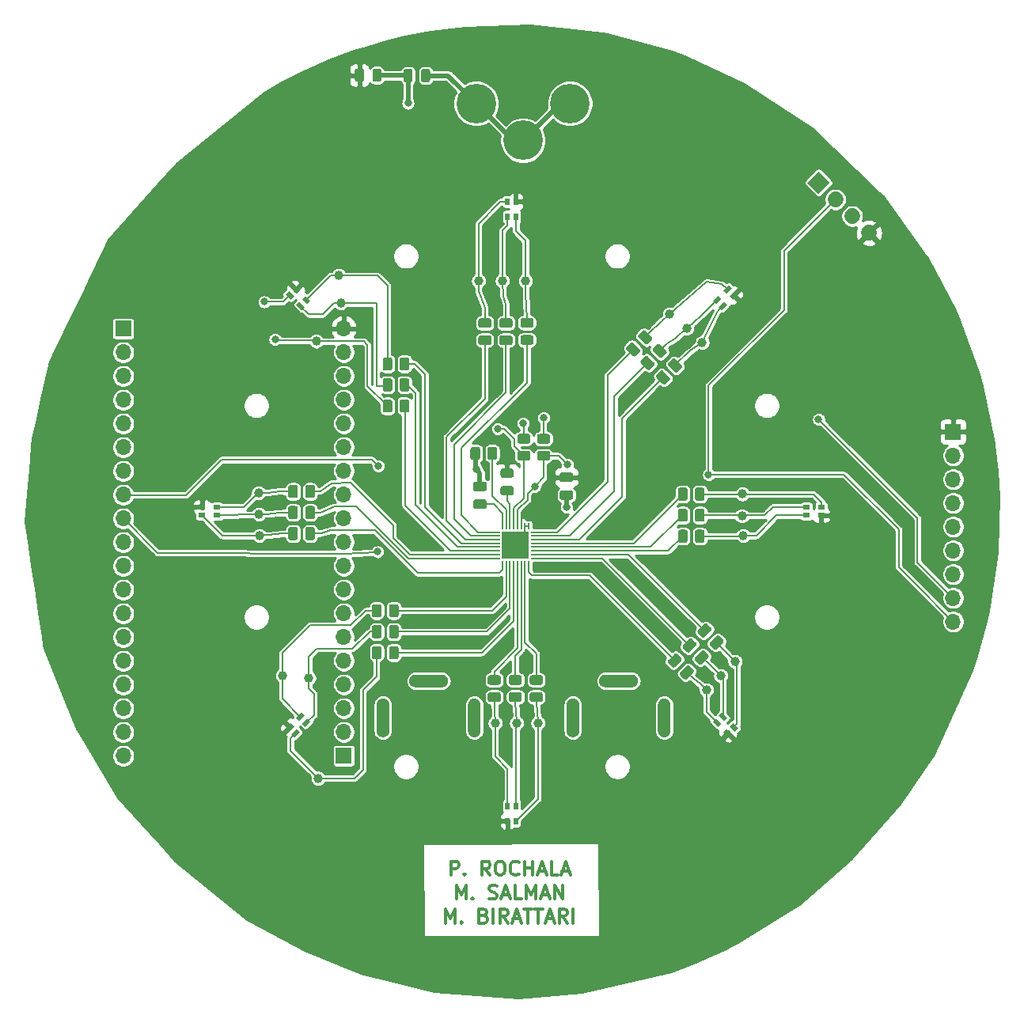
<source format=gtl>
%TF.GenerationSoftware,KiCad,Pcbnew,(5.1.5)-3*%
%TF.CreationDate,2021-01-12T11:59:14+01:00*%
%TF.ProjectId,smart_object_pcb,736d6172-745f-46f6-926a-6563745f7063,rev?*%
%TF.SameCoordinates,Original*%
%TF.FileFunction,Copper,L1,Top*%
%TF.FilePolarity,Positive*%
%FSLAX46Y46*%
G04 Gerber Fmt 4.6, Leading zero omitted, Abs format (unit mm)*
G04 Created by KiCad (PCBNEW (5.1.5)-3) date 2021-01-12 11:59:14*
%MOMM*%
%LPD*%
G04 APERTURE LIST*
%TA.AperFunction,NonConductor*%
%ADD10C,0.300000*%
%TD*%
%TA.AperFunction,ComponentPad*%
%ADD11C,4.240000*%
%TD*%
%TA.AperFunction,ComponentPad*%
%ADD12C,0.100000*%
%TD*%
%TA.AperFunction,ComponentPad*%
%ADD13O,1.700000X1.700000*%
%TD*%
%TA.AperFunction,ComponentPad*%
%ADD14R,1.700000X1.700000*%
%TD*%
%TA.AperFunction,SMDPad,CuDef*%
%ADD15C,0.100000*%
%TD*%
%TA.AperFunction,ComponentPad*%
%ADD16C,1.700000*%
%TD*%
%TA.AperFunction,SMDPad,CuDef*%
%ADD17R,0.750000X0.200000*%
%TD*%
%TA.AperFunction,SMDPad,CuDef*%
%ADD18R,0.200000X0.750000*%
%TD*%
%TA.AperFunction,SMDPad,CuDef*%
%ADD19R,2.850000X2.850000*%
%TD*%
%TA.AperFunction,SMDPad,CuDef*%
%ADD20R,0.500000X0.800000*%
%TD*%
%TA.AperFunction,SMDPad,CuDef*%
%ADD21R,0.800000X0.500000*%
%TD*%
%TA.AperFunction,BGAPad,CuDef*%
%ADD22C,1.000000*%
%TD*%
%TA.AperFunction,ViaPad*%
%ADD23C,0.800000*%
%TD*%
%TA.AperFunction,Conductor*%
%ADD24C,0.200000*%
%TD*%
%TA.AperFunction,Conductor*%
%ADD25C,0.500000*%
%TD*%
%TA.AperFunction,Conductor*%
%ADD26C,0.250000*%
%TD*%
%TA.AperFunction,Conductor*%
%ADD27C,0.254000*%
%TD*%
G04 APERTURE END LIST*
D10*
X143841285Y-145322571D02*
X143841285Y-143822571D01*
X144412714Y-143822571D01*
X144555571Y-143894000D01*
X144627000Y-143965428D01*
X144698428Y-144108285D01*
X144698428Y-144322571D01*
X144627000Y-144465428D01*
X144555571Y-144536857D01*
X144412714Y-144608285D01*
X143841285Y-144608285D01*
X145341285Y-145179714D02*
X145412714Y-145251142D01*
X145341285Y-145322571D01*
X145269857Y-145251142D01*
X145341285Y-145179714D01*
X145341285Y-145322571D01*
X148055571Y-145322571D02*
X147555571Y-144608285D01*
X147198428Y-145322571D02*
X147198428Y-143822571D01*
X147769857Y-143822571D01*
X147912714Y-143894000D01*
X147984142Y-143965428D01*
X148055571Y-144108285D01*
X148055571Y-144322571D01*
X147984142Y-144465428D01*
X147912714Y-144536857D01*
X147769857Y-144608285D01*
X147198428Y-144608285D01*
X148984142Y-143822571D02*
X149269857Y-143822571D01*
X149412714Y-143894000D01*
X149555571Y-144036857D01*
X149627000Y-144322571D01*
X149627000Y-144822571D01*
X149555571Y-145108285D01*
X149412714Y-145251142D01*
X149269857Y-145322571D01*
X148984142Y-145322571D01*
X148841285Y-145251142D01*
X148698428Y-145108285D01*
X148627000Y-144822571D01*
X148627000Y-144322571D01*
X148698428Y-144036857D01*
X148841285Y-143894000D01*
X148984142Y-143822571D01*
X151127000Y-145179714D02*
X151055571Y-145251142D01*
X150841285Y-145322571D01*
X150698428Y-145322571D01*
X150484142Y-145251142D01*
X150341285Y-145108285D01*
X150269857Y-144965428D01*
X150198428Y-144679714D01*
X150198428Y-144465428D01*
X150269857Y-144179714D01*
X150341285Y-144036857D01*
X150484142Y-143894000D01*
X150698428Y-143822571D01*
X150841285Y-143822571D01*
X151055571Y-143894000D01*
X151127000Y-143965428D01*
X151769857Y-145322571D02*
X151769857Y-143822571D01*
X151769857Y-144536857D02*
X152627000Y-144536857D01*
X152627000Y-145322571D02*
X152627000Y-143822571D01*
X153269857Y-144894000D02*
X153984142Y-144894000D01*
X153127000Y-145322571D02*
X153627000Y-143822571D01*
X154127000Y-145322571D01*
X155341285Y-145322571D02*
X154627000Y-145322571D01*
X154627000Y-143822571D01*
X155769857Y-144894000D02*
X156484142Y-144894000D01*
X155627000Y-145322571D02*
X156127000Y-143822571D01*
X156627000Y-145322571D01*
X144448428Y-147872571D02*
X144448428Y-146372571D01*
X144948428Y-147444000D01*
X145448428Y-146372571D01*
X145448428Y-147872571D01*
X146162714Y-147729714D02*
X146234142Y-147801142D01*
X146162714Y-147872571D01*
X146091285Y-147801142D01*
X146162714Y-147729714D01*
X146162714Y-147872571D01*
X147948428Y-147801142D02*
X148162714Y-147872571D01*
X148519857Y-147872571D01*
X148662714Y-147801142D01*
X148734142Y-147729714D01*
X148805571Y-147586857D01*
X148805571Y-147444000D01*
X148734142Y-147301142D01*
X148662714Y-147229714D01*
X148519857Y-147158285D01*
X148234142Y-147086857D01*
X148091285Y-147015428D01*
X148019857Y-146944000D01*
X147948428Y-146801142D01*
X147948428Y-146658285D01*
X148019857Y-146515428D01*
X148091285Y-146444000D01*
X148234142Y-146372571D01*
X148591285Y-146372571D01*
X148805571Y-146444000D01*
X149377000Y-147444000D02*
X150091285Y-147444000D01*
X149234142Y-147872571D02*
X149734142Y-146372571D01*
X150234142Y-147872571D01*
X151448428Y-147872571D02*
X150734142Y-147872571D01*
X150734142Y-146372571D01*
X151948428Y-147872571D02*
X151948428Y-146372571D01*
X152448428Y-147444000D01*
X152948428Y-146372571D01*
X152948428Y-147872571D01*
X153591285Y-147444000D02*
X154305571Y-147444000D01*
X153448428Y-147872571D02*
X153948428Y-146372571D01*
X154448428Y-147872571D01*
X154948428Y-147872571D02*
X154948428Y-146372571D01*
X155805571Y-147872571D01*
X155805571Y-146372571D01*
X143305571Y-150422571D02*
X143305571Y-148922571D01*
X143805571Y-149994000D01*
X144305571Y-148922571D01*
X144305571Y-150422571D01*
X145019857Y-150279714D02*
X145091285Y-150351142D01*
X145019857Y-150422571D01*
X144948428Y-150351142D01*
X145019857Y-150279714D01*
X145019857Y-150422571D01*
X147377000Y-149636857D02*
X147591285Y-149708285D01*
X147662714Y-149779714D01*
X147734142Y-149922571D01*
X147734142Y-150136857D01*
X147662714Y-150279714D01*
X147591285Y-150351142D01*
X147448428Y-150422571D01*
X146877000Y-150422571D01*
X146877000Y-148922571D01*
X147377000Y-148922571D01*
X147519857Y-148994000D01*
X147591285Y-149065428D01*
X147662714Y-149208285D01*
X147662714Y-149351142D01*
X147591285Y-149494000D01*
X147519857Y-149565428D01*
X147377000Y-149636857D01*
X146877000Y-149636857D01*
X148377000Y-150422571D02*
X148377000Y-148922571D01*
X149948428Y-150422571D02*
X149448428Y-149708285D01*
X149091285Y-150422571D02*
X149091285Y-148922571D01*
X149662714Y-148922571D01*
X149805571Y-148994000D01*
X149877000Y-149065428D01*
X149948428Y-149208285D01*
X149948428Y-149422571D01*
X149877000Y-149565428D01*
X149805571Y-149636857D01*
X149662714Y-149708285D01*
X149091285Y-149708285D01*
X150519857Y-149994000D02*
X151234142Y-149994000D01*
X150377000Y-150422571D02*
X150877000Y-148922571D01*
X151377000Y-150422571D01*
X151662714Y-148922571D02*
X152519857Y-148922571D01*
X152091285Y-150422571D02*
X152091285Y-148922571D01*
X152805571Y-148922571D02*
X153662714Y-148922571D01*
X153234142Y-150422571D02*
X153234142Y-148922571D01*
X154091285Y-149994000D02*
X154805571Y-149994000D01*
X153948428Y-150422571D02*
X154448428Y-148922571D01*
X154948428Y-150422571D01*
X156305571Y-150422571D02*
X155805571Y-149708285D01*
X155448428Y-150422571D02*
X155448428Y-148922571D01*
X156019857Y-148922571D01*
X156162714Y-148994000D01*
X156234142Y-149065428D01*
X156305571Y-149208285D01*
X156305571Y-149422571D01*
X156234142Y-149565428D01*
X156162714Y-149636857D01*
X156019857Y-149708285D01*
X155448428Y-149708285D01*
X156948428Y-150422571D02*
X156948428Y-148922571D01*
D11*
%TO.P,J7,1*%
%TO.N,V_BATT*%
X146560000Y-62724500D03*
X156590000Y-62724500D03*
X151575000Y-66684500D03*
%TD*%
%TA.AperFunction,ComponentPad*%
D12*
%TO.P,J5,1*%
%TO.N,GND*%
G36*
X156974653Y-126390275D02*
G01*
X157040662Y-126400067D01*
X157105394Y-126416282D01*
X157168225Y-126438763D01*
X157228550Y-126467294D01*
X157285788Y-126501601D01*
X157339388Y-126541354D01*
X157388833Y-126586168D01*
X157433647Y-126635613D01*
X157473400Y-126689213D01*
X157507707Y-126746451D01*
X157536238Y-126806776D01*
X157558719Y-126869607D01*
X157574934Y-126934339D01*
X157584726Y-127000348D01*
X157588000Y-127067000D01*
X157588000Y-129857000D01*
X157584726Y-129923652D01*
X157574934Y-129989661D01*
X157558719Y-130054393D01*
X157536238Y-130117224D01*
X157507707Y-130177549D01*
X157473400Y-130234787D01*
X157433647Y-130288387D01*
X157388833Y-130337832D01*
X157339388Y-130382646D01*
X157285788Y-130422399D01*
X157228550Y-130456706D01*
X157168225Y-130485237D01*
X157105394Y-130507718D01*
X157040662Y-130523933D01*
X156974653Y-130533725D01*
X156908001Y-130536999D01*
X156907999Y-130536999D01*
X156841347Y-130533725D01*
X156775338Y-130523933D01*
X156710606Y-130507718D01*
X156647775Y-130485237D01*
X156587450Y-130456706D01*
X156530212Y-130422399D01*
X156476612Y-130382646D01*
X156427167Y-130337832D01*
X156382353Y-130288387D01*
X156342600Y-130234787D01*
X156308293Y-130177549D01*
X156279762Y-130117224D01*
X156257281Y-130054393D01*
X156241066Y-129989661D01*
X156231274Y-129923652D01*
X156228000Y-129857000D01*
X156228000Y-127067000D01*
X156231274Y-127000348D01*
X156241066Y-126934339D01*
X156257281Y-126869607D01*
X156279762Y-126806776D01*
X156308293Y-126746451D01*
X156342600Y-126689213D01*
X156382353Y-126635613D01*
X156427167Y-126586168D01*
X156476612Y-126541354D01*
X156530212Y-126501601D01*
X156587450Y-126467294D01*
X156647775Y-126438763D01*
X156710606Y-126416282D01*
X156775338Y-126400067D01*
X156841347Y-126390275D01*
X156907999Y-126387001D01*
X156908001Y-126387001D01*
X156974653Y-126390275D01*
G37*
%TD.AperFunction*%
%TA.AperFunction,ComponentPad*%
G36*
X166754653Y-126390275D02*
G01*
X166820662Y-126400067D01*
X166885394Y-126416282D01*
X166948225Y-126438763D01*
X167008550Y-126467294D01*
X167065788Y-126501601D01*
X167119388Y-126541354D01*
X167168833Y-126586168D01*
X167213647Y-126635613D01*
X167253400Y-126689213D01*
X167287707Y-126746451D01*
X167316238Y-126806776D01*
X167338719Y-126869607D01*
X167354934Y-126934339D01*
X167364726Y-127000348D01*
X167368000Y-127067000D01*
X167368000Y-129857000D01*
X167364726Y-129923652D01*
X167354934Y-129989661D01*
X167338719Y-130054393D01*
X167316238Y-130117224D01*
X167287707Y-130177549D01*
X167253400Y-130234787D01*
X167213647Y-130288387D01*
X167168833Y-130337832D01*
X167119388Y-130382646D01*
X167065788Y-130422399D01*
X167008550Y-130456706D01*
X166948225Y-130485237D01*
X166885394Y-130507718D01*
X166820662Y-130523933D01*
X166754653Y-130533725D01*
X166688001Y-130536999D01*
X166687999Y-130536999D01*
X166621347Y-130533725D01*
X166555338Y-130523933D01*
X166490606Y-130507718D01*
X166427775Y-130485237D01*
X166367450Y-130456706D01*
X166310212Y-130422399D01*
X166256612Y-130382646D01*
X166207167Y-130337832D01*
X166162353Y-130288387D01*
X166122600Y-130234787D01*
X166088293Y-130177549D01*
X166059762Y-130117224D01*
X166037281Y-130054393D01*
X166021066Y-129989661D01*
X166011274Y-129923652D01*
X166008000Y-129857000D01*
X166008000Y-127067000D01*
X166011274Y-127000348D01*
X166021066Y-126934339D01*
X166037281Y-126869607D01*
X166059762Y-126806776D01*
X166088293Y-126746451D01*
X166122600Y-126689213D01*
X166162353Y-126635613D01*
X166207167Y-126586168D01*
X166256612Y-126541354D01*
X166310212Y-126501601D01*
X166367450Y-126467294D01*
X166427775Y-126438763D01*
X166490606Y-126416282D01*
X166555338Y-126400067D01*
X166621347Y-126390275D01*
X166687999Y-126387001D01*
X166688001Y-126387001D01*
X166754653Y-126390275D01*
G37*
%TD.AperFunction*%
%TA.AperFunction,ComponentPad*%
G36*
X163259652Y-123840273D02*
G01*
X163325661Y-123850065D01*
X163390394Y-123866280D01*
X163453225Y-123888761D01*
X163513550Y-123917293D01*
X163570788Y-123951600D01*
X163624387Y-123991352D01*
X163673833Y-124036166D01*
X163718647Y-124085612D01*
X163758399Y-124139211D01*
X163792706Y-124196449D01*
X163821238Y-124256774D01*
X163843719Y-124319605D01*
X163859934Y-124384338D01*
X163869726Y-124450347D01*
X163873000Y-124516999D01*
X163873000Y-124517001D01*
X163869726Y-124583653D01*
X163859934Y-124649662D01*
X163843719Y-124714395D01*
X163821238Y-124777226D01*
X163792706Y-124837551D01*
X163758399Y-124894789D01*
X163718647Y-124948388D01*
X163673833Y-124997834D01*
X163624387Y-125042648D01*
X163570788Y-125082400D01*
X163513550Y-125116707D01*
X163453225Y-125145239D01*
X163390394Y-125167720D01*
X163325661Y-125183935D01*
X163259652Y-125193727D01*
X163193000Y-125197001D01*
X160403000Y-125197001D01*
X160336348Y-125193727D01*
X160270339Y-125183935D01*
X160205606Y-125167720D01*
X160142775Y-125145239D01*
X160082450Y-125116707D01*
X160025212Y-125082400D01*
X159971613Y-125042648D01*
X159922167Y-124997834D01*
X159877353Y-124948388D01*
X159837601Y-124894789D01*
X159803294Y-124837551D01*
X159774762Y-124777226D01*
X159752281Y-124714395D01*
X159736066Y-124649662D01*
X159726274Y-124583653D01*
X159723000Y-124517001D01*
X159723000Y-124516999D01*
X159726274Y-124450347D01*
X159736066Y-124384338D01*
X159752281Y-124319605D01*
X159774762Y-124256774D01*
X159803294Y-124196449D01*
X159837601Y-124139211D01*
X159877353Y-124085612D01*
X159922167Y-124036166D01*
X159971613Y-123991352D01*
X160025212Y-123951600D01*
X160082450Y-123917293D01*
X160142775Y-123888761D01*
X160205606Y-123866280D01*
X160270339Y-123850065D01*
X160336348Y-123840273D01*
X160403000Y-123836999D01*
X163193000Y-123836999D01*
X163259652Y-123840273D01*
G37*
%TD.AperFunction*%
%TD*%
D13*
%TO.P,J2,19*%
%TO.N,3V3*%
X132400000Y-86800000D03*
%TO.P,J2,18*%
%TO.N,Net-(J2-Pad18)*%
X132400000Y-89340000D03*
%TO.P,J2,17*%
%TO.N,Net-(J2-Pad17)*%
X132400000Y-91880000D03*
%TO.P,J2,16*%
%TO.N,Net-(J2-Pad16)*%
X132400000Y-94420000D03*
%TO.P,J2,15*%
%TO.N,Net-(J2-Pad15)*%
X132400000Y-96960000D03*
%TO.P,J2,14*%
%TO.N,Net-(J2-Pad14)*%
X132400000Y-99500000D03*
%TO.P,J2,13*%
%TO.N,Net-(J2-Pad13)*%
X132400000Y-102040000D03*
%TO.P,J2,12*%
%TO.N,Net-(J2-Pad12)*%
X132400000Y-104580000D03*
%TO.P,J2,11*%
%TO.N,Net-(J2-Pad11)*%
X132400000Y-107120000D03*
%TO.P,J2,10*%
%TO.N,Net-(J2-Pad10)*%
X132400000Y-109660000D03*
%TO.P,J2,9*%
%TO.N,Net-(J2-Pad9)*%
X132400000Y-112200000D03*
%TO.P,J2,8*%
%TO.N,Net-(J2-Pad8)*%
X132400000Y-114740000D03*
%TO.P,J2,7*%
%TO.N,Net-(J2-Pad7)*%
X132400000Y-117280000D03*
%TO.P,J2,6*%
%TO.N,GND*%
X132400000Y-119820000D03*
%TO.P,J2,5*%
%TO.N,Net-(J2-Pad5)*%
X132400000Y-122360000D03*
%TO.P,J2,4*%
%TO.N,Net-(J2-Pad4)*%
X132400000Y-124900000D03*
%TO.P,J2,3*%
%TO.N,Net-(J2-Pad3)*%
X132400000Y-127440000D03*
%TO.P,J2,2*%
%TO.N,Net-(J2-Pad2)*%
X132400000Y-129980000D03*
D14*
%TO.P,J2,1*%
%TO.N,Net-(J2-Pad1)*%
X132400000Y-132520000D03*
%TD*%
%TA.AperFunction,SMDPad,CuDef*%
D15*
%TO.P,R2,2*%
%TO.N,Net-(JP1-Pad3)*%
G36*
X152136506Y-98095204D02*
G01*
X152160774Y-98098804D01*
X152184573Y-98104765D01*
X152207672Y-98113030D01*
X152229850Y-98123519D01*
X152250893Y-98136132D01*
X152270599Y-98150747D01*
X152288777Y-98167223D01*
X152305253Y-98185401D01*
X152319868Y-98205107D01*
X152332481Y-98226150D01*
X152342970Y-98248328D01*
X152351235Y-98271427D01*
X152357196Y-98295226D01*
X152360796Y-98319494D01*
X152362000Y-98343998D01*
X152362000Y-98869002D01*
X152360796Y-98893506D01*
X152357196Y-98917774D01*
X152351235Y-98941573D01*
X152342970Y-98964672D01*
X152332481Y-98986850D01*
X152319868Y-99007893D01*
X152305253Y-99027599D01*
X152288777Y-99045777D01*
X152270599Y-99062253D01*
X152250893Y-99076868D01*
X152229850Y-99089481D01*
X152207672Y-99099970D01*
X152184573Y-99108235D01*
X152160774Y-99114196D01*
X152136506Y-99117796D01*
X152112002Y-99119000D01*
X151211998Y-99119000D01*
X151187494Y-99117796D01*
X151163226Y-99114196D01*
X151139427Y-99108235D01*
X151116328Y-99099970D01*
X151094150Y-99089481D01*
X151073107Y-99076868D01*
X151053401Y-99062253D01*
X151035223Y-99045777D01*
X151018747Y-99027599D01*
X151004132Y-99007893D01*
X150991519Y-98986850D01*
X150981030Y-98964672D01*
X150972765Y-98941573D01*
X150966804Y-98917774D01*
X150963204Y-98893506D01*
X150962000Y-98869002D01*
X150962000Y-98343998D01*
X150963204Y-98319494D01*
X150966804Y-98295226D01*
X150972765Y-98271427D01*
X150981030Y-98248328D01*
X150991519Y-98226150D01*
X151004132Y-98205107D01*
X151018747Y-98185401D01*
X151035223Y-98167223D01*
X151053401Y-98150747D01*
X151073107Y-98136132D01*
X151094150Y-98123519D01*
X151116328Y-98113030D01*
X151139427Y-98104765D01*
X151163226Y-98098804D01*
X151187494Y-98095204D01*
X151211998Y-98094000D01*
X152112002Y-98094000D01*
X152136506Y-98095204D01*
G37*
%TD.AperFunction*%
%TA.AperFunction,SMDPad,CuDef*%
%TO.P,R2,1*%
%TO.N,SCL*%
G36*
X152136506Y-99920204D02*
G01*
X152160774Y-99923804D01*
X152184573Y-99929765D01*
X152207672Y-99938030D01*
X152229850Y-99948519D01*
X152250893Y-99961132D01*
X152270599Y-99975747D01*
X152288777Y-99992223D01*
X152305253Y-100010401D01*
X152319868Y-100030107D01*
X152332481Y-100051150D01*
X152342970Y-100073328D01*
X152351235Y-100096427D01*
X152357196Y-100120226D01*
X152360796Y-100144494D01*
X152362000Y-100168998D01*
X152362000Y-100694002D01*
X152360796Y-100718506D01*
X152357196Y-100742774D01*
X152351235Y-100766573D01*
X152342970Y-100789672D01*
X152332481Y-100811850D01*
X152319868Y-100832893D01*
X152305253Y-100852599D01*
X152288777Y-100870777D01*
X152270599Y-100887253D01*
X152250893Y-100901868D01*
X152229850Y-100914481D01*
X152207672Y-100924970D01*
X152184573Y-100933235D01*
X152160774Y-100939196D01*
X152136506Y-100942796D01*
X152112002Y-100944000D01*
X151211998Y-100944000D01*
X151187494Y-100942796D01*
X151163226Y-100939196D01*
X151139427Y-100933235D01*
X151116328Y-100924970D01*
X151094150Y-100914481D01*
X151073107Y-100901868D01*
X151053401Y-100887253D01*
X151035223Y-100870777D01*
X151018747Y-100852599D01*
X151004132Y-100832893D01*
X150991519Y-100811850D01*
X150981030Y-100789672D01*
X150972765Y-100766573D01*
X150966804Y-100742774D01*
X150963204Y-100718506D01*
X150962000Y-100694002D01*
X150962000Y-100168998D01*
X150963204Y-100144494D01*
X150966804Y-100120226D01*
X150972765Y-100096427D01*
X150981030Y-100073328D01*
X150991519Y-100051150D01*
X151004132Y-100030107D01*
X151018747Y-100010401D01*
X151035223Y-99992223D01*
X151053401Y-99975747D01*
X151073107Y-99961132D01*
X151094150Y-99948519D01*
X151116328Y-99938030D01*
X151139427Y-99929765D01*
X151163226Y-99923804D01*
X151187494Y-99920204D01*
X151211998Y-99919000D01*
X152112002Y-99919000D01*
X152136506Y-99920204D01*
G37*
%TD.AperFunction*%
%TD*%
%TA.AperFunction,SMDPad,CuDef*%
%TO.P,R28,2*%
%TO.N,3V3*%
G36*
X150348142Y-101805674D02*
G01*
X150371803Y-101809184D01*
X150395007Y-101814996D01*
X150417529Y-101823054D01*
X150439153Y-101833282D01*
X150459670Y-101845579D01*
X150478883Y-101859829D01*
X150496607Y-101875893D01*
X150512671Y-101893617D01*
X150526921Y-101912830D01*
X150539218Y-101933347D01*
X150549446Y-101954971D01*
X150557504Y-101977493D01*
X150563316Y-102000697D01*
X150566826Y-102024358D01*
X150568000Y-102048250D01*
X150568000Y-102535750D01*
X150566826Y-102559642D01*
X150563316Y-102583303D01*
X150557504Y-102606507D01*
X150549446Y-102629029D01*
X150539218Y-102650653D01*
X150526921Y-102671170D01*
X150512671Y-102690383D01*
X150496607Y-102708107D01*
X150478883Y-102724171D01*
X150459670Y-102738421D01*
X150439153Y-102750718D01*
X150417529Y-102760946D01*
X150395007Y-102769004D01*
X150371803Y-102774816D01*
X150348142Y-102778326D01*
X150324250Y-102779500D01*
X149411750Y-102779500D01*
X149387858Y-102778326D01*
X149364197Y-102774816D01*
X149340993Y-102769004D01*
X149318471Y-102760946D01*
X149296847Y-102750718D01*
X149276330Y-102738421D01*
X149257117Y-102724171D01*
X149239393Y-102708107D01*
X149223329Y-102690383D01*
X149209079Y-102671170D01*
X149196782Y-102650653D01*
X149186554Y-102629029D01*
X149178496Y-102606507D01*
X149172684Y-102583303D01*
X149169174Y-102559642D01*
X149168000Y-102535750D01*
X149168000Y-102048250D01*
X149169174Y-102024358D01*
X149172684Y-102000697D01*
X149178496Y-101977493D01*
X149186554Y-101954971D01*
X149196782Y-101933347D01*
X149209079Y-101912830D01*
X149223329Y-101893617D01*
X149239393Y-101875893D01*
X149257117Y-101859829D01*
X149276330Y-101845579D01*
X149296847Y-101833282D01*
X149318471Y-101823054D01*
X149340993Y-101814996D01*
X149364197Y-101809184D01*
X149387858Y-101805674D01*
X149411750Y-101804500D01*
X150324250Y-101804500D01*
X150348142Y-101805674D01*
G37*
%TD.AperFunction*%
%TA.AperFunction,SMDPad,CuDef*%
%TO.P,R28,1*%
%TO.N,EN*%
G36*
X150348142Y-103680674D02*
G01*
X150371803Y-103684184D01*
X150395007Y-103689996D01*
X150417529Y-103698054D01*
X150439153Y-103708282D01*
X150459670Y-103720579D01*
X150478883Y-103734829D01*
X150496607Y-103750893D01*
X150512671Y-103768617D01*
X150526921Y-103787830D01*
X150539218Y-103808347D01*
X150549446Y-103829971D01*
X150557504Y-103852493D01*
X150563316Y-103875697D01*
X150566826Y-103899358D01*
X150568000Y-103923250D01*
X150568000Y-104410750D01*
X150566826Y-104434642D01*
X150563316Y-104458303D01*
X150557504Y-104481507D01*
X150549446Y-104504029D01*
X150539218Y-104525653D01*
X150526921Y-104546170D01*
X150512671Y-104565383D01*
X150496607Y-104583107D01*
X150478883Y-104599171D01*
X150459670Y-104613421D01*
X150439153Y-104625718D01*
X150417529Y-104635946D01*
X150395007Y-104644004D01*
X150371803Y-104649816D01*
X150348142Y-104653326D01*
X150324250Y-104654500D01*
X149411750Y-104654500D01*
X149387858Y-104653326D01*
X149364197Y-104649816D01*
X149340993Y-104644004D01*
X149318471Y-104635946D01*
X149296847Y-104625718D01*
X149276330Y-104613421D01*
X149257117Y-104599171D01*
X149239393Y-104583107D01*
X149223329Y-104565383D01*
X149209079Y-104546170D01*
X149196782Y-104525653D01*
X149186554Y-104504029D01*
X149178496Y-104481507D01*
X149172684Y-104458303D01*
X149169174Y-104434642D01*
X149168000Y-104410750D01*
X149168000Y-103923250D01*
X149169174Y-103899358D01*
X149172684Y-103875697D01*
X149178496Y-103852493D01*
X149186554Y-103829971D01*
X149196782Y-103808347D01*
X149209079Y-103787830D01*
X149223329Y-103768617D01*
X149239393Y-103750893D01*
X149257117Y-103734829D01*
X149276330Y-103720579D01*
X149296847Y-103708282D01*
X149318471Y-103698054D01*
X149340993Y-103689996D01*
X149364197Y-103684184D01*
X149387858Y-103680674D01*
X149411750Y-103679500D01*
X150324250Y-103679500D01*
X150348142Y-103680674D01*
G37*
%TD.AperFunction*%
%TD*%
%TA.AperFunction,SMDPad,CuDef*%
%TO.P,C4,2*%
%TO.N,GND*%
G36*
X136214642Y-59009174D02*
G01*
X136238303Y-59012684D01*
X136261507Y-59018496D01*
X136284029Y-59026554D01*
X136305653Y-59036782D01*
X136326170Y-59049079D01*
X136345383Y-59063329D01*
X136363107Y-59079393D01*
X136379171Y-59097117D01*
X136393421Y-59116330D01*
X136405718Y-59136847D01*
X136415946Y-59158471D01*
X136424004Y-59180993D01*
X136429816Y-59204197D01*
X136433326Y-59227858D01*
X136434500Y-59251750D01*
X136434500Y-60164250D01*
X136433326Y-60188142D01*
X136429816Y-60211803D01*
X136424004Y-60235007D01*
X136415946Y-60257529D01*
X136405718Y-60279153D01*
X136393421Y-60299670D01*
X136379171Y-60318883D01*
X136363107Y-60336607D01*
X136345383Y-60352671D01*
X136326170Y-60366921D01*
X136305653Y-60379218D01*
X136284029Y-60389446D01*
X136261507Y-60397504D01*
X136238303Y-60403316D01*
X136214642Y-60406826D01*
X136190750Y-60408000D01*
X135703250Y-60408000D01*
X135679358Y-60406826D01*
X135655697Y-60403316D01*
X135632493Y-60397504D01*
X135609971Y-60389446D01*
X135588347Y-60379218D01*
X135567830Y-60366921D01*
X135548617Y-60352671D01*
X135530893Y-60336607D01*
X135514829Y-60318883D01*
X135500579Y-60299670D01*
X135488282Y-60279153D01*
X135478054Y-60257529D01*
X135469996Y-60235007D01*
X135464184Y-60211803D01*
X135460674Y-60188142D01*
X135459500Y-60164250D01*
X135459500Y-59251750D01*
X135460674Y-59227858D01*
X135464184Y-59204197D01*
X135469996Y-59180993D01*
X135478054Y-59158471D01*
X135488282Y-59136847D01*
X135500579Y-59116330D01*
X135514829Y-59097117D01*
X135530893Y-59079393D01*
X135548617Y-59063329D01*
X135567830Y-59049079D01*
X135588347Y-59036782D01*
X135609971Y-59026554D01*
X135632493Y-59018496D01*
X135655697Y-59012684D01*
X135679358Y-59009174D01*
X135703250Y-59008000D01*
X136190750Y-59008000D01*
X136214642Y-59009174D01*
G37*
%TD.AperFunction*%
%TA.AperFunction,SMDPad,CuDef*%
%TO.P,C4,1*%
%TO.N,3V3*%
G36*
X134339642Y-59009174D02*
G01*
X134363303Y-59012684D01*
X134386507Y-59018496D01*
X134409029Y-59026554D01*
X134430653Y-59036782D01*
X134451170Y-59049079D01*
X134470383Y-59063329D01*
X134488107Y-59079393D01*
X134504171Y-59097117D01*
X134518421Y-59116330D01*
X134530718Y-59136847D01*
X134540946Y-59158471D01*
X134549004Y-59180993D01*
X134554816Y-59204197D01*
X134558326Y-59227858D01*
X134559500Y-59251750D01*
X134559500Y-60164250D01*
X134558326Y-60188142D01*
X134554816Y-60211803D01*
X134549004Y-60235007D01*
X134540946Y-60257529D01*
X134530718Y-60279153D01*
X134518421Y-60299670D01*
X134504171Y-60318883D01*
X134488107Y-60336607D01*
X134470383Y-60352671D01*
X134451170Y-60366921D01*
X134430653Y-60379218D01*
X134409029Y-60389446D01*
X134386507Y-60397504D01*
X134363303Y-60403316D01*
X134339642Y-60406826D01*
X134315750Y-60408000D01*
X133828250Y-60408000D01*
X133804358Y-60406826D01*
X133780697Y-60403316D01*
X133757493Y-60397504D01*
X133734971Y-60389446D01*
X133713347Y-60379218D01*
X133692830Y-60366921D01*
X133673617Y-60352671D01*
X133655893Y-60336607D01*
X133639829Y-60318883D01*
X133625579Y-60299670D01*
X133613282Y-60279153D01*
X133603054Y-60257529D01*
X133594996Y-60235007D01*
X133589184Y-60211803D01*
X133585674Y-60188142D01*
X133584500Y-60164250D01*
X133584500Y-59251750D01*
X133585674Y-59227858D01*
X133589184Y-59204197D01*
X133594996Y-59180993D01*
X133603054Y-59158471D01*
X133613282Y-59136847D01*
X133625579Y-59116330D01*
X133639829Y-59097117D01*
X133655893Y-59079393D01*
X133673617Y-59063329D01*
X133692830Y-59049079D01*
X133713347Y-59036782D01*
X133734971Y-59026554D01*
X133757493Y-59018496D01*
X133780697Y-59012684D01*
X133804358Y-59009174D01*
X133828250Y-59008000D01*
X134315750Y-59008000D01*
X134339642Y-59009174D01*
G37*
%TD.AperFunction*%
%TD*%
%TA.AperFunction,SMDPad,CuDef*%
%TO.P,C3,2*%
%TO.N,V_BATT*%
G36*
X141417642Y-59044174D02*
G01*
X141441303Y-59047684D01*
X141464507Y-59053496D01*
X141487029Y-59061554D01*
X141508653Y-59071782D01*
X141529170Y-59084079D01*
X141548383Y-59098329D01*
X141566107Y-59114393D01*
X141582171Y-59132117D01*
X141596421Y-59151330D01*
X141608718Y-59171847D01*
X141618946Y-59193471D01*
X141627004Y-59215993D01*
X141632816Y-59239197D01*
X141636326Y-59262858D01*
X141637500Y-59286750D01*
X141637500Y-60199250D01*
X141636326Y-60223142D01*
X141632816Y-60246803D01*
X141627004Y-60270007D01*
X141618946Y-60292529D01*
X141608718Y-60314153D01*
X141596421Y-60334670D01*
X141582171Y-60353883D01*
X141566107Y-60371607D01*
X141548383Y-60387671D01*
X141529170Y-60401921D01*
X141508653Y-60414218D01*
X141487029Y-60424446D01*
X141464507Y-60432504D01*
X141441303Y-60438316D01*
X141417642Y-60441826D01*
X141393750Y-60443000D01*
X140906250Y-60443000D01*
X140882358Y-60441826D01*
X140858697Y-60438316D01*
X140835493Y-60432504D01*
X140812971Y-60424446D01*
X140791347Y-60414218D01*
X140770830Y-60401921D01*
X140751617Y-60387671D01*
X140733893Y-60371607D01*
X140717829Y-60353883D01*
X140703579Y-60334670D01*
X140691282Y-60314153D01*
X140681054Y-60292529D01*
X140672996Y-60270007D01*
X140667184Y-60246803D01*
X140663674Y-60223142D01*
X140662500Y-60199250D01*
X140662500Y-59286750D01*
X140663674Y-59262858D01*
X140667184Y-59239197D01*
X140672996Y-59215993D01*
X140681054Y-59193471D01*
X140691282Y-59171847D01*
X140703579Y-59151330D01*
X140717829Y-59132117D01*
X140733893Y-59114393D01*
X140751617Y-59098329D01*
X140770830Y-59084079D01*
X140791347Y-59071782D01*
X140812971Y-59061554D01*
X140835493Y-59053496D01*
X140858697Y-59047684D01*
X140882358Y-59044174D01*
X140906250Y-59043000D01*
X141393750Y-59043000D01*
X141417642Y-59044174D01*
G37*
%TD.AperFunction*%
%TA.AperFunction,SMDPad,CuDef*%
%TO.P,C3,1*%
%TO.N,GND*%
G36*
X139542642Y-59044174D02*
G01*
X139566303Y-59047684D01*
X139589507Y-59053496D01*
X139612029Y-59061554D01*
X139633653Y-59071782D01*
X139654170Y-59084079D01*
X139673383Y-59098329D01*
X139691107Y-59114393D01*
X139707171Y-59132117D01*
X139721421Y-59151330D01*
X139733718Y-59171847D01*
X139743946Y-59193471D01*
X139752004Y-59215993D01*
X139757816Y-59239197D01*
X139761326Y-59262858D01*
X139762500Y-59286750D01*
X139762500Y-60199250D01*
X139761326Y-60223142D01*
X139757816Y-60246803D01*
X139752004Y-60270007D01*
X139743946Y-60292529D01*
X139733718Y-60314153D01*
X139721421Y-60334670D01*
X139707171Y-60353883D01*
X139691107Y-60371607D01*
X139673383Y-60387671D01*
X139654170Y-60401921D01*
X139633653Y-60414218D01*
X139612029Y-60424446D01*
X139589507Y-60432504D01*
X139566303Y-60438316D01*
X139542642Y-60441826D01*
X139518750Y-60443000D01*
X139031250Y-60443000D01*
X139007358Y-60441826D01*
X138983697Y-60438316D01*
X138960493Y-60432504D01*
X138937971Y-60424446D01*
X138916347Y-60414218D01*
X138895830Y-60401921D01*
X138876617Y-60387671D01*
X138858893Y-60371607D01*
X138842829Y-60353883D01*
X138828579Y-60334670D01*
X138816282Y-60314153D01*
X138806054Y-60292529D01*
X138797996Y-60270007D01*
X138792184Y-60246803D01*
X138788674Y-60223142D01*
X138787500Y-60199250D01*
X138787500Y-59286750D01*
X138788674Y-59262858D01*
X138792184Y-59239197D01*
X138797996Y-59215993D01*
X138806054Y-59193471D01*
X138816282Y-59171847D01*
X138828579Y-59151330D01*
X138842829Y-59132117D01*
X138858893Y-59114393D01*
X138876617Y-59098329D01*
X138895830Y-59084079D01*
X138916347Y-59071782D01*
X138937971Y-59061554D01*
X138960493Y-59053496D01*
X138983697Y-59047684D01*
X139007358Y-59044174D01*
X139031250Y-59043000D01*
X139518750Y-59043000D01*
X139542642Y-59044174D01*
G37*
%TD.AperFunction*%
%TD*%
%TA.AperFunction,SMDPad,CuDef*%
%TO.P,LED7,1*%
%TO.N,Net-(LED7-Pad1)*%
G36*
X172451885Y-129441834D02*
G01*
X171886200Y-128876149D01*
X172239753Y-128522596D01*
X172805438Y-129088281D01*
X172451885Y-129441834D01*
G37*
%TD.AperFunction*%
%TA.AperFunction,SMDPad,CuDef*%
%TO.P,LED7,2*%
%TO.N,Net-(LED7-Pad2)*%
G36*
X173088281Y-128805438D02*
G01*
X172522596Y-128239753D01*
X172876149Y-127886200D01*
X173441834Y-128451885D01*
X173088281Y-128805438D01*
G37*
%TD.AperFunction*%
%TA.AperFunction,SMDPad,CuDef*%
%TO.P,LED7,3*%
%TO.N,Net-(LED7-Pad3)*%
G36*
X174219651Y-129936808D02*
G01*
X173653966Y-129371123D01*
X174007519Y-129017570D01*
X174573204Y-129583255D01*
X174219651Y-129936808D01*
G37*
%TD.AperFunction*%
%TA.AperFunction,SMDPad,CuDef*%
%TO.P,LED7,4*%
%TO.N,3V3*%
G36*
X173583255Y-130573204D02*
G01*
X173017570Y-130007519D01*
X173371123Y-129653966D01*
X173936808Y-130219651D01*
X173583255Y-130573204D01*
G37*
%TD.AperFunction*%
%TD*%
%TA.AperFunction,ComponentPad*%
D12*
%TO.P,J4,1*%
%TO.N,SDA*%
G36*
X183200000Y-69997918D02*
G01*
X184402082Y-71200000D01*
X183200000Y-72402082D01*
X181997918Y-71200000D01*
X183200000Y-69997918D01*
G37*
%TD.AperFunction*%
D16*
%TO.P,J4,2*%
%TO.N,SCL*%
X184996051Y-72996051D02*
X184996051Y-72996051D01*
%TO.P,J4,3*%
%TO.N,GND*%
X186792102Y-74792102D02*
X186792102Y-74792102D01*
%TO.P,J4,4*%
%TO.N,3V3*%
X188588154Y-76588154D02*
X188588154Y-76588154D01*
%TD*%
%TA.AperFunction,SMDPad,CuDef*%
D15*
%TO.P,LED4,4*%
%TO.N,3V3*%
G36*
X126156498Y-129583255D02*
G01*
X126722183Y-129017570D01*
X127075736Y-129371123D01*
X126510051Y-129936808D01*
X126156498Y-129583255D01*
G37*
%TD.AperFunction*%
%TA.AperFunction,SMDPad,CuDef*%
%TO.P,LED4,3*%
%TO.N,Net-(LED4-Pad3)*%
G36*
X126792894Y-130219651D02*
G01*
X127358579Y-129653966D01*
X127712132Y-130007519D01*
X127146447Y-130573204D01*
X126792894Y-130219651D01*
G37*
%TD.AperFunction*%
%TA.AperFunction,SMDPad,CuDef*%
%TO.P,LED4,2*%
%TO.N,Net-(LED4-Pad2)*%
G36*
X127924264Y-129088281D02*
G01*
X128489949Y-128522596D01*
X128843502Y-128876149D01*
X128277817Y-129441834D01*
X127924264Y-129088281D01*
G37*
%TD.AperFunction*%
%TA.AperFunction,SMDPad,CuDef*%
%TO.P,LED4,1*%
%TO.N,Net-(LED4-Pad1)*%
G36*
X127287868Y-128451885D02*
G01*
X127853553Y-127886200D01*
X128207106Y-128239753D01*
X127641421Y-128805438D01*
X127287868Y-128451885D01*
G37*
%TD.AperFunction*%
%TD*%
%TA.AperFunction,SMDPad,CuDef*%
%TO.P,R8,2*%
%TO.N,Net-(LED2-Pad3)*%
G36*
X137362006Y-94401204D02*
G01*
X137386274Y-94404804D01*
X137410073Y-94410765D01*
X137433172Y-94419030D01*
X137455350Y-94429519D01*
X137476393Y-94442132D01*
X137496099Y-94456747D01*
X137514277Y-94473223D01*
X137530753Y-94491401D01*
X137545368Y-94511107D01*
X137557981Y-94532150D01*
X137568470Y-94554328D01*
X137576735Y-94577427D01*
X137582696Y-94601226D01*
X137586296Y-94625494D01*
X137587500Y-94649998D01*
X137587500Y-95550002D01*
X137586296Y-95574506D01*
X137582696Y-95598774D01*
X137576735Y-95622573D01*
X137568470Y-95645672D01*
X137557981Y-95667850D01*
X137545368Y-95688893D01*
X137530753Y-95708599D01*
X137514277Y-95726777D01*
X137496099Y-95743253D01*
X137476393Y-95757868D01*
X137455350Y-95770481D01*
X137433172Y-95780970D01*
X137410073Y-95789235D01*
X137386274Y-95795196D01*
X137362006Y-95798796D01*
X137337502Y-95800000D01*
X136812498Y-95800000D01*
X136787994Y-95798796D01*
X136763726Y-95795196D01*
X136739927Y-95789235D01*
X136716828Y-95780970D01*
X136694650Y-95770481D01*
X136673607Y-95757868D01*
X136653901Y-95743253D01*
X136635723Y-95726777D01*
X136619247Y-95708599D01*
X136604632Y-95688893D01*
X136592019Y-95667850D01*
X136581530Y-95645672D01*
X136573265Y-95622573D01*
X136567304Y-95598774D01*
X136563704Y-95574506D01*
X136562500Y-95550002D01*
X136562500Y-94649998D01*
X136563704Y-94625494D01*
X136567304Y-94601226D01*
X136573265Y-94577427D01*
X136581530Y-94554328D01*
X136592019Y-94532150D01*
X136604632Y-94511107D01*
X136619247Y-94491401D01*
X136635723Y-94473223D01*
X136653901Y-94456747D01*
X136673607Y-94442132D01*
X136694650Y-94429519D01*
X136716828Y-94419030D01*
X136739927Y-94410765D01*
X136763726Y-94404804D01*
X136787994Y-94401204D01*
X136812498Y-94400000D01*
X137337502Y-94400000D01*
X137362006Y-94401204D01*
G37*
%TD.AperFunction*%
%TA.AperFunction,SMDPad,CuDef*%
%TO.P,R8,1*%
%TO.N,Net-(IC1-Pad6)*%
G36*
X139187006Y-94401204D02*
G01*
X139211274Y-94404804D01*
X139235073Y-94410765D01*
X139258172Y-94419030D01*
X139280350Y-94429519D01*
X139301393Y-94442132D01*
X139321099Y-94456747D01*
X139339277Y-94473223D01*
X139355753Y-94491401D01*
X139370368Y-94511107D01*
X139382981Y-94532150D01*
X139393470Y-94554328D01*
X139401735Y-94577427D01*
X139407696Y-94601226D01*
X139411296Y-94625494D01*
X139412500Y-94649998D01*
X139412500Y-95550002D01*
X139411296Y-95574506D01*
X139407696Y-95598774D01*
X139401735Y-95622573D01*
X139393470Y-95645672D01*
X139382981Y-95667850D01*
X139370368Y-95688893D01*
X139355753Y-95708599D01*
X139339277Y-95726777D01*
X139321099Y-95743253D01*
X139301393Y-95757868D01*
X139280350Y-95770481D01*
X139258172Y-95780970D01*
X139235073Y-95789235D01*
X139211274Y-95795196D01*
X139187006Y-95798796D01*
X139162502Y-95800000D01*
X138637498Y-95800000D01*
X138612994Y-95798796D01*
X138588726Y-95795196D01*
X138564927Y-95789235D01*
X138541828Y-95780970D01*
X138519650Y-95770481D01*
X138498607Y-95757868D01*
X138478901Y-95743253D01*
X138460723Y-95726777D01*
X138444247Y-95708599D01*
X138429632Y-95688893D01*
X138417019Y-95667850D01*
X138406530Y-95645672D01*
X138398265Y-95622573D01*
X138392304Y-95598774D01*
X138388704Y-95574506D01*
X138387500Y-95550002D01*
X138387500Y-94649998D01*
X138388704Y-94625494D01*
X138392304Y-94601226D01*
X138398265Y-94577427D01*
X138406530Y-94554328D01*
X138417019Y-94532150D01*
X138429632Y-94511107D01*
X138444247Y-94491401D01*
X138460723Y-94473223D01*
X138478901Y-94456747D01*
X138498607Y-94442132D01*
X138519650Y-94429519D01*
X138541828Y-94419030D01*
X138564927Y-94410765D01*
X138588726Y-94404804D01*
X138612994Y-94401204D01*
X138637498Y-94400000D01*
X139162502Y-94400000D01*
X139187006Y-94401204D01*
G37*
%TD.AperFunction*%
%TD*%
%TA.AperFunction,SMDPad,CuDef*%
%TO.P,R7,1*%
%TO.N,Net-(IC1-Pad5)*%
G36*
X139187006Y-92151204D02*
G01*
X139211274Y-92154804D01*
X139235073Y-92160765D01*
X139258172Y-92169030D01*
X139280350Y-92179519D01*
X139301393Y-92192132D01*
X139321099Y-92206747D01*
X139339277Y-92223223D01*
X139355753Y-92241401D01*
X139370368Y-92261107D01*
X139382981Y-92282150D01*
X139393470Y-92304328D01*
X139401735Y-92327427D01*
X139407696Y-92351226D01*
X139411296Y-92375494D01*
X139412500Y-92399998D01*
X139412500Y-93300002D01*
X139411296Y-93324506D01*
X139407696Y-93348774D01*
X139401735Y-93372573D01*
X139393470Y-93395672D01*
X139382981Y-93417850D01*
X139370368Y-93438893D01*
X139355753Y-93458599D01*
X139339277Y-93476777D01*
X139321099Y-93493253D01*
X139301393Y-93507868D01*
X139280350Y-93520481D01*
X139258172Y-93530970D01*
X139235073Y-93539235D01*
X139211274Y-93545196D01*
X139187006Y-93548796D01*
X139162502Y-93550000D01*
X138637498Y-93550000D01*
X138612994Y-93548796D01*
X138588726Y-93545196D01*
X138564927Y-93539235D01*
X138541828Y-93530970D01*
X138519650Y-93520481D01*
X138498607Y-93507868D01*
X138478901Y-93493253D01*
X138460723Y-93476777D01*
X138444247Y-93458599D01*
X138429632Y-93438893D01*
X138417019Y-93417850D01*
X138406530Y-93395672D01*
X138398265Y-93372573D01*
X138392304Y-93348774D01*
X138388704Y-93324506D01*
X138387500Y-93300002D01*
X138387500Y-92399998D01*
X138388704Y-92375494D01*
X138392304Y-92351226D01*
X138398265Y-92327427D01*
X138406530Y-92304328D01*
X138417019Y-92282150D01*
X138429632Y-92261107D01*
X138444247Y-92241401D01*
X138460723Y-92223223D01*
X138478901Y-92206747D01*
X138498607Y-92192132D01*
X138519650Y-92179519D01*
X138541828Y-92169030D01*
X138564927Y-92160765D01*
X138588726Y-92154804D01*
X138612994Y-92151204D01*
X138637498Y-92150000D01*
X139162502Y-92150000D01*
X139187006Y-92151204D01*
G37*
%TD.AperFunction*%
%TA.AperFunction,SMDPad,CuDef*%
%TO.P,R7,2*%
%TO.N,Net-(LED2-Pad2)*%
G36*
X137362006Y-92151204D02*
G01*
X137386274Y-92154804D01*
X137410073Y-92160765D01*
X137433172Y-92169030D01*
X137455350Y-92179519D01*
X137476393Y-92192132D01*
X137496099Y-92206747D01*
X137514277Y-92223223D01*
X137530753Y-92241401D01*
X137545368Y-92261107D01*
X137557981Y-92282150D01*
X137568470Y-92304328D01*
X137576735Y-92327427D01*
X137582696Y-92351226D01*
X137586296Y-92375494D01*
X137587500Y-92399998D01*
X137587500Y-93300002D01*
X137586296Y-93324506D01*
X137582696Y-93348774D01*
X137576735Y-93372573D01*
X137568470Y-93395672D01*
X137557981Y-93417850D01*
X137545368Y-93438893D01*
X137530753Y-93458599D01*
X137514277Y-93476777D01*
X137496099Y-93493253D01*
X137476393Y-93507868D01*
X137455350Y-93520481D01*
X137433172Y-93530970D01*
X137410073Y-93539235D01*
X137386274Y-93545196D01*
X137362006Y-93548796D01*
X137337502Y-93550000D01*
X136812498Y-93550000D01*
X136787994Y-93548796D01*
X136763726Y-93545196D01*
X136739927Y-93539235D01*
X136716828Y-93530970D01*
X136694650Y-93520481D01*
X136673607Y-93507868D01*
X136653901Y-93493253D01*
X136635723Y-93476777D01*
X136619247Y-93458599D01*
X136604632Y-93438893D01*
X136592019Y-93417850D01*
X136581530Y-93395672D01*
X136573265Y-93372573D01*
X136567304Y-93348774D01*
X136563704Y-93324506D01*
X136562500Y-93300002D01*
X136562500Y-92399998D01*
X136563704Y-92375494D01*
X136567304Y-92351226D01*
X136573265Y-92327427D01*
X136581530Y-92304328D01*
X136592019Y-92282150D01*
X136604632Y-92261107D01*
X136619247Y-92241401D01*
X136635723Y-92223223D01*
X136653901Y-92206747D01*
X136673607Y-92192132D01*
X136694650Y-92179519D01*
X136716828Y-92169030D01*
X136739927Y-92160765D01*
X136763726Y-92154804D01*
X136787994Y-92151204D01*
X136812498Y-92150000D01*
X137337502Y-92150000D01*
X137362006Y-92151204D01*
G37*
%TD.AperFunction*%
%TD*%
%TA.AperFunction,SMDPad,CuDef*%
%TO.P,R1,1*%
%TO.N,SDA*%
G36*
X154247506Y-99921704D02*
G01*
X154271774Y-99925304D01*
X154295573Y-99931265D01*
X154318672Y-99939530D01*
X154340850Y-99950019D01*
X154361893Y-99962632D01*
X154381599Y-99977247D01*
X154399777Y-99993723D01*
X154416253Y-100011901D01*
X154430868Y-100031607D01*
X154443481Y-100052650D01*
X154453970Y-100074828D01*
X154462235Y-100097927D01*
X154468196Y-100121726D01*
X154471796Y-100145994D01*
X154473000Y-100170498D01*
X154473000Y-100695502D01*
X154471796Y-100720006D01*
X154468196Y-100744274D01*
X154462235Y-100768073D01*
X154453970Y-100791172D01*
X154443481Y-100813350D01*
X154430868Y-100834393D01*
X154416253Y-100854099D01*
X154399777Y-100872277D01*
X154381599Y-100888753D01*
X154361893Y-100903368D01*
X154340850Y-100915981D01*
X154318672Y-100926470D01*
X154295573Y-100934735D01*
X154271774Y-100940696D01*
X154247506Y-100944296D01*
X154223002Y-100945500D01*
X153322998Y-100945500D01*
X153298494Y-100944296D01*
X153274226Y-100940696D01*
X153250427Y-100934735D01*
X153227328Y-100926470D01*
X153205150Y-100915981D01*
X153184107Y-100903368D01*
X153164401Y-100888753D01*
X153146223Y-100872277D01*
X153129747Y-100854099D01*
X153115132Y-100834393D01*
X153102519Y-100813350D01*
X153092030Y-100791172D01*
X153083765Y-100768073D01*
X153077804Y-100744274D01*
X153074204Y-100720006D01*
X153073000Y-100695502D01*
X153073000Y-100170498D01*
X153074204Y-100145994D01*
X153077804Y-100121726D01*
X153083765Y-100097927D01*
X153092030Y-100074828D01*
X153102519Y-100052650D01*
X153115132Y-100031607D01*
X153129747Y-100011901D01*
X153146223Y-99993723D01*
X153164401Y-99977247D01*
X153184107Y-99962632D01*
X153205150Y-99950019D01*
X153227328Y-99939530D01*
X153250427Y-99931265D01*
X153274226Y-99925304D01*
X153298494Y-99921704D01*
X153322998Y-99920500D01*
X154223002Y-99920500D01*
X154247506Y-99921704D01*
G37*
%TD.AperFunction*%
%TA.AperFunction,SMDPad,CuDef*%
%TO.P,R1,2*%
%TO.N,Net-(JP1-Pad1)*%
G36*
X154247506Y-98096704D02*
G01*
X154271774Y-98100304D01*
X154295573Y-98106265D01*
X154318672Y-98114530D01*
X154340850Y-98125019D01*
X154361893Y-98137632D01*
X154381599Y-98152247D01*
X154399777Y-98168723D01*
X154416253Y-98186901D01*
X154430868Y-98206607D01*
X154443481Y-98227650D01*
X154453970Y-98249828D01*
X154462235Y-98272927D01*
X154468196Y-98296726D01*
X154471796Y-98320994D01*
X154473000Y-98345498D01*
X154473000Y-98870502D01*
X154471796Y-98895006D01*
X154468196Y-98919274D01*
X154462235Y-98943073D01*
X154453970Y-98966172D01*
X154443481Y-98988350D01*
X154430868Y-99009393D01*
X154416253Y-99029099D01*
X154399777Y-99047277D01*
X154381599Y-99063753D01*
X154361893Y-99078368D01*
X154340850Y-99090981D01*
X154318672Y-99101470D01*
X154295573Y-99109735D01*
X154271774Y-99115696D01*
X154247506Y-99119296D01*
X154223002Y-99120500D01*
X153322998Y-99120500D01*
X153298494Y-99119296D01*
X153274226Y-99115696D01*
X153250427Y-99109735D01*
X153227328Y-99101470D01*
X153205150Y-99090981D01*
X153184107Y-99078368D01*
X153164401Y-99063753D01*
X153146223Y-99047277D01*
X153129747Y-99029099D01*
X153115132Y-99009393D01*
X153102519Y-98988350D01*
X153092030Y-98966172D01*
X153083765Y-98943073D01*
X153077804Y-98919274D01*
X153074204Y-98895006D01*
X153073000Y-98870502D01*
X153073000Y-98345498D01*
X153074204Y-98320994D01*
X153077804Y-98296726D01*
X153083765Y-98272927D01*
X153092030Y-98249828D01*
X153102519Y-98227650D01*
X153115132Y-98206607D01*
X153129747Y-98186901D01*
X153146223Y-98168723D01*
X153164401Y-98152247D01*
X153184107Y-98137632D01*
X153205150Y-98125019D01*
X153227328Y-98114530D01*
X153250427Y-98106265D01*
X153274226Y-98100304D01*
X153298494Y-98096704D01*
X153322998Y-98095500D01*
X154223002Y-98095500D01*
X154247506Y-98096704D01*
G37*
%TD.AperFunction*%
%TD*%
%TA.AperFunction,SMDPad,CuDef*%
%TO.P,LED2,4*%
%TO.N,3V3*%
G36*
X127146447Y-82156498D02*
G01*
X127712132Y-82722183D01*
X127358579Y-83075736D01*
X126792894Y-82510051D01*
X127146447Y-82156498D01*
G37*
%TD.AperFunction*%
%TA.AperFunction,SMDPad,CuDef*%
%TO.P,LED2,3*%
%TO.N,Net-(LED2-Pad3)*%
G36*
X126510051Y-82792894D02*
G01*
X127075736Y-83358579D01*
X126722183Y-83712132D01*
X126156498Y-83146447D01*
X126510051Y-82792894D01*
G37*
%TD.AperFunction*%
%TA.AperFunction,SMDPad,CuDef*%
%TO.P,LED2,2*%
%TO.N,Net-(LED2-Pad2)*%
G36*
X127641421Y-83924264D02*
G01*
X128207106Y-84489949D01*
X127853553Y-84843502D01*
X127287868Y-84277817D01*
X127641421Y-83924264D01*
G37*
%TD.AperFunction*%
%TA.AperFunction,SMDPad,CuDef*%
%TO.P,LED2,1*%
%TO.N,Net-(LED2-Pad1)*%
G36*
X128277817Y-83287868D02*
G01*
X128843502Y-83853553D01*
X128489949Y-84207106D01*
X127924264Y-83641421D01*
X128277817Y-83287868D01*
G37*
%TD.AperFunction*%
%TD*%
%TA.AperFunction,SMDPad,CuDef*%
%TO.P,R18,2*%
%TO.N,Net-(IC1-Pad22)*%
G36*
X166446686Y-91292625D02*
G01*
X166470954Y-91296225D01*
X166494753Y-91302186D01*
X166517852Y-91310451D01*
X166540030Y-91320940D01*
X166561073Y-91333553D01*
X166580779Y-91348168D01*
X166598957Y-91364644D01*
X167235356Y-92001043D01*
X167251832Y-92019221D01*
X167266447Y-92038927D01*
X167279060Y-92059970D01*
X167289549Y-92082148D01*
X167297814Y-92105247D01*
X167303775Y-92129046D01*
X167307375Y-92153314D01*
X167308579Y-92177818D01*
X167307375Y-92202322D01*
X167303775Y-92226590D01*
X167297814Y-92250389D01*
X167289549Y-92273488D01*
X167279060Y-92295666D01*
X167266447Y-92316709D01*
X167251832Y-92336415D01*
X167235356Y-92354593D01*
X166864123Y-92725826D01*
X166845945Y-92742302D01*
X166826239Y-92756917D01*
X166805196Y-92769530D01*
X166783018Y-92780019D01*
X166759919Y-92788284D01*
X166736120Y-92794245D01*
X166711852Y-92797845D01*
X166687348Y-92799049D01*
X166662844Y-92797845D01*
X166638576Y-92794245D01*
X166614777Y-92788284D01*
X166591678Y-92780019D01*
X166569500Y-92769530D01*
X166548457Y-92756917D01*
X166528751Y-92742302D01*
X166510573Y-92725826D01*
X165874174Y-92089427D01*
X165857698Y-92071249D01*
X165843083Y-92051543D01*
X165830470Y-92030500D01*
X165819981Y-92008322D01*
X165811716Y-91985223D01*
X165805755Y-91961424D01*
X165802155Y-91937156D01*
X165800951Y-91912652D01*
X165802155Y-91888148D01*
X165805755Y-91863880D01*
X165811716Y-91840081D01*
X165819981Y-91816982D01*
X165830470Y-91794804D01*
X165843083Y-91773761D01*
X165857698Y-91754055D01*
X165874174Y-91735877D01*
X166245407Y-91364644D01*
X166263585Y-91348168D01*
X166283291Y-91333553D01*
X166304334Y-91320940D01*
X166326512Y-91310451D01*
X166349611Y-91302186D01*
X166373410Y-91296225D01*
X166397678Y-91292625D01*
X166422182Y-91291421D01*
X166446686Y-91292625D01*
G37*
%TD.AperFunction*%
%TA.AperFunction,SMDPad,CuDef*%
%TO.P,R18,1*%
%TO.N,Net-(LED5-Pad1)*%
G36*
X167737156Y-90002155D02*
G01*
X167761424Y-90005755D01*
X167785223Y-90011716D01*
X167808322Y-90019981D01*
X167830500Y-90030470D01*
X167851543Y-90043083D01*
X167871249Y-90057698D01*
X167889427Y-90074174D01*
X168525826Y-90710573D01*
X168542302Y-90728751D01*
X168556917Y-90748457D01*
X168569530Y-90769500D01*
X168580019Y-90791678D01*
X168588284Y-90814777D01*
X168594245Y-90838576D01*
X168597845Y-90862844D01*
X168599049Y-90887348D01*
X168597845Y-90911852D01*
X168594245Y-90936120D01*
X168588284Y-90959919D01*
X168580019Y-90983018D01*
X168569530Y-91005196D01*
X168556917Y-91026239D01*
X168542302Y-91045945D01*
X168525826Y-91064123D01*
X168154593Y-91435356D01*
X168136415Y-91451832D01*
X168116709Y-91466447D01*
X168095666Y-91479060D01*
X168073488Y-91489549D01*
X168050389Y-91497814D01*
X168026590Y-91503775D01*
X168002322Y-91507375D01*
X167977818Y-91508579D01*
X167953314Y-91507375D01*
X167929046Y-91503775D01*
X167905247Y-91497814D01*
X167882148Y-91489549D01*
X167859970Y-91479060D01*
X167838927Y-91466447D01*
X167819221Y-91451832D01*
X167801043Y-91435356D01*
X167164644Y-90798957D01*
X167148168Y-90780779D01*
X167133553Y-90761073D01*
X167120940Y-90740030D01*
X167110451Y-90717852D01*
X167102186Y-90694753D01*
X167096225Y-90670954D01*
X167092625Y-90646686D01*
X167091421Y-90622182D01*
X167092625Y-90597678D01*
X167096225Y-90573410D01*
X167102186Y-90549611D01*
X167110451Y-90526512D01*
X167120940Y-90504334D01*
X167133553Y-90483291D01*
X167148168Y-90463585D01*
X167164644Y-90445407D01*
X167535877Y-90074174D01*
X167554055Y-90057698D01*
X167573761Y-90043083D01*
X167594804Y-90030470D01*
X167616982Y-90019981D01*
X167640081Y-90011716D01*
X167663880Y-90005755D01*
X167688148Y-90002155D01*
X167712652Y-90000951D01*
X167737156Y-90002155D01*
G37*
%TD.AperFunction*%
%TD*%
%TA.AperFunction,SMDPad,CuDef*%
%TO.P,C1,1*%
%TO.N,Net-(C1-Pad1)*%
G36*
X147469504Y-105113204D02*
G01*
X147493773Y-105116804D01*
X147517571Y-105122765D01*
X147540671Y-105131030D01*
X147562849Y-105141520D01*
X147583893Y-105154133D01*
X147603598Y-105168747D01*
X147621777Y-105185223D01*
X147638253Y-105203402D01*
X147652867Y-105223107D01*
X147665480Y-105244151D01*
X147675970Y-105266329D01*
X147684235Y-105289429D01*
X147690196Y-105313227D01*
X147693796Y-105337496D01*
X147695000Y-105362000D01*
X147695000Y-105862000D01*
X147693796Y-105886504D01*
X147690196Y-105910773D01*
X147684235Y-105934571D01*
X147675970Y-105957671D01*
X147665480Y-105979849D01*
X147652867Y-106000893D01*
X147638253Y-106020598D01*
X147621777Y-106038777D01*
X147603598Y-106055253D01*
X147583893Y-106069867D01*
X147562849Y-106082480D01*
X147540671Y-106092970D01*
X147517571Y-106101235D01*
X147493773Y-106107196D01*
X147469504Y-106110796D01*
X147445000Y-106112000D01*
X146495000Y-106112000D01*
X146470496Y-106110796D01*
X146446227Y-106107196D01*
X146422429Y-106101235D01*
X146399329Y-106092970D01*
X146377151Y-106082480D01*
X146356107Y-106069867D01*
X146336402Y-106055253D01*
X146318223Y-106038777D01*
X146301747Y-106020598D01*
X146287133Y-106000893D01*
X146274520Y-105979849D01*
X146264030Y-105957671D01*
X146255765Y-105934571D01*
X146249804Y-105910773D01*
X146246204Y-105886504D01*
X146245000Y-105862000D01*
X146245000Y-105362000D01*
X146246204Y-105337496D01*
X146249804Y-105313227D01*
X146255765Y-105289429D01*
X146264030Y-105266329D01*
X146274520Y-105244151D01*
X146287133Y-105223107D01*
X146301747Y-105203402D01*
X146318223Y-105185223D01*
X146336402Y-105168747D01*
X146356107Y-105154133D01*
X146377151Y-105141520D01*
X146399329Y-105131030D01*
X146422429Y-105122765D01*
X146446227Y-105116804D01*
X146470496Y-105113204D01*
X146495000Y-105112000D01*
X147445000Y-105112000D01*
X147469504Y-105113204D01*
G37*
%TD.AperFunction*%
%TA.AperFunction,SMDPad,CuDef*%
%TO.P,C1,2*%
%TO.N,GND*%
G36*
X147469504Y-103213204D02*
G01*
X147493773Y-103216804D01*
X147517571Y-103222765D01*
X147540671Y-103231030D01*
X147562849Y-103241520D01*
X147583893Y-103254133D01*
X147603598Y-103268747D01*
X147621777Y-103285223D01*
X147638253Y-103303402D01*
X147652867Y-103323107D01*
X147665480Y-103344151D01*
X147675970Y-103366329D01*
X147684235Y-103389429D01*
X147690196Y-103413227D01*
X147693796Y-103437496D01*
X147695000Y-103462000D01*
X147695000Y-103962000D01*
X147693796Y-103986504D01*
X147690196Y-104010773D01*
X147684235Y-104034571D01*
X147675970Y-104057671D01*
X147665480Y-104079849D01*
X147652867Y-104100893D01*
X147638253Y-104120598D01*
X147621777Y-104138777D01*
X147603598Y-104155253D01*
X147583893Y-104169867D01*
X147562849Y-104182480D01*
X147540671Y-104192970D01*
X147517571Y-104201235D01*
X147493773Y-104207196D01*
X147469504Y-104210796D01*
X147445000Y-104212000D01*
X146495000Y-104212000D01*
X146470496Y-104210796D01*
X146446227Y-104207196D01*
X146422429Y-104201235D01*
X146399329Y-104192970D01*
X146377151Y-104182480D01*
X146356107Y-104169867D01*
X146336402Y-104155253D01*
X146318223Y-104138777D01*
X146301747Y-104120598D01*
X146287133Y-104100893D01*
X146274520Y-104079849D01*
X146264030Y-104057671D01*
X146255765Y-104034571D01*
X146249804Y-104010773D01*
X146246204Y-103986504D01*
X146245000Y-103962000D01*
X146245000Y-103462000D01*
X146246204Y-103437496D01*
X146249804Y-103413227D01*
X146255765Y-103389429D01*
X146264030Y-103366329D01*
X146274520Y-103344151D01*
X146287133Y-103323107D01*
X146301747Y-103303402D01*
X146318223Y-103285223D01*
X146336402Y-103268747D01*
X146356107Y-103254133D01*
X146377151Y-103241520D01*
X146399329Y-103231030D01*
X146422429Y-103222765D01*
X146446227Y-103216804D01*
X146470496Y-103213204D01*
X146495000Y-103212000D01*
X147445000Y-103212000D01*
X147469504Y-103213204D01*
G37*
%TD.AperFunction*%
%TD*%
%TA.AperFunction,SMDPad,CuDef*%
%TO.P,C2,2*%
%TO.N,3V3*%
G36*
X156718504Y-102234204D02*
G01*
X156742773Y-102237804D01*
X156766571Y-102243765D01*
X156789671Y-102252030D01*
X156811849Y-102262520D01*
X156832893Y-102275133D01*
X156852598Y-102289747D01*
X156870777Y-102306223D01*
X156887253Y-102324402D01*
X156901867Y-102344107D01*
X156914480Y-102365151D01*
X156924970Y-102387329D01*
X156933235Y-102410429D01*
X156939196Y-102434227D01*
X156942796Y-102458496D01*
X156944000Y-102483000D01*
X156944000Y-102983000D01*
X156942796Y-103007504D01*
X156939196Y-103031773D01*
X156933235Y-103055571D01*
X156924970Y-103078671D01*
X156914480Y-103100849D01*
X156901867Y-103121893D01*
X156887253Y-103141598D01*
X156870777Y-103159777D01*
X156852598Y-103176253D01*
X156832893Y-103190867D01*
X156811849Y-103203480D01*
X156789671Y-103213970D01*
X156766571Y-103222235D01*
X156742773Y-103228196D01*
X156718504Y-103231796D01*
X156694000Y-103233000D01*
X155744000Y-103233000D01*
X155719496Y-103231796D01*
X155695227Y-103228196D01*
X155671429Y-103222235D01*
X155648329Y-103213970D01*
X155626151Y-103203480D01*
X155605107Y-103190867D01*
X155585402Y-103176253D01*
X155567223Y-103159777D01*
X155550747Y-103141598D01*
X155536133Y-103121893D01*
X155523520Y-103100849D01*
X155513030Y-103078671D01*
X155504765Y-103055571D01*
X155498804Y-103031773D01*
X155495204Y-103007504D01*
X155494000Y-102983000D01*
X155494000Y-102483000D01*
X155495204Y-102458496D01*
X155498804Y-102434227D01*
X155504765Y-102410429D01*
X155513030Y-102387329D01*
X155523520Y-102365151D01*
X155536133Y-102344107D01*
X155550747Y-102324402D01*
X155567223Y-102306223D01*
X155585402Y-102289747D01*
X155605107Y-102275133D01*
X155626151Y-102262520D01*
X155648329Y-102252030D01*
X155671429Y-102243765D01*
X155695227Y-102237804D01*
X155719496Y-102234204D01*
X155744000Y-102233000D01*
X156694000Y-102233000D01*
X156718504Y-102234204D01*
G37*
%TD.AperFunction*%
%TA.AperFunction,SMDPad,CuDef*%
%TO.P,C2,1*%
%TO.N,GND*%
G36*
X156718504Y-104134204D02*
G01*
X156742773Y-104137804D01*
X156766571Y-104143765D01*
X156789671Y-104152030D01*
X156811849Y-104162520D01*
X156832893Y-104175133D01*
X156852598Y-104189747D01*
X156870777Y-104206223D01*
X156887253Y-104224402D01*
X156901867Y-104244107D01*
X156914480Y-104265151D01*
X156924970Y-104287329D01*
X156933235Y-104310429D01*
X156939196Y-104334227D01*
X156942796Y-104358496D01*
X156944000Y-104383000D01*
X156944000Y-104883000D01*
X156942796Y-104907504D01*
X156939196Y-104931773D01*
X156933235Y-104955571D01*
X156924970Y-104978671D01*
X156914480Y-105000849D01*
X156901867Y-105021893D01*
X156887253Y-105041598D01*
X156870777Y-105059777D01*
X156852598Y-105076253D01*
X156832893Y-105090867D01*
X156811849Y-105103480D01*
X156789671Y-105113970D01*
X156766571Y-105122235D01*
X156742773Y-105128196D01*
X156718504Y-105131796D01*
X156694000Y-105133000D01*
X155744000Y-105133000D01*
X155719496Y-105131796D01*
X155695227Y-105128196D01*
X155671429Y-105122235D01*
X155648329Y-105113970D01*
X155626151Y-105103480D01*
X155605107Y-105090867D01*
X155585402Y-105076253D01*
X155567223Y-105059777D01*
X155550747Y-105041598D01*
X155536133Y-105021893D01*
X155523520Y-105000849D01*
X155513030Y-104978671D01*
X155504765Y-104955571D01*
X155498804Y-104931773D01*
X155495204Y-104907504D01*
X155494000Y-104883000D01*
X155494000Y-104383000D01*
X155495204Y-104358496D01*
X155498804Y-104334227D01*
X155504765Y-104310429D01*
X155513030Y-104287329D01*
X155523520Y-104265151D01*
X155536133Y-104244107D01*
X155550747Y-104224402D01*
X155567223Y-104206223D01*
X155585402Y-104189747D01*
X155605107Y-104175133D01*
X155626151Y-104162520D01*
X155648329Y-104152030D01*
X155671429Y-104143765D01*
X155695227Y-104137804D01*
X155719496Y-104134204D01*
X155744000Y-104133000D01*
X156694000Y-104133000D01*
X156718504Y-104134204D01*
G37*
%TD.AperFunction*%
%TD*%
D17*
%TO.P,IC1,1*%
%TO.N,Net-(IC1-Pad1)*%
X148780000Y-108600000D03*
%TO.P,IC1,2*%
%TO.N,Net-(IC1-Pad2)*%
X148780000Y-109000000D03*
%TO.P,IC1,3*%
%TO.N,Net-(IC1-Pad3)*%
X148780000Y-109400000D03*
%TO.P,IC1,4*%
%TO.N,Net-(IC1-Pad4)*%
X148780000Y-109800000D03*
%TO.P,IC1,5*%
%TO.N,Net-(IC1-Pad5)*%
X148780000Y-110200000D03*
%TO.P,IC1,6*%
%TO.N,Net-(IC1-Pad6)*%
X148780000Y-110600000D03*
%TO.P,IC1,7*%
%TO.N,Net-(IC1-Pad7)*%
X148780000Y-111000000D03*
%TO.P,IC1,8*%
%TO.N,Net-(IC1-Pad8)*%
X148780000Y-111400000D03*
D18*
%TO.P,IC1,9*%
%TO.N,Net-(IC1-Pad9)*%
X149380000Y-112000000D03*
%TO.P,IC1,10*%
%TO.N,Net-(IC1-Pad10)*%
X149780000Y-112000000D03*
%TO.P,IC1,11*%
%TO.N,Net-(IC1-Pad11)*%
X150180000Y-112000000D03*
%TO.P,IC1,12*%
%TO.N,Net-(IC1-Pad12)*%
X150580000Y-112000000D03*
%TO.P,IC1,13*%
%TO.N,Net-(IC1-Pad13)*%
X150980000Y-112000000D03*
%TO.P,IC1,14*%
%TO.N,Net-(IC1-Pad14)*%
X151380000Y-112000000D03*
%TO.P,IC1,15*%
%TO.N,Net-(IC1-Pad15)*%
X151780000Y-112000000D03*
%TO.P,IC1,16*%
%TO.N,Net-(IC1-Pad16)*%
X152180000Y-112000000D03*
D17*
%TO.P,IC1,17*%
%TO.N,Net-(IC1-Pad17)*%
X152780000Y-111400000D03*
%TO.P,IC1,18*%
%TO.N,Net-(IC1-Pad18)*%
X152780000Y-111000000D03*
%TO.P,IC1,19*%
%TO.N,Net-(IC1-Pad19)*%
X152780000Y-110600000D03*
%TO.P,IC1,20*%
%TO.N,Net-(IC1-Pad20)*%
X152780000Y-110200000D03*
%TO.P,IC1,21*%
%TO.N,Net-(IC1-Pad21)*%
X152780000Y-109800000D03*
%TO.P,IC1,22*%
%TO.N,Net-(IC1-Pad22)*%
X152780000Y-109400000D03*
%TO.P,IC1,23*%
%TO.N,Net-(IC1-Pad23)*%
X152780000Y-109000000D03*
%TO.P,IC1,24*%
%TO.N,Net-(IC1-Pad24)*%
X152780000Y-108600000D03*
D18*
%TO.P,IC1,25*%
%TO.N,GND*%
X152180000Y-108000000D03*
%TO.P,IC1,26*%
X151780000Y-108000000D03*
%TO.P,IC1,27*%
%TO.N,3V3*%
X151380000Y-108000000D03*
%TO.P,IC1,28*%
%TO.N,SDA*%
X150980000Y-108000000D03*
%TO.P,IC1,29*%
%TO.N,SCL*%
X150580000Y-108000000D03*
%TO.P,IC1,30*%
%TO.N,EN*%
X150180000Y-108000000D03*
%TO.P,IC1,31*%
%TO.N,Net-(IC1-Pad31)*%
X149780000Y-108000000D03*
%TO.P,IC1,32*%
%TO.N,Net-(C1-Pad1)*%
X149380000Y-108000000D03*
D19*
%TO.P,IC1,33*%
%TO.N,GND*%
X150780000Y-110000000D03*
%TD*%
D20*
%TO.P,LED1,1*%
%TO.N,Net-(LED1-Pad1)*%
X150814851Y-74829068D03*
%TO.P,LED1,2*%
%TO.N,Net-(LED1-Pad2)*%
X149914851Y-74829068D03*
%TO.P,LED1,3*%
%TO.N,Net-(LED1-Pad3)*%
X149914851Y-73229068D03*
%TO.P,LED1,4*%
%TO.N,3V3*%
X150814851Y-73229068D03*
%TD*%
D21*
%TO.P,LED3,1*%
%TO.N,Net-(LED3-Pad1)*%
X118829068Y-105914851D03*
%TO.P,LED3,2*%
%TO.N,Net-(LED3-Pad2)*%
X118829068Y-106814851D03*
%TO.P,LED3,3*%
%TO.N,Net-(LED3-Pad3)*%
X117229068Y-106814851D03*
%TO.P,LED3,4*%
%TO.N,3V3*%
X117229068Y-105914851D03*
%TD*%
%TA.AperFunction,SMDPad,CuDef*%
D15*
%TO.P,LED5,4*%
%TO.N,3V3*%
G36*
X174573204Y-83146447D02*
G01*
X174007519Y-83712132D01*
X173653966Y-83358579D01*
X174219651Y-82792894D01*
X174573204Y-83146447D01*
G37*
%TD.AperFunction*%
%TA.AperFunction,SMDPad,CuDef*%
%TO.P,LED5,3*%
%TO.N,Net-(LED5-Pad3)*%
G36*
X173936808Y-82510051D02*
G01*
X173371123Y-83075736D01*
X173017570Y-82722183D01*
X173583255Y-82156498D01*
X173936808Y-82510051D01*
G37*
%TD.AperFunction*%
%TA.AperFunction,SMDPad,CuDef*%
%TO.P,LED5,2*%
%TO.N,Net-(LED5-Pad2)*%
G36*
X172805438Y-83641421D02*
G01*
X172239753Y-84207106D01*
X171886200Y-83853553D01*
X172451885Y-83287868D01*
X172805438Y-83641421D01*
G37*
%TD.AperFunction*%
%TA.AperFunction,SMDPad,CuDef*%
%TO.P,LED5,1*%
%TO.N,Net-(LED5-Pad1)*%
G36*
X173441834Y-84277817D02*
G01*
X172876149Y-84843502D01*
X172522596Y-84489949D01*
X173088281Y-83924264D01*
X173441834Y-84277817D01*
G37*
%TD.AperFunction*%
%TD*%
D21*
%TO.P,LED6,1*%
%TO.N,Net-(LED6-Pad1)*%
X181900634Y-106814851D03*
%TO.P,LED6,2*%
%TO.N,Net-(LED6-Pad2)*%
X181900634Y-105914851D03*
%TO.P,LED6,3*%
%TO.N,Net-(LED6-Pad3)*%
X183500634Y-105914851D03*
%TO.P,LED6,4*%
%TO.N,3V3*%
X183500634Y-106814851D03*
%TD*%
D20*
%TO.P,LED8,4*%
%TO.N,3V3*%
X149914851Y-139500634D03*
%TO.P,LED8,3*%
%TO.N,Net-(LED8-Pad3)*%
X150814851Y-139500634D03*
%TO.P,LED8,2*%
%TO.N,Net-(LED8-Pad2)*%
X150814851Y-137900634D03*
%TO.P,LED8,1*%
%TO.N,Net-(LED8-Pad1)*%
X149914851Y-137900634D03*
%TD*%
%TA.AperFunction,SMDPad,CuDef*%
D15*
%TO.P,R3,1*%
%TO.N,Net-(IC1-Pad1)*%
G36*
X152474506Y-87513704D02*
G01*
X152498774Y-87517304D01*
X152522573Y-87523265D01*
X152545672Y-87531530D01*
X152567850Y-87542019D01*
X152588893Y-87554632D01*
X152608599Y-87569247D01*
X152626777Y-87585723D01*
X152643253Y-87603901D01*
X152657868Y-87623607D01*
X152670481Y-87644650D01*
X152680970Y-87666828D01*
X152689235Y-87689927D01*
X152695196Y-87713726D01*
X152698796Y-87737994D01*
X152700000Y-87762498D01*
X152700000Y-88287502D01*
X152698796Y-88312006D01*
X152695196Y-88336274D01*
X152689235Y-88360073D01*
X152680970Y-88383172D01*
X152670481Y-88405350D01*
X152657868Y-88426393D01*
X152643253Y-88446099D01*
X152626777Y-88464277D01*
X152608599Y-88480753D01*
X152588893Y-88495368D01*
X152567850Y-88507981D01*
X152545672Y-88518470D01*
X152522573Y-88526735D01*
X152498774Y-88532696D01*
X152474506Y-88536296D01*
X152450002Y-88537500D01*
X151549998Y-88537500D01*
X151525494Y-88536296D01*
X151501226Y-88532696D01*
X151477427Y-88526735D01*
X151454328Y-88518470D01*
X151432150Y-88507981D01*
X151411107Y-88495368D01*
X151391401Y-88480753D01*
X151373223Y-88464277D01*
X151356747Y-88446099D01*
X151342132Y-88426393D01*
X151329519Y-88405350D01*
X151319030Y-88383172D01*
X151310765Y-88360073D01*
X151304804Y-88336274D01*
X151301204Y-88312006D01*
X151300000Y-88287502D01*
X151300000Y-87762498D01*
X151301204Y-87737994D01*
X151304804Y-87713726D01*
X151310765Y-87689927D01*
X151319030Y-87666828D01*
X151329519Y-87644650D01*
X151342132Y-87623607D01*
X151356747Y-87603901D01*
X151373223Y-87585723D01*
X151391401Y-87569247D01*
X151411107Y-87554632D01*
X151432150Y-87542019D01*
X151454328Y-87531530D01*
X151477427Y-87523265D01*
X151501226Y-87517304D01*
X151525494Y-87513704D01*
X151549998Y-87512500D01*
X152450002Y-87512500D01*
X152474506Y-87513704D01*
G37*
%TD.AperFunction*%
%TA.AperFunction,SMDPad,CuDef*%
%TO.P,R3,2*%
%TO.N,Net-(LED1-Pad1)*%
G36*
X152474506Y-85688704D02*
G01*
X152498774Y-85692304D01*
X152522573Y-85698265D01*
X152545672Y-85706530D01*
X152567850Y-85717019D01*
X152588893Y-85729632D01*
X152608599Y-85744247D01*
X152626777Y-85760723D01*
X152643253Y-85778901D01*
X152657868Y-85798607D01*
X152670481Y-85819650D01*
X152680970Y-85841828D01*
X152689235Y-85864927D01*
X152695196Y-85888726D01*
X152698796Y-85912994D01*
X152700000Y-85937498D01*
X152700000Y-86462502D01*
X152698796Y-86487006D01*
X152695196Y-86511274D01*
X152689235Y-86535073D01*
X152680970Y-86558172D01*
X152670481Y-86580350D01*
X152657868Y-86601393D01*
X152643253Y-86621099D01*
X152626777Y-86639277D01*
X152608599Y-86655753D01*
X152588893Y-86670368D01*
X152567850Y-86682981D01*
X152545672Y-86693470D01*
X152522573Y-86701735D01*
X152498774Y-86707696D01*
X152474506Y-86711296D01*
X152450002Y-86712500D01*
X151549998Y-86712500D01*
X151525494Y-86711296D01*
X151501226Y-86707696D01*
X151477427Y-86701735D01*
X151454328Y-86693470D01*
X151432150Y-86682981D01*
X151411107Y-86670368D01*
X151391401Y-86655753D01*
X151373223Y-86639277D01*
X151356747Y-86621099D01*
X151342132Y-86601393D01*
X151329519Y-86580350D01*
X151319030Y-86558172D01*
X151310765Y-86535073D01*
X151304804Y-86511274D01*
X151301204Y-86487006D01*
X151300000Y-86462502D01*
X151300000Y-85937498D01*
X151301204Y-85912994D01*
X151304804Y-85888726D01*
X151310765Y-85864927D01*
X151319030Y-85841828D01*
X151329519Y-85819650D01*
X151342132Y-85798607D01*
X151356747Y-85778901D01*
X151373223Y-85760723D01*
X151391401Y-85744247D01*
X151411107Y-85729632D01*
X151432150Y-85717019D01*
X151454328Y-85706530D01*
X151477427Y-85698265D01*
X151501226Y-85692304D01*
X151525494Y-85688704D01*
X151549998Y-85687500D01*
X152450002Y-85687500D01*
X152474506Y-85688704D01*
G37*
%TD.AperFunction*%
%TD*%
%TA.AperFunction,SMDPad,CuDef*%
%TO.P,R4,1*%
%TO.N,Net-(IC1-Pad2)*%
G36*
X150224506Y-87551204D02*
G01*
X150248774Y-87554804D01*
X150272573Y-87560765D01*
X150295672Y-87569030D01*
X150317850Y-87579519D01*
X150338893Y-87592132D01*
X150358599Y-87606747D01*
X150376777Y-87623223D01*
X150393253Y-87641401D01*
X150407868Y-87661107D01*
X150420481Y-87682150D01*
X150430970Y-87704328D01*
X150439235Y-87727427D01*
X150445196Y-87751226D01*
X150448796Y-87775494D01*
X150450000Y-87799998D01*
X150450000Y-88325002D01*
X150448796Y-88349506D01*
X150445196Y-88373774D01*
X150439235Y-88397573D01*
X150430970Y-88420672D01*
X150420481Y-88442850D01*
X150407868Y-88463893D01*
X150393253Y-88483599D01*
X150376777Y-88501777D01*
X150358599Y-88518253D01*
X150338893Y-88532868D01*
X150317850Y-88545481D01*
X150295672Y-88555970D01*
X150272573Y-88564235D01*
X150248774Y-88570196D01*
X150224506Y-88573796D01*
X150200002Y-88575000D01*
X149299998Y-88575000D01*
X149275494Y-88573796D01*
X149251226Y-88570196D01*
X149227427Y-88564235D01*
X149204328Y-88555970D01*
X149182150Y-88545481D01*
X149161107Y-88532868D01*
X149141401Y-88518253D01*
X149123223Y-88501777D01*
X149106747Y-88483599D01*
X149092132Y-88463893D01*
X149079519Y-88442850D01*
X149069030Y-88420672D01*
X149060765Y-88397573D01*
X149054804Y-88373774D01*
X149051204Y-88349506D01*
X149050000Y-88325002D01*
X149050000Y-87799998D01*
X149051204Y-87775494D01*
X149054804Y-87751226D01*
X149060765Y-87727427D01*
X149069030Y-87704328D01*
X149079519Y-87682150D01*
X149092132Y-87661107D01*
X149106747Y-87641401D01*
X149123223Y-87623223D01*
X149141401Y-87606747D01*
X149161107Y-87592132D01*
X149182150Y-87579519D01*
X149204328Y-87569030D01*
X149227427Y-87560765D01*
X149251226Y-87554804D01*
X149275494Y-87551204D01*
X149299998Y-87550000D01*
X150200002Y-87550000D01*
X150224506Y-87551204D01*
G37*
%TD.AperFunction*%
%TA.AperFunction,SMDPad,CuDef*%
%TO.P,R4,2*%
%TO.N,Net-(LED1-Pad2)*%
G36*
X150224506Y-85726204D02*
G01*
X150248774Y-85729804D01*
X150272573Y-85735765D01*
X150295672Y-85744030D01*
X150317850Y-85754519D01*
X150338893Y-85767132D01*
X150358599Y-85781747D01*
X150376777Y-85798223D01*
X150393253Y-85816401D01*
X150407868Y-85836107D01*
X150420481Y-85857150D01*
X150430970Y-85879328D01*
X150439235Y-85902427D01*
X150445196Y-85926226D01*
X150448796Y-85950494D01*
X150450000Y-85974998D01*
X150450000Y-86500002D01*
X150448796Y-86524506D01*
X150445196Y-86548774D01*
X150439235Y-86572573D01*
X150430970Y-86595672D01*
X150420481Y-86617850D01*
X150407868Y-86638893D01*
X150393253Y-86658599D01*
X150376777Y-86676777D01*
X150358599Y-86693253D01*
X150338893Y-86707868D01*
X150317850Y-86720481D01*
X150295672Y-86730970D01*
X150272573Y-86739235D01*
X150248774Y-86745196D01*
X150224506Y-86748796D01*
X150200002Y-86750000D01*
X149299998Y-86750000D01*
X149275494Y-86748796D01*
X149251226Y-86745196D01*
X149227427Y-86739235D01*
X149204328Y-86730970D01*
X149182150Y-86720481D01*
X149161107Y-86707868D01*
X149141401Y-86693253D01*
X149123223Y-86676777D01*
X149106747Y-86658599D01*
X149092132Y-86638893D01*
X149079519Y-86617850D01*
X149069030Y-86595672D01*
X149060765Y-86572573D01*
X149054804Y-86548774D01*
X149051204Y-86524506D01*
X149050000Y-86500002D01*
X149050000Y-85974998D01*
X149051204Y-85950494D01*
X149054804Y-85926226D01*
X149060765Y-85902427D01*
X149069030Y-85879328D01*
X149079519Y-85857150D01*
X149092132Y-85836107D01*
X149106747Y-85816401D01*
X149123223Y-85798223D01*
X149141401Y-85781747D01*
X149161107Y-85767132D01*
X149182150Y-85754519D01*
X149204328Y-85744030D01*
X149227427Y-85735765D01*
X149251226Y-85729804D01*
X149275494Y-85726204D01*
X149299998Y-85725000D01*
X150200002Y-85725000D01*
X150224506Y-85726204D01*
G37*
%TD.AperFunction*%
%TD*%
%TA.AperFunction,SMDPad,CuDef*%
%TO.P,R5,1*%
%TO.N,Net-(IC1-Pad3)*%
G36*
X147974506Y-87551204D02*
G01*
X147998774Y-87554804D01*
X148022573Y-87560765D01*
X148045672Y-87569030D01*
X148067850Y-87579519D01*
X148088893Y-87592132D01*
X148108599Y-87606747D01*
X148126777Y-87623223D01*
X148143253Y-87641401D01*
X148157868Y-87661107D01*
X148170481Y-87682150D01*
X148180970Y-87704328D01*
X148189235Y-87727427D01*
X148195196Y-87751226D01*
X148198796Y-87775494D01*
X148200000Y-87799998D01*
X148200000Y-88325002D01*
X148198796Y-88349506D01*
X148195196Y-88373774D01*
X148189235Y-88397573D01*
X148180970Y-88420672D01*
X148170481Y-88442850D01*
X148157868Y-88463893D01*
X148143253Y-88483599D01*
X148126777Y-88501777D01*
X148108599Y-88518253D01*
X148088893Y-88532868D01*
X148067850Y-88545481D01*
X148045672Y-88555970D01*
X148022573Y-88564235D01*
X147998774Y-88570196D01*
X147974506Y-88573796D01*
X147950002Y-88575000D01*
X147049998Y-88575000D01*
X147025494Y-88573796D01*
X147001226Y-88570196D01*
X146977427Y-88564235D01*
X146954328Y-88555970D01*
X146932150Y-88545481D01*
X146911107Y-88532868D01*
X146891401Y-88518253D01*
X146873223Y-88501777D01*
X146856747Y-88483599D01*
X146842132Y-88463893D01*
X146829519Y-88442850D01*
X146819030Y-88420672D01*
X146810765Y-88397573D01*
X146804804Y-88373774D01*
X146801204Y-88349506D01*
X146800000Y-88325002D01*
X146800000Y-87799998D01*
X146801204Y-87775494D01*
X146804804Y-87751226D01*
X146810765Y-87727427D01*
X146819030Y-87704328D01*
X146829519Y-87682150D01*
X146842132Y-87661107D01*
X146856747Y-87641401D01*
X146873223Y-87623223D01*
X146891401Y-87606747D01*
X146911107Y-87592132D01*
X146932150Y-87579519D01*
X146954328Y-87569030D01*
X146977427Y-87560765D01*
X147001226Y-87554804D01*
X147025494Y-87551204D01*
X147049998Y-87550000D01*
X147950002Y-87550000D01*
X147974506Y-87551204D01*
G37*
%TD.AperFunction*%
%TA.AperFunction,SMDPad,CuDef*%
%TO.P,R5,2*%
%TO.N,Net-(LED1-Pad3)*%
G36*
X147974506Y-85726204D02*
G01*
X147998774Y-85729804D01*
X148022573Y-85735765D01*
X148045672Y-85744030D01*
X148067850Y-85754519D01*
X148088893Y-85767132D01*
X148108599Y-85781747D01*
X148126777Y-85798223D01*
X148143253Y-85816401D01*
X148157868Y-85836107D01*
X148170481Y-85857150D01*
X148180970Y-85879328D01*
X148189235Y-85902427D01*
X148195196Y-85926226D01*
X148198796Y-85950494D01*
X148200000Y-85974998D01*
X148200000Y-86500002D01*
X148198796Y-86524506D01*
X148195196Y-86548774D01*
X148189235Y-86572573D01*
X148180970Y-86595672D01*
X148170481Y-86617850D01*
X148157868Y-86638893D01*
X148143253Y-86658599D01*
X148126777Y-86676777D01*
X148108599Y-86693253D01*
X148088893Y-86707868D01*
X148067850Y-86720481D01*
X148045672Y-86730970D01*
X148022573Y-86739235D01*
X147998774Y-86745196D01*
X147974506Y-86748796D01*
X147950002Y-86750000D01*
X147049998Y-86750000D01*
X147025494Y-86748796D01*
X147001226Y-86745196D01*
X146977427Y-86739235D01*
X146954328Y-86730970D01*
X146932150Y-86720481D01*
X146911107Y-86707868D01*
X146891401Y-86693253D01*
X146873223Y-86676777D01*
X146856747Y-86658599D01*
X146842132Y-86638893D01*
X146829519Y-86617850D01*
X146819030Y-86595672D01*
X146810765Y-86572573D01*
X146804804Y-86548774D01*
X146801204Y-86524506D01*
X146800000Y-86500002D01*
X146800000Y-85974998D01*
X146801204Y-85950494D01*
X146804804Y-85926226D01*
X146810765Y-85902427D01*
X146819030Y-85879328D01*
X146829519Y-85857150D01*
X146842132Y-85836107D01*
X146856747Y-85816401D01*
X146873223Y-85798223D01*
X146891401Y-85781747D01*
X146911107Y-85767132D01*
X146932150Y-85754519D01*
X146954328Y-85744030D01*
X146977427Y-85735765D01*
X147001226Y-85729804D01*
X147025494Y-85726204D01*
X147049998Y-85725000D01*
X147950002Y-85725000D01*
X147974506Y-85726204D01*
G37*
%TD.AperFunction*%
%TD*%
%TA.AperFunction,SMDPad,CuDef*%
%TO.P,R6,2*%
%TO.N,Net-(LED2-Pad1)*%
G36*
X137362006Y-89901204D02*
G01*
X137386274Y-89904804D01*
X137410073Y-89910765D01*
X137433172Y-89919030D01*
X137455350Y-89929519D01*
X137476393Y-89942132D01*
X137496099Y-89956747D01*
X137514277Y-89973223D01*
X137530753Y-89991401D01*
X137545368Y-90011107D01*
X137557981Y-90032150D01*
X137568470Y-90054328D01*
X137576735Y-90077427D01*
X137582696Y-90101226D01*
X137586296Y-90125494D01*
X137587500Y-90149998D01*
X137587500Y-91050002D01*
X137586296Y-91074506D01*
X137582696Y-91098774D01*
X137576735Y-91122573D01*
X137568470Y-91145672D01*
X137557981Y-91167850D01*
X137545368Y-91188893D01*
X137530753Y-91208599D01*
X137514277Y-91226777D01*
X137496099Y-91243253D01*
X137476393Y-91257868D01*
X137455350Y-91270481D01*
X137433172Y-91280970D01*
X137410073Y-91289235D01*
X137386274Y-91295196D01*
X137362006Y-91298796D01*
X137337502Y-91300000D01*
X136812498Y-91300000D01*
X136787994Y-91298796D01*
X136763726Y-91295196D01*
X136739927Y-91289235D01*
X136716828Y-91280970D01*
X136694650Y-91270481D01*
X136673607Y-91257868D01*
X136653901Y-91243253D01*
X136635723Y-91226777D01*
X136619247Y-91208599D01*
X136604632Y-91188893D01*
X136592019Y-91167850D01*
X136581530Y-91145672D01*
X136573265Y-91122573D01*
X136567304Y-91098774D01*
X136563704Y-91074506D01*
X136562500Y-91050002D01*
X136562500Y-90149998D01*
X136563704Y-90125494D01*
X136567304Y-90101226D01*
X136573265Y-90077427D01*
X136581530Y-90054328D01*
X136592019Y-90032150D01*
X136604632Y-90011107D01*
X136619247Y-89991401D01*
X136635723Y-89973223D01*
X136653901Y-89956747D01*
X136673607Y-89942132D01*
X136694650Y-89929519D01*
X136716828Y-89919030D01*
X136739927Y-89910765D01*
X136763726Y-89904804D01*
X136787994Y-89901204D01*
X136812498Y-89900000D01*
X137337502Y-89900000D01*
X137362006Y-89901204D01*
G37*
%TD.AperFunction*%
%TA.AperFunction,SMDPad,CuDef*%
%TO.P,R6,1*%
%TO.N,Net-(IC1-Pad4)*%
G36*
X139187006Y-89901204D02*
G01*
X139211274Y-89904804D01*
X139235073Y-89910765D01*
X139258172Y-89919030D01*
X139280350Y-89929519D01*
X139301393Y-89942132D01*
X139321099Y-89956747D01*
X139339277Y-89973223D01*
X139355753Y-89991401D01*
X139370368Y-90011107D01*
X139382981Y-90032150D01*
X139393470Y-90054328D01*
X139401735Y-90077427D01*
X139407696Y-90101226D01*
X139411296Y-90125494D01*
X139412500Y-90149998D01*
X139412500Y-91050002D01*
X139411296Y-91074506D01*
X139407696Y-91098774D01*
X139401735Y-91122573D01*
X139393470Y-91145672D01*
X139382981Y-91167850D01*
X139370368Y-91188893D01*
X139355753Y-91208599D01*
X139339277Y-91226777D01*
X139321099Y-91243253D01*
X139301393Y-91257868D01*
X139280350Y-91270481D01*
X139258172Y-91280970D01*
X139235073Y-91289235D01*
X139211274Y-91295196D01*
X139187006Y-91298796D01*
X139162502Y-91300000D01*
X138637498Y-91300000D01*
X138612994Y-91298796D01*
X138588726Y-91295196D01*
X138564927Y-91289235D01*
X138541828Y-91280970D01*
X138519650Y-91270481D01*
X138498607Y-91257868D01*
X138478901Y-91243253D01*
X138460723Y-91226777D01*
X138444247Y-91208599D01*
X138429632Y-91188893D01*
X138417019Y-91167850D01*
X138406530Y-91145672D01*
X138398265Y-91122573D01*
X138392304Y-91098774D01*
X138388704Y-91074506D01*
X138387500Y-91050002D01*
X138387500Y-90149998D01*
X138388704Y-90125494D01*
X138392304Y-90101226D01*
X138398265Y-90077427D01*
X138406530Y-90054328D01*
X138417019Y-90032150D01*
X138429632Y-90011107D01*
X138444247Y-89991401D01*
X138460723Y-89973223D01*
X138478901Y-89956747D01*
X138498607Y-89942132D01*
X138519650Y-89929519D01*
X138541828Y-89919030D01*
X138564927Y-89910765D01*
X138588726Y-89904804D01*
X138612994Y-89901204D01*
X138637498Y-89900000D01*
X139162502Y-89900000D01*
X139187006Y-89901204D01*
G37*
%TD.AperFunction*%
%TD*%
%TA.AperFunction,SMDPad,CuDef*%
%TO.P,R9,1*%
%TO.N,Net-(IC1-Pad7)*%
G36*
X129087006Y-103551204D02*
G01*
X129111274Y-103554804D01*
X129135073Y-103560765D01*
X129158172Y-103569030D01*
X129180350Y-103579519D01*
X129201393Y-103592132D01*
X129221099Y-103606747D01*
X129239277Y-103623223D01*
X129255753Y-103641401D01*
X129270368Y-103661107D01*
X129282981Y-103682150D01*
X129293470Y-103704328D01*
X129301735Y-103727427D01*
X129307696Y-103751226D01*
X129311296Y-103775494D01*
X129312500Y-103799998D01*
X129312500Y-104700002D01*
X129311296Y-104724506D01*
X129307696Y-104748774D01*
X129301735Y-104772573D01*
X129293470Y-104795672D01*
X129282981Y-104817850D01*
X129270368Y-104838893D01*
X129255753Y-104858599D01*
X129239277Y-104876777D01*
X129221099Y-104893253D01*
X129201393Y-104907868D01*
X129180350Y-104920481D01*
X129158172Y-104930970D01*
X129135073Y-104939235D01*
X129111274Y-104945196D01*
X129087006Y-104948796D01*
X129062502Y-104950000D01*
X128537498Y-104950000D01*
X128512994Y-104948796D01*
X128488726Y-104945196D01*
X128464927Y-104939235D01*
X128441828Y-104930970D01*
X128419650Y-104920481D01*
X128398607Y-104907868D01*
X128378901Y-104893253D01*
X128360723Y-104876777D01*
X128344247Y-104858599D01*
X128329632Y-104838893D01*
X128317019Y-104817850D01*
X128306530Y-104795672D01*
X128298265Y-104772573D01*
X128292304Y-104748774D01*
X128288704Y-104724506D01*
X128287500Y-104700002D01*
X128287500Y-103799998D01*
X128288704Y-103775494D01*
X128292304Y-103751226D01*
X128298265Y-103727427D01*
X128306530Y-103704328D01*
X128317019Y-103682150D01*
X128329632Y-103661107D01*
X128344247Y-103641401D01*
X128360723Y-103623223D01*
X128378901Y-103606747D01*
X128398607Y-103592132D01*
X128419650Y-103579519D01*
X128441828Y-103569030D01*
X128464927Y-103560765D01*
X128488726Y-103554804D01*
X128512994Y-103551204D01*
X128537498Y-103550000D01*
X129062502Y-103550000D01*
X129087006Y-103551204D01*
G37*
%TD.AperFunction*%
%TA.AperFunction,SMDPad,CuDef*%
%TO.P,R9,2*%
%TO.N,Net-(LED3-Pad1)*%
G36*
X127262006Y-103551204D02*
G01*
X127286274Y-103554804D01*
X127310073Y-103560765D01*
X127333172Y-103569030D01*
X127355350Y-103579519D01*
X127376393Y-103592132D01*
X127396099Y-103606747D01*
X127414277Y-103623223D01*
X127430753Y-103641401D01*
X127445368Y-103661107D01*
X127457981Y-103682150D01*
X127468470Y-103704328D01*
X127476735Y-103727427D01*
X127482696Y-103751226D01*
X127486296Y-103775494D01*
X127487500Y-103799998D01*
X127487500Y-104700002D01*
X127486296Y-104724506D01*
X127482696Y-104748774D01*
X127476735Y-104772573D01*
X127468470Y-104795672D01*
X127457981Y-104817850D01*
X127445368Y-104838893D01*
X127430753Y-104858599D01*
X127414277Y-104876777D01*
X127396099Y-104893253D01*
X127376393Y-104907868D01*
X127355350Y-104920481D01*
X127333172Y-104930970D01*
X127310073Y-104939235D01*
X127286274Y-104945196D01*
X127262006Y-104948796D01*
X127237502Y-104950000D01*
X126712498Y-104950000D01*
X126687994Y-104948796D01*
X126663726Y-104945196D01*
X126639927Y-104939235D01*
X126616828Y-104930970D01*
X126594650Y-104920481D01*
X126573607Y-104907868D01*
X126553901Y-104893253D01*
X126535723Y-104876777D01*
X126519247Y-104858599D01*
X126504632Y-104838893D01*
X126492019Y-104817850D01*
X126481530Y-104795672D01*
X126473265Y-104772573D01*
X126467304Y-104748774D01*
X126463704Y-104724506D01*
X126462500Y-104700002D01*
X126462500Y-103799998D01*
X126463704Y-103775494D01*
X126467304Y-103751226D01*
X126473265Y-103727427D01*
X126481530Y-103704328D01*
X126492019Y-103682150D01*
X126504632Y-103661107D01*
X126519247Y-103641401D01*
X126535723Y-103623223D01*
X126553901Y-103606747D01*
X126573607Y-103592132D01*
X126594650Y-103579519D01*
X126616828Y-103569030D01*
X126639927Y-103560765D01*
X126663726Y-103554804D01*
X126687994Y-103551204D01*
X126712498Y-103550000D01*
X127237502Y-103550000D01*
X127262006Y-103551204D01*
G37*
%TD.AperFunction*%
%TD*%
%TA.AperFunction,SMDPad,CuDef*%
%TO.P,R10,2*%
%TO.N,Net-(LED3-Pad2)*%
G36*
X127262006Y-105801204D02*
G01*
X127286274Y-105804804D01*
X127310073Y-105810765D01*
X127333172Y-105819030D01*
X127355350Y-105829519D01*
X127376393Y-105842132D01*
X127396099Y-105856747D01*
X127414277Y-105873223D01*
X127430753Y-105891401D01*
X127445368Y-105911107D01*
X127457981Y-105932150D01*
X127468470Y-105954328D01*
X127476735Y-105977427D01*
X127482696Y-106001226D01*
X127486296Y-106025494D01*
X127487500Y-106049998D01*
X127487500Y-106950002D01*
X127486296Y-106974506D01*
X127482696Y-106998774D01*
X127476735Y-107022573D01*
X127468470Y-107045672D01*
X127457981Y-107067850D01*
X127445368Y-107088893D01*
X127430753Y-107108599D01*
X127414277Y-107126777D01*
X127396099Y-107143253D01*
X127376393Y-107157868D01*
X127355350Y-107170481D01*
X127333172Y-107180970D01*
X127310073Y-107189235D01*
X127286274Y-107195196D01*
X127262006Y-107198796D01*
X127237502Y-107200000D01*
X126712498Y-107200000D01*
X126687994Y-107198796D01*
X126663726Y-107195196D01*
X126639927Y-107189235D01*
X126616828Y-107180970D01*
X126594650Y-107170481D01*
X126573607Y-107157868D01*
X126553901Y-107143253D01*
X126535723Y-107126777D01*
X126519247Y-107108599D01*
X126504632Y-107088893D01*
X126492019Y-107067850D01*
X126481530Y-107045672D01*
X126473265Y-107022573D01*
X126467304Y-106998774D01*
X126463704Y-106974506D01*
X126462500Y-106950002D01*
X126462500Y-106049998D01*
X126463704Y-106025494D01*
X126467304Y-106001226D01*
X126473265Y-105977427D01*
X126481530Y-105954328D01*
X126492019Y-105932150D01*
X126504632Y-105911107D01*
X126519247Y-105891401D01*
X126535723Y-105873223D01*
X126553901Y-105856747D01*
X126573607Y-105842132D01*
X126594650Y-105829519D01*
X126616828Y-105819030D01*
X126639927Y-105810765D01*
X126663726Y-105804804D01*
X126687994Y-105801204D01*
X126712498Y-105800000D01*
X127237502Y-105800000D01*
X127262006Y-105801204D01*
G37*
%TD.AperFunction*%
%TA.AperFunction,SMDPad,CuDef*%
%TO.P,R10,1*%
%TO.N,Net-(IC1-Pad8)*%
G36*
X129087006Y-105801204D02*
G01*
X129111274Y-105804804D01*
X129135073Y-105810765D01*
X129158172Y-105819030D01*
X129180350Y-105829519D01*
X129201393Y-105842132D01*
X129221099Y-105856747D01*
X129239277Y-105873223D01*
X129255753Y-105891401D01*
X129270368Y-105911107D01*
X129282981Y-105932150D01*
X129293470Y-105954328D01*
X129301735Y-105977427D01*
X129307696Y-106001226D01*
X129311296Y-106025494D01*
X129312500Y-106049998D01*
X129312500Y-106950002D01*
X129311296Y-106974506D01*
X129307696Y-106998774D01*
X129301735Y-107022573D01*
X129293470Y-107045672D01*
X129282981Y-107067850D01*
X129270368Y-107088893D01*
X129255753Y-107108599D01*
X129239277Y-107126777D01*
X129221099Y-107143253D01*
X129201393Y-107157868D01*
X129180350Y-107170481D01*
X129158172Y-107180970D01*
X129135073Y-107189235D01*
X129111274Y-107195196D01*
X129087006Y-107198796D01*
X129062502Y-107200000D01*
X128537498Y-107200000D01*
X128512994Y-107198796D01*
X128488726Y-107195196D01*
X128464927Y-107189235D01*
X128441828Y-107180970D01*
X128419650Y-107170481D01*
X128398607Y-107157868D01*
X128378901Y-107143253D01*
X128360723Y-107126777D01*
X128344247Y-107108599D01*
X128329632Y-107088893D01*
X128317019Y-107067850D01*
X128306530Y-107045672D01*
X128298265Y-107022573D01*
X128292304Y-106998774D01*
X128288704Y-106974506D01*
X128287500Y-106950002D01*
X128287500Y-106049998D01*
X128288704Y-106025494D01*
X128292304Y-106001226D01*
X128298265Y-105977427D01*
X128306530Y-105954328D01*
X128317019Y-105932150D01*
X128329632Y-105911107D01*
X128344247Y-105891401D01*
X128360723Y-105873223D01*
X128378901Y-105856747D01*
X128398607Y-105842132D01*
X128419650Y-105829519D01*
X128441828Y-105819030D01*
X128464927Y-105810765D01*
X128488726Y-105804804D01*
X128512994Y-105801204D01*
X128537498Y-105800000D01*
X129062502Y-105800000D01*
X129087006Y-105801204D01*
G37*
%TD.AperFunction*%
%TD*%
%TA.AperFunction,SMDPad,CuDef*%
%TO.P,R11,1*%
%TO.N,Net-(IC1-Pad9)*%
G36*
X129087006Y-108051204D02*
G01*
X129111274Y-108054804D01*
X129135073Y-108060765D01*
X129158172Y-108069030D01*
X129180350Y-108079519D01*
X129201393Y-108092132D01*
X129221099Y-108106747D01*
X129239277Y-108123223D01*
X129255753Y-108141401D01*
X129270368Y-108161107D01*
X129282981Y-108182150D01*
X129293470Y-108204328D01*
X129301735Y-108227427D01*
X129307696Y-108251226D01*
X129311296Y-108275494D01*
X129312500Y-108299998D01*
X129312500Y-109200002D01*
X129311296Y-109224506D01*
X129307696Y-109248774D01*
X129301735Y-109272573D01*
X129293470Y-109295672D01*
X129282981Y-109317850D01*
X129270368Y-109338893D01*
X129255753Y-109358599D01*
X129239277Y-109376777D01*
X129221099Y-109393253D01*
X129201393Y-109407868D01*
X129180350Y-109420481D01*
X129158172Y-109430970D01*
X129135073Y-109439235D01*
X129111274Y-109445196D01*
X129087006Y-109448796D01*
X129062502Y-109450000D01*
X128537498Y-109450000D01*
X128512994Y-109448796D01*
X128488726Y-109445196D01*
X128464927Y-109439235D01*
X128441828Y-109430970D01*
X128419650Y-109420481D01*
X128398607Y-109407868D01*
X128378901Y-109393253D01*
X128360723Y-109376777D01*
X128344247Y-109358599D01*
X128329632Y-109338893D01*
X128317019Y-109317850D01*
X128306530Y-109295672D01*
X128298265Y-109272573D01*
X128292304Y-109248774D01*
X128288704Y-109224506D01*
X128287500Y-109200002D01*
X128287500Y-108299998D01*
X128288704Y-108275494D01*
X128292304Y-108251226D01*
X128298265Y-108227427D01*
X128306530Y-108204328D01*
X128317019Y-108182150D01*
X128329632Y-108161107D01*
X128344247Y-108141401D01*
X128360723Y-108123223D01*
X128378901Y-108106747D01*
X128398607Y-108092132D01*
X128419650Y-108079519D01*
X128441828Y-108069030D01*
X128464927Y-108060765D01*
X128488726Y-108054804D01*
X128512994Y-108051204D01*
X128537498Y-108050000D01*
X129062502Y-108050000D01*
X129087006Y-108051204D01*
G37*
%TD.AperFunction*%
%TA.AperFunction,SMDPad,CuDef*%
%TO.P,R11,2*%
%TO.N,Net-(LED3-Pad3)*%
G36*
X127262006Y-108051204D02*
G01*
X127286274Y-108054804D01*
X127310073Y-108060765D01*
X127333172Y-108069030D01*
X127355350Y-108079519D01*
X127376393Y-108092132D01*
X127396099Y-108106747D01*
X127414277Y-108123223D01*
X127430753Y-108141401D01*
X127445368Y-108161107D01*
X127457981Y-108182150D01*
X127468470Y-108204328D01*
X127476735Y-108227427D01*
X127482696Y-108251226D01*
X127486296Y-108275494D01*
X127487500Y-108299998D01*
X127487500Y-109200002D01*
X127486296Y-109224506D01*
X127482696Y-109248774D01*
X127476735Y-109272573D01*
X127468470Y-109295672D01*
X127457981Y-109317850D01*
X127445368Y-109338893D01*
X127430753Y-109358599D01*
X127414277Y-109376777D01*
X127396099Y-109393253D01*
X127376393Y-109407868D01*
X127355350Y-109420481D01*
X127333172Y-109430970D01*
X127310073Y-109439235D01*
X127286274Y-109445196D01*
X127262006Y-109448796D01*
X127237502Y-109450000D01*
X126712498Y-109450000D01*
X126687994Y-109448796D01*
X126663726Y-109445196D01*
X126639927Y-109439235D01*
X126616828Y-109430970D01*
X126594650Y-109420481D01*
X126573607Y-109407868D01*
X126553901Y-109393253D01*
X126535723Y-109376777D01*
X126519247Y-109358599D01*
X126504632Y-109338893D01*
X126492019Y-109317850D01*
X126481530Y-109295672D01*
X126473265Y-109272573D01*
X126467304Y-109248774D01*
X126463704Y-109224506D01*
X126462500Y-109200002D01*
X126462500Y-108299998D01*
X126463704Y-108275494D01*
X126467304Y-108251226D01*
X126473265Y-108227427D01*
X126481530Y-108204328D01*
X126492019Y-108182150D01*
X126504632Y-108161107D01*
X126519247Y-108141401D01*
X126535723Y-108123223D01*
X126553901Y-108106747D01*
X126573607Y-108092132D01*
X126594650Y-108079519D01*
X126616828Y-108069030D01*
X126639927Y-108060765D01*
X126663726Y-108054804D01*
X126687994Y-108051204D01*
X126712498Y-108050000D01*
X127237502Y-108050000D01*
X127262006Y-108051204D01*
G37*
%TD.AperFunction*%
%TD*%
%TA.AperFunction,SMDPad,CuDef*%
%TO.P,R12,2*%
%TO.N,Net-(LED4-Pad1)*%
G36*
X136212006Y-116301204D02*
G01*
X136236274Y-116304804D01*
X136260073Y-116310765D01*
X136283172Y-116319030D01*
X136305350Y-116329519D01*
X136326393Y-116342132D01*
X136346099Y-116356747D01*
X136364277Y-116373223D01*
X136380753Y-116391401D01*
X136395368Y-116411107D01*
X136407981Y-116432150D01*
X136418470Y-116454328D01*
X136426735Y-116477427D01*
X136432696Y-116501226D01*
X136436296Y-116525494D01*
X136437500Y-116549998D01*
X136437500Y-117450002D01*
X136436296Y-117474506D01*
X136432696Y-117498774D01*
X136426735Y-117522573D01*
X136418470Y-117545672D01*
X136407981Y-117567850D01*
X136395368Y-117588893D01*
X136380753Y-117608599D01*
X136364277Y-117626777D01*
X136346099Y-117643253D01*
X136326393Y-117657868D01*
X136305350Y-117670481D01*
X136283172Y-117680970D01*
X136260073Y-117689235D01*
X136236274Y-117695196D01*
X136212006Y-117698796D01*
X136187502Y-117700000D01*
X135662498Y-117700000D01*
X135637994Y-117698796D01*
X135613726Y-117695196D01*
X135589927Y-117689235D01*
X135566828Y-117680970D01*
X135544650Y-117670481D01*
X135523607Y-117657868D01*
X135503901Y-117643253D01*
X135485723Y-117626777D01*
X135469247Y-117608599D01*
X135454632Y-117588893D01*
X135442019Y-117567850D01*
X135431530Y-117545672D01*
X135423265Y-117522573D01*
X135417304Y-117498774D01*
X135413704Y-117474506D01*
X135412500Y-117450002D01*
X135412500Y-116549998D01*
X135413704Y-116525494D01*
X135417304Y-116501226D01*
X135423265Y-116477427D01*
X135431530Y-116454328D01*
X135442019Y-116432150D01*
X135454632Y-116411107D01*
X135469247Y-116391401D01*
X135485723Y-116373223D01*
X135503901Y-116356747D01*
X135523607Y-116342132D01*
X135544650Y-116329519D01*
X135566828Y-116319030D01*
X135589927Y-116310765D01*
X135613726Y-116304804D01*
X135637994Y-116301204D01*
X135662498Y-116300000D01*
X136187502Y-116300000D01*
X136212006Y-116301204D01*
G37*
%TD.AperFunction*%
%TA.AperFunction,SMDPad,CuDef*%
%TO.P,R12,1*%
%TO.N,Net-(IC1-Pad10)*%
G36*
X138037006Y-116301204D02*
G01*
X138061274Y-116304804D01*
X138085073Y-116310765D01*
X138108172Y-116319030D01*
X138130350Y-116329519D01*
X138151393Y-116342132D01*
X138171099Y-116356747D01*
X138189277Y-116373223D01*
X138205753Y-116391401D01*
X138220368Y-116411107D01*
X138232981Y-116432150D01*
X138243470Y-116454328D01*
X138251735Y-116477427D01*
X138257696Y-116501226D01*
X138261296Y-116525494D01*
X138262500Y-116549998D01*
X138262500Y-117450002D01*
X138261296Y-117474506D01*
X138257696Y-117498774D01*
X138251735Y-117522573D01*
X138243470Y-117545672D01*
X138232981Y-117567850D01*
X138220368Y-117588893D01*
X138205753Y-117608599D01*
X138189277Y-117626777D01*
X138171099Y-117643253D01*
X138151393Y-117657868D01*
X138130350Y-117670481D01*
X138108172Y-117680970D01*
X138085073Y-117689235D01*
X138061274Y-117695196D01*
X138037006Y-117698796D01*
X138012502Y-117700000D01*
X137487498Y-117700000D01*
X137462994Y-117698796D01*
X137438726Y-117695196D01*
X137414927Y-117689235D01*
X137391828Y-117680970D01*
X137369650Y-117670481D01*
X137348607Y-117657868D01*
X137328901Y-117643253D01*
X137310723Y-117626777D01*
X137294247Y-117608599D01*
X137279632Y-117588893D01*
X137267019Y-117567850D01*
X137256530Y-117545672D01*
X137248265Y-117522573D01*
X137242304Y-117498774D01*
X137238704Y-117474506D01*
X137237500Y-117450002D01*
X137237500Y-116549998D01*
X137238704Y-116525494D01*
X137242304Y-116501226D01*
X137248265Y-116477427D01*
X137256530Y-116454328D01*
X137267019Y-116432150D01*
X137279632Y-116411107D01*
X137294247Y-116391401D01*
X137310723Y-116373223D01*
X137328901Y-116356747D01*
X137348607Y-116342132D01*
X137369650Y-116329519D01*
X137391828Y-116319030D01*
X137414927Y-116310765D01*
X137438726Y-116304804D01*
X137462994Y-116301204D01*
X137487498Y-116300000D01*
X138012502Y-116300000D01*
X138037006Y-116301204D01*
G37*
%TD.AperFunction*%
%TD*%
%TA.AperFunction,SMDPad,CuDef*%
%TO.P,R13,1*%
%TO.N,Net-(IC1-Pad11)*%
G36*
X138037006Y-118551204D02*
G01*
X138061274Y-118554804D01*
X138085073Y-118560765D01*
X138108172Y-118569030D01*
X138130350Y-118579519D01*
X138151393Y-118592132D01*
X138171099Y-118606747D01*
X138189277Y-118623223D01*
X138205753Y-118641401D01*
X138220368Y-118661107D01*
X138232981Y-118682150D01*
X138243470Y-118704328D01*
X138251735Y-118727427D01*
X138257696Y-118751226D01*
X138261296Y-118775494D01*
X138262500Y-118799998D01*
X138262500Y-119700002D01*
X138261296Y-119724506D01*
X138257696Y-119748774D01*
X138251735Y-119772573D01*
X138243470Y-119795672D01*
X138232981Y-119817850D01*
X138220368Y-119838893D01*
X138205753Y-119858599D01*
X138189277Y-119876777D01*
X138171099Y-119893253D01*
X138151393Y-119907868D01*
X138130350Y-119920481D01*
X138108172Y-119930970D01*
X138085073Y-119939235D01*
X138061274Y-119945196D01*
X138037006Y-119948796D01*
X138012502Y-119950000D01*
X137487498Y-119950000D01*
X137462994Y-119948796D01*
X137438726Y-119945196D01*
X137414927Y-119939235D01*
X137391828Y-119930970D01*
X137369650Y-119920481D01*
X137348607Y-119907868D01*
X137328901Y-119893253D01*
X137310723Y-119876777D01*
X137294247Y-119858599D01*
X137279632Y-119838893D01*
X137267019Y-119817850D01*
X137256530Y-119795672D01*
X137248265Y-119772573D01*
X137242304Y-119748774D01*
X137238704Y-119724506D01*
X137237500Y-119700002D01*
X137237500Y-118799998D01*
X137238704Y-118775494D01*
X137242304Y-118751226D01*
X137248265Y-118727427D01*
X137256530Y-118704328D01*
X137267019Y-118682150D01*
X137279632Y-118661107D01*
X137294247Y-118641401D01*
X137310723Y-118623223D01*
X137328901Y-118606747D01*
X137348607Y-118592132D01*
X137369650Y-118579519D01*
X137391828Y-118569030D01*
X137414927Y-118560765D01*
X137438726Y-118554804D01*
X137462994Y-118551204D01*
X137487498Y-118550000D01*
X138012502Y-118550000D01*
X138037006Y-118551204D01*
G37*
%TD.AperFunction*%
%TA.AperFunction,SMDPad,CuDef*%
%TO.P,R13,2*%
%TO.N,Net-(LED4-Pad2)*%
G36*
X136212006Y-118551204D02*
G01*
X136236274Y-118554804D01*
X136260073Y-118560765D01*
X136283172Y-118569030D01*
X136305350Y-118579519D01*
X136326393Y-118592132D01*
X136346099Y-118606747D01*
X136364277Y-118623223D01*
X136380753Y-118641401D01*
X136395368Y-118661107D01*
X136407981Y-118682150D01*
X136418470Y-118704328D01*
X136426735Y-118727427D01*
X136432696Y-118751226D01*
X136436296Y-118775494D01*
X136437500Y-118799998D01*
X136437500Y-119700002D01*
X136436296Y-119724506D01*
X136432696Y-119748774D01*
X136426735Y-119772573D01*
X136418470Y-119795672D01*
X136407981Y-119817850D01*
X136395368Y-119838893D01*
X136380753Y-119858599D01*
X136364277Y-119876777D01*
X136346099Y-119893253D01*
X136326393Y-119907868D01*
X136305350Y-119920481D01*
X136283172Y-119930970D01*
X136260073Y-119939235D01*
X136236274Y-119945196D01*
X136212006Y-119948796D01*
X136187502Y-119950000D01*
X135662498Y-119950000D01*
X135637994Y-119948796D01*
X135613726Y-119945196D01*
X135589927Y-119939235D01*
X135566828Y-119930970D01*
X135544650Y-119920481D01*
X135523607Y-119907868D01*
X135503901Y-119893253D01*
X135485723Y-119876777D01*
X135469247Y-119858599D01*
X135454632Y-119838893D01*
X135442019Y-119817850D01*
X135431530Y-119795672D01*
X135423265Y-119772573D01*
X135417304Y-119748774D01*
X135413704Y-119724506D01*
X135412500Y-119700002D01*
X135412500Y-118799998D01*
X135413704Y-118775494D01*
X135417304Y-118751226D01*
X135423265Y-118727427D01*
X135431530Y-118704328D01*
X135442019Y-118682150D01*
X135454632Y-118661107D01*
X135469247Y-118641401D01*
X135485723Y-118623223D01*
X135503901Y-118606747D01*
X135523607Y-118592132D01*
X135544650Y-118579519D01*
X135566828Y-118569030D01*
X135589927Y-118560765D01*
X135613726Y-118554804D01*
X135637994Y-118551204D01*
X135662498Y-118550000D01*
X136187502Y-118550000D01*
X136212006Y-118551204D01*
G37*
%TD.AperFunction*%
%TD*%
%TA.AperFunction,SMDPad,CuDef*%
%TO.P,R14,2*%
%TO.N,Net-(LED4-Pad3)*%
G36*
X136212006Y-120801204D02*
G01*
X136236274Y-120804804D01*
X136260073Y-120810765D01*
X136283172Y-120819030D01*
X136305350Y-120829519D01*
X136326393Y-120842132D01*
X136346099Y-120856747D01*
X136364277Y-120873223D01*
X136380753Y-120891401D01*
X136395368Y-120911107D01*
X136407981Y-120932150D01*
X136418470Y-120954328D01*
X136426735Y-120977427D01*
X136432696Y-121001226D01*
X136436296Y-121025494D01*
X136437500Y-121049998D01*
X136437500Y-121950002D01*
X136436296Y-121974506D01*
X136432696Y-121998774D01*
X136426735Y-122022573D01*
X136418470Y-122045672D01*
X136407981Y-122067850D01*
X136395368Y-122088893D01*
X136380753Y-122108599D01*
X136364277Y-122126777D01*
X136346099Y-122143253D01*
X136326393Y-122157868D01*
X136305350Y-122170481D01*
X136283172Y-122180970D01*
X136260073Y-122189235D01*
X136236274Y-122195196D01*
X136212006Y-122198796D01*
X136187502Y-122200000D01*
X135662498Y-122200000D01*
X135637994Y-122198796D01*
X135613726Y-122195196D01*
X135589927Y-122189235D01*
X135566828Y-122180970D01*
X135544650Y-122170481D01*
X135523607Y-122157868D01*
X135503901Y-122143253D01*
X135485723Y-122126777D01*
X135469247Y-122108599D01*
X135454632Y-122088893D01*
X135442019Y-122067850D01*
X135431530Y-122045672D01*
X135423265Y-122022573D01*
X135417304Y-121998774D01*
X135413704Y-121974506D01*
X135412500Y-121950002D01*
X135412500Y-121049998D01*
X135413704Y-121025494D01*
X135417304Y-121001226D01*
X135423265Y-120977427D01*
X135431530Y-120954328D01*
X135442019Y-120932150D01*
X135454632Y-120911107D01*
X135469247Y-120891401D01*
X135485723Y-120873223D01*
X135503901Y-120856747D01*
X135523607Y-120842132D01*
X135544650Y-120829519D01*
X135566828Y-120819030D01*
X135589927Y-120810765D01*
X135613726Y-120804804D01*
X135637994Y-120801204D01*
X135662498Y-120800000D01*
X136187502Y-120800000D01*
X136212006Y-120801204D01*
G37*
%TD.AperFunction*%
%TA.AperFunction,SMDPad,CuDef*%
%TO.P,R14,1*%
%TO.N,Net-(IC1-Pad12)*%
G36*
X138037006Y-120801204D02*
G01*
X138061274Y-120804804D01*
X138085073Y-120810765D01*
X138108172Y-120819030D01*
X138130350Y-120829519D01*
X138151393Y-120842132D01*
X138171099Y-120856747D01*
X138189277Y-120873223D01*
X138205753Y-120891401D01*
X138220368Y-120911107D01*
X138232981Y-120932150D01*
X138243470Y-120954328D01*
X138251735Y-120977427D01*
X138257696Y-121001226D01*
X138261296Y-121025494D01*
X138262500Y-121049998D01*
X138262500Y-121950002D01*
X138261296Y-121974506D01*
X138257696Y-121998774D01*
X138251735Y-122022573D01*
X138243470Y-122045672D01*
X138232981Y-122067850D01*
X138220368Y-122088893D01*
X138205753Y-122108599D01*
X138189277Y-122126777D01*
X138171099Y-122143253D01*
X138151393Y-122157868D01*
X138130350Y-122170481D01*
X138108172Y-122180970D01*
X138085073Y-122189235D01*
X138061274Y-122195196D01*
X138037006Y-122198796D01*
X138012502Y-122200000D01*
X137487498Y-122200000D01*
X137462994Y-122198796D01*
X137438726Y-122195196D01*
X137414927Y-122189235D01*
X137391828Y-122180970D01*
X137369650Y-122170481D01*
X137348607Y-122157868D01*
X137328901Y-122143253D01*
X137310723Y-122126777D01*
X137294247Y-122108599D01*
X137279632Y-122088893D01*
X137267019Y-122067850D01*
X137256530Y-122045672D01*
X137248265Y-122022573D01*
X137242304Y-121998774D01*
X137238704Y-121974506D01*
X137237500Y-121950002D01*
X137237500Y-121049998D01*
X137238704Y-121025494D01*
X137242304Y-121001226D01*
X137248265Y-120977427D01*
X137256530Y-120954328D01*
X137267019Y-120932150D01*
X137279632Y-120911107D01*
X137294247Y-120891401D01*
X137310723Y-120873223D01*
X137328901Y-120856747D01*
X137348607Y-120842132D01*
X137369650Y-120829519D01*
X137391828Y-120819030D01*
X137414927Y-120810765D01*
X137438726Y-120804804D01*
X137462994Y-120801204D01*
X137487498Y-120800000D01*
X138012502Y-120800000D01*
X138037006Y-120801204D01*
G37*
%TD.AperFunction*%
%TD*%
%TA.AperFunction,SMDPad,CuDef*%
%TO.P,R15,2*%
%TO.N,Net-(IC1-Pad31)*%
G36*
X148579506Y-99472204D02*
G01*
X148603774Y-99475804D01*
X148627573Y-99481765D01*
X148650672Y-99490030D01*
X148672850Y-99500519D01*
X148693893Y-99513132D01*
X148713599Y-99527747D01*
X148731777Y-99544223D01*
X148748253Y-99562401D01*
X148762868Y-99582107D01*
X148775481Y-99603150D01*
X148785970Y-99625328D01*
X148794235Y-99648427D01*
X148800196Y-99672226D01*
X148803796Y-99696494D01*
X148805000Y-99720998D01*
X148805000Y-100621002D01*
X148803796Y-100645506D01*
X148800196Y-100669774D01*
X148794235Y-100693573D01*
X148785970Y-100716672D01*
X148775481Y-100738850D01*
X148762868Y-100759893D01*
X148748253Y-100779599D01*
X148731777Y-100797777D01*
X148713599Y-100814253D01*
X148693893Y-100828868D01*
X148672850Y-100841481D01*
X148650672Y-100851970D01*
X148627573Y-100860235D01*
X148603774Y-100866196D01*
X148579506Y-100869796D01*
X148555002Y-100871000D01*
X148029998Y-100871000D01*
X148005494Y-100869796D01*
X147981226Y-100866196D01*
X147957427Y-100860235D01*
X147934328Y-100851970D01*
X147912150Y-100841481D01*
X147891107Y-100828868D01*
X147871401Y-100814253D01*
X147853223Y-100797777D01*
X147836747Y-100779599D01*
X147822132Y-100759893D01*
X147809519Y-100738850D01*
X147799030Y-100716672D01*
X147790765Y-100693573D01*
X147784804Y-100669774D01*
X147781204Y-100645506D01*
X147780000Y-100621002D01*
X147780000Y-99720998D01*
X147781204Y-99696494D01*
X147784804Y-99672226D01*
X147790765Y-99648427D01*
X147799030Y-99625328D01*
X147809519Y-99603150D01*
X147822132Y-99582107D01*
X147836747Y-99562401D01*
X147853223Y-99544223D01*
X147871401Y-99527747D01*
X147891107Y-99513132D01*
X147912150Y-99500519D01*
X147934328Y-99490030D01*
X147957427Y-99481765D01*
X147981226Y-99475804D01*
X148005494Y-99472204D01*
X148029998Y-99471000D01*
X148555002Y-99471000D01*
X148579506Y-99472204D01*
G37*
%TD.AperFunction*%
%TA.AperFunction,SMDPad,CuDef*%
%TO.P,R15,1*%
%TO.N,GND*%
G36*
X146754506Y-99472204D02*
G01*
X146778774Y-99475804D01*
X146802573Y-99481765D01*
X146825672Y-99490030D01*
X146847850Y-99500519D01*
X146868893Y-99513132D01*
X146888599Y-99527747D01*
X146906777Y-99544223D01*
X146923253Y-99562401D01*
X146937868Y-99582107D01*
X146950481Y-99603150D01*
X146960970Y-99625328D01*
X146969235Y-99648427D01*
X146975196Y-99672226D01*
X146978796Y-99696494D01*
X146980000Y-99720998D01*
X146980000Y-100621002D01*
X146978796Y-100645506D01*
X146975196Y-100669774D01*
X146969235Y-100693573D01*
X146960970Y-100716672D01*
X146950481Y-100738850D01*
X146937868Y-100759893D01*
X146923253Y-100779599D01*
X146906777Y-100797777D01*
X146888599Y-100814253D01*
X146868893Y-100828868D01*
X146847850Y-100841481D01*
X146825672Y-100851970D01*
X146802573Y-100860235D01*
X146778774Y-100866196D01*
X146754506Y-100869796D01*
X146730002Y-100871000D01*
X146204998Y-100871000D01*
X146180494Y-100869796D01*
X146156226Y-100866196D01*
X146132427Y-100860235D01*
X146109328Y-100851970D01*
X146087150Y-100841481D01*
X146066107Y-100828868D01*
X146046401Y-100814253D01*
X146028223Y-100797777D01*
X146011747Y-100779599D01*
X145997132Y-100759893D01*
X145984519Y-100738850D01*
X145974030Y-100716672D01*
X145965765Y-100693573D01*
X145959804Y-100669774D01*
X145956204Y-100645506D01*
X145955000Y-100621002D01*
X145955000Y-99720998D01*
X145956204Y-99696494D01*
X145959804Y-99672226D01*
X145965765Y-99648427D01*
X145974030Y-99625328D01*
X145984519Y-99603150D01*
X145997132Y-99582107D01*
X146011747Y-99562401D01*
X146028223Y-99544223D01*
X146046401Y-99527747D01*
X146066107Y-99513132D01*
X146087150Y-99500519D01*
X146109328Y-99490030D01*
X146132427Y-99481765D01*
X146156226Y-99475804D01*
X146180494Y-99472204D01*
X146204998Y-99471000D01*
X146730002Y-99471000D01*
X146754506Y-99472204D01*
G37*
%TD.AperFunction*%
%TD*%
%TA.AperFunction,SMDPad,CuDef*%
%TO.P,R16,2*%
%TO.N,Net-(IC1-Pad24)*%
G36*
X163246686Y-88292625D02*
G01*
X163270954Y-88296225D01*
X163294753Y-88302186D01*
X163317852Y-88310451D01*
X163340030Y-88320940D01*
X163361073Y-88333553D01*
X163380779Y-88348168D01*
X163398957Y-88364644D01*
X164035356Y-89001043D01*
X164051832Y-89019221D01*
X164066447Y-89038927D01*
X164079060Y-89059970D01*
X164089549Y-89082148D01*
X164097814Y-89105247D01*
X164103775Y-89129046D01*
X164107375Y-89153314D01*
X164108579Y-89177818D01*
X164107375Y-89202322D01*
X164103775Y-89226590D01*
X164097814Y-89250389D01*
X164089549Y-89273488D01*
X164079060Y-89295666D01*
X164066447Y-89316709D01*
X164051832Y-89336415D01*
X164035356Y-89354593D01*
X163664123Y-89725826D01*
X163645945Y-89742302D01*
X163626239Y-89756917D01*
X163605196Y-89769530D01*
X163583018Y-89780019D01*
X163559919Y-89788284D01*
X163536120Y-89794245D01*
X163511852Y-89797845D01*
X163487348Y-89799049D01*
X163462844Y-89797845D01*
X163438576Y-89794245D01*
X163414777Y-89788284D01*
X163391678Y-89780019D01*
X163369500Y-89769530D01*
X163348457Y-89756917D01*
X163328751Y-89742302D01*
X163310573Y-89725826D01*
X162674174Y-89089427D01*
X162657698Y-89071249D01*
X162643083Y-89051543D01*
X162630470Y-89030500D01*
X162619981Y-89008322D01*
X162611716Y-88985223D01*
X162605755Y-88961424D01*
X162602155Y-88937156D01*
X162600951Y-88912652D01*
X162602155Y-88888148D01*
X162605755Y-88863880D01*
X162611716Y-88840081D01*
X162619981Y-88816982D01*
X162630470Y-88794804D01*
X162643083Y-88773761D01*
X162657698Y-88754055D01*
X162674174Y-88735877D01*
X163045407Y-88364644D01*
X163063585Y-88348168D01*
X163083291Y-88333553D01*
X163104334Y-88320940D01*
X163126512Y-88310451D01*
X163149611Y-88302186D01*
X163173410Y-88296225D01*
X163197678Y-88292625D01*
X163222182Y-88291421D01*
X163246686Y-88292625D01*
G37*
%TD.AperFunction*%
%TA.AperFunction,SMDPad,CuDef*%
%TO.P,R16,1*%
%TO.N,Net-(LED5-Pad3)*%
G36*
X164537156Y-87002155D02*
G01*
X164561424Y-87005755D01*
X164585223Y-87011716D01*
X164608322Y-87019981D01*
X164630500Y-87030470D01*
X164651543Y-87043083D01*
X164671249Y-87057698D01*
X164689427Y-87074174D01*
X165325826Y-87710573D01*
X165342302Y-87728751D01*
X165356917Y-87748457D01*
X165369530Y-87769500D01*
X165380019Y-87791678D01*
X165388284Y-87814777D01*
X165394245Y-87838576D01*
X165397845Y-87862844D01*
X165399049Y-87887348D01*
X165397845Y-87911852D01*
X165394245Y-87936120D01*
X165388284Y-87959919D01*
X165380019Y-87983018D01*
X165369530Y-88005196D01*
X165356917Y-88026239D01*
X165342302Y-88045945D01*
X165325826Y-88064123D01*
X164954593Y-88435356D01*
X164936415Y-88451832D01*
X164916709Y-88466447D01*
X164895666Y-88479060D01*
X164873488Y-88489549D01*
X164850389Y-88497814D01*
X164826590Y-88503775D01*
X164802322Y-88507375D01*
X164777818Y-88508579D01*
X164753314Y-88507375D01*
X164729046Y-88503775D01*
X164705247Y-88497814D01*
X164682148Y-88489549D01*
X164659970Y-88479060D01*
X164638927Y-88466447D01*
X164619221Y-88451832D01*
X164601043Y-88435356D01*
X163964644Y-87798957D01*
X163948168Y-87780779D01*
X163933553Y-87761073D01*
X163920940Y-87740030D01*
X163910451Y-87717852D01*
X163902186Y-87694753D01*
X163896225Y-87670954D01*
X163892625Y-87646686D01*
X163891421Y-87622182D01*
X163892625Y-87597678D01*
X163896225Y-87573410D01*
X163902186Y-87549611D01*
X163910451Y-87526512D01*
X163920940Y-87504334D01*
X163933553Y-87483291D01*
X163948168Y-87463585D01*
X163964644Y-87445407D01*
X164335877Y-87074174D01*
X164354055Y-87057698D01*
X164373761Y-87043083D01*
X164394804Y-87030470D01*
X164416982Y-87019981D01*
X164440081Y-87011716D01*
X164463880Y-87005755D01*
X164488148Y-87002155D01*
X164512652Y-87000951D01*
X164537156Y-87002155D01*
G37*
%TD.AperFunction*%
%TD*%
%TA.AperFunction,SMDPad,CuDef*%
%TO.P,R17,1*%
%TO.N,Net-(LED5-Pad2)*%
G36*
X166091921Y-88447390D02*
G01*
X166116189Y-88450990D01*
X166139988Y-88456951D01*
X166163087Y-88465216D01*
X166185265Y-88475705D01*
X166206308Y-88488318D01*
X166226014Y-88502933D01*
X166244192Y-88519409D01*
X166880591Y-89155808D01*
X166897067Y-89173986D01*
X166911682Y-89193692D01*
X166924295Y-89214735D01*
X166934784Y-89236913D01*
X166943049Y-89260012D01*
X166949010Y-89283811D01*
X166952610Y-89308079D01*
X166953814Y-89332583D01*
X166952610Y-89357087D01*
X166949010Y-89381355D01*
X166943049Y-89405154D01*
X166934784Y-89428253D01*
X166924295Y-89450431D01*
X166911682Y-89471474D01*
X166897067Y-89491180D01*
X166880591Y-89509358D01*
X166509358Y-89880591D01*
X166491180Y-89897067D01*
X166471474Y-89911682D01*
X166450431Y-89924295D01*
X166428253Y-89934784D01*
X166405154Y-89943049D01*
X166381355Y-89949010D01*
X166357087Y-89952610D01*
X166332583Y-89953814D01*
X166308079Y-89952610D01*
X166283811Y-89949010D01*
X166260012Y-89943049D01*
X166236913Y-89934784D01*
X166214735Y-89924295D01*
X166193692Y-89911682D01*
X166173986Y-89897067D01*
X166155808Y-89880591D01*
X165519409Y-89244192D01*
X165502933Y-89226014D01*
X165488318Y-89206308D01*
X165475705Y-89185265D01*
X165465216Y-89163087D01*
X165456951Y-89139988D01*
X165450990Y-89116189D01*
X165447390Y-89091921D01*
X165446186Y-89067417D01*
X165447390Y-89042913D01*
X165450990Y-89018645D01*
X165456951Y-88994846D01*
X165465216Y-88971747D01*
X165475705Y-88949569D01*
X165488318Y-88928526D01*
X165502933Y-88908820D01*
X165519409Y-88890642D01*
X165890642Y-88519409D01*
X165908820Y-88502933D01*
X165928526Y-88488318D01*
X165949569Y-88475705D01*
X165971747Y-88465216D01*
X165994846Y-88456951D01*
X166018645Y-88450990D01*
X166042913Y-88447390D01*
X166067417Y-88446186D01*
X166091921Y-88447390D01*
G37*
%TD.AperFunction*%
%TA.AperFunction,SMDPad,CuDef*%
%TO.P,R17,2*%
%TO.N,Net-(IC1-Pad23)*%
G36*
X164801451Y-89737860D02*
G01*
X164825719Y-89741460D01*
X164849518Y-89747421D01*
X164872617Y-89755686D01*
X164894795Y-89766175D01*
X164915838Y-89778788D01*
X164935544Y-89793403D01*
X164953722Y-89809879D01*
X165590121Y-90446278D01*
X165606597Y-90464456D01*
X165621212Y-90484162D01*
X165633825Y-90505205D01*
X165644314Y-90527383D01*
X165652579Y-90550482D01*
X165658540Y-90574281D01*
X165662140Y-90598549D01*
X165663344Y-90623053D01*
X165662140Y-90647557D01*
X165658540Y-90671825D01*
X165652579Y-90695624D01*
X165644314Y-90718723D01*
X165633825Y-90740901D01*
X165621212Y-90761944D01*
X165606597Y-90781650D01*
X165590121Y-90799828D01*
X165218888Y-91171061D01*
X165200710Y-91187537D01*
X165181004Y-91202152D01*
X165159961Y-91214765D01*
X165137783Y-91225254D01*
X165114684Y-91233519D01*
X165090885Y-91239480D01*
X165066617Y-91243080D01*
X165042113Y-91244284D01*
X165017609Y-91243080D01*
X164993341Y-91239480D01*
X164969542Y-91233519D01*
X164946443Y-91225254D01*
X164924265Y-91214765D01*
X164903222Y-91202152D01*
X164883516Y-91187537D01*
X164865338Y-91171061D01*
X164228939Y-90534662D01*
X164212463Y-90516484D01*
X164197848Y-90496778D01*
X164185235Y-90475735D01*
X164174746Y-90453557D01*
X164166481Y-90430458D01*
X164160520Y-90406659D01*
X164156920Y-90382391D01*
X164155716Y-90357887D01*
X164156920Y-90333383D01*
X164160520Y-90309115D01*
X164166481Y-90285316D01*
X164174746Y-90262217D01*
X164185235Y-90240039D01*
X164197848Y-90218996D01*
X164212463Y-90199290D01*
X164228939Y-90181112D01*
X164600172Y-89809879D01*
X164618350Y-89793403D01*
X164638056Y-89778788D01*
X164659099Y-89766175D01*
X164681277Y-89755686D01*
X164704376Y-89747421D01*
X164728175Y-89741460D01*
X164752443Y-89737860D01*
X164776947Y-89736656D01*
X164801451Y-89737860D01*
G37*
%TD.AperFunction*%
%TD*%
%TA.AperFunction,SMDPad,CuDef*%
%TO.P,R19,1*%
%TO.N,Net-(LED6-Pad3)*%
G36*
X170779506Y-103841204D02*
G01*
X170803774Y-103844804D01*
X170827573Y-103850765D01*
X170850672Y-103859030D01*
X170872850Y-103869519D01*
X170893893Y-103882132D01*
X170913599Y-103896747D01*
X170931777Y-103913223D01*
X170948253Y-103931401D01*
X170962868Y-103951107D01*
X170975481Y-103972150D01*
X170985970Y-103994328D01*
X170994235Y-104017427D01*
X171000196Y-104041226D01*
X171003796Y-104065494D01*
X171005000Y-104089998D01*
X171005000Y-104990002D01*
X171003796Y-105014506D01*
X171000196Y-105038774D01*
X170994235Y-105062573D01*
X170985970Y-105085672D01*
X170975481Y-105107850D01*
X170962868Y-105128893D01*
X170948253Y-105148599D01*
X170931777Y-105166777D01*
X170913599Y-105183253D01*
X170893893Y-105197868D01*
X170872850Y-105210481D01*
X170850672Y-105220970D01*
X170827573Y-105229235D01*
X170803774Y-105235196D01*
X170779506Y-105238796D01*
X170755002Y-105240000D01*
X170229998Y-105240000D01*
X170205494Y-105238796D01*
X170181226Y-105235196D01*
X170157427Y-105229235D01*
X170134328Y-105220970D01*
X170112150Y-105210481D01*
X170091107Y-105197868D01*
X170071401Y-105183253D01*
X170053223Y-105166777D01*
X170036747Y-105148599D01*
X170022132Y-105128893D01*
X170009519Y-105107850D01*
X169999030Y-105085672D01*
X169990765Y-105062573D01*
X169984804Y-105038774D01*
X169981204Y-105014506D01*
X169980000Y-104990002D01*
X169980000Y-104089998D01*
X169981204Y-104065494D01*
X169984804Y-104041226D01*
X169990765Y-104017427D01*
X169999030Y-103994328D01*
X170009519Y-103972150D01*
X170022132Y-103951107D01*
X170036747Y-103931401D01*
X170053223Y-103913223D01*
X170071401Y-103896747D01*
X170091107Y-103882132D01*
X170112150Y-103869519D01*
X170134328Y-103859030D01*
X170157427Y-103850765D01*
X170181226Y-103844804D01*
X170205494Y-103841204D01*
X170229998Y-103840000D01*
X170755002Y-103840000D01*
X170779506Y-103841204D01*
G37*
%TD.AperFunction*%
%TA.AperFunction,SMDPad,CuDef*%
%TO.P,R19,2*%
%TO.N,Net-(IC1-Pad21)*%
G36*
X168954506Y-103841204D02*
G01*
X168978774Y-103844804D01*
X169002573Y-103850765D01*
X169025672Y-103859030D01*
X169047850Y-103869519D01*
X169068893Y-103882132D01*
X169088599Y-103896747D01*
X169106777Y-103913223D01*
X169123253Y-103931401D01*
X169137868Y-103951107D01*
X169150481Y-103972150D01*
X169160970Y-103994328D01*
X169169235Y-104017427D01*
X169175196Y-104041226D01*
X169178796Y-104065494D01*
X169180000Y-104089998D01*
X169180000Y-104990002D01*
X169178796Y-105014506D01*
X169175196Y-105038774D01*
X169169235Y-105062573D01*
X169160970Y-105085672D01*
X169150481Y-105107850D01*
X169137868Y-105128893D01*
X169123253Y-105148599D01*
X169106777Y-105166777D01*
X169088599Y-105183253D01*
X169068893Y-105197868D01*
X169047850Y-105210481D01*
X169025672Y-105220970D01*
X169002573Y-105229235D01*
X168978774Y-105235196D01*
X168954506Y-105238796D01*
X168930002Y-105240000D01*
X168404998Y-105240000D01*
X168380494Y-105238796D01*
X168356226Y-105235196D01*
X168332427Y-105229235D01*
X168309328Y-105220970D01*
X168287150Y-105210481D01*
X168266107Y-105197868D01*
X168246401Y-105183253D01*
X168228223Y-105166777D01*
X168211747Y-105148599D01*
X168197132Y-105128893D01*
X168184519Y-105107850D01*
X168174030Y-105085672D01*
X168165765Y-105062573D01*
X168159804Y-105038774D01*
X168156204Y-105014506D01*
X168155000Y-104990002D01*
X168155000Y-104089998D01*
X168156204Y-104065494D01*
X168159804Y-104041226D01*
X168165765Y-104017427D01*
X168174030Y-103994328D01*
X168184519Y-103972150D01*
X168197132Y-103951107D01*
X168211747Y-103931401D01*
X168228223Y-103913223D01*
X168246401Y-103896747D01*
X168266107Y-103882132D01*
X168287150Y-103869519D01*
X168309328Y-103859030D01*
X168332427Y-103850765D01*
X168356226Y-103844804D01*
X168380494Y-103841204D01*
X168404998Y-103840000D01*
X168930002Y-103840000D01*
X168954506Y-103841204D01*
G37*
%TD.AperFunction*%
%TD*%
%TA.AperFunction,SMDPad,CuDef*%
%TO.P,R20,2*%
%TO.N,Net-(IC1-Pad20)*%
G36*
X168954506Y-106091204D02*
G01*
X168978774Y-106094804D01*
X169002573Y-106100765D01*
X169025672Y-106109030D01*
X169047850Y-106119519D01*
X169068893Y-106132132D01*
X169088599Y-106146747D01*
X169106777Y-106163223D01*
X169123253Y-106181401D01*
X169137868Y-106201107D01*
X169150481Y-106222150D01*
X169160970Y-106244328D01*
X169169235Y-106267427D01*
X169175196Y-106291226D01*
X169178796Y-106315494D01*
X169180000Y-106339998D01*
X169180000Y-107240002D01*
X169178796Y-107264506D01*
X169175196Y-107288774D01*
X169169235Y-107312573D01*
X169160970Y-107335672D01*
X169150481Y-107357850D01*
X169137868Y-107378893D01*
X169123253Y-107398599D01*
X169106777Y-107416777D01*
X169088599Y-107433253D01*
X169068893Y-107447868D01*
X169047850Y-107460481D01*
X169025672Y-107470970D01*
X169002573Y-107479235D01*
X168978774Y-107485196D01*
X168954506Y-107488796D01*
X168930002Y-107490000D01*
X168404998Y-107490000D01*
X168380494Y-107488796D01*
X168356226Y-107485196D01*
X168332427Y-107479235D01*
X168309328Y-107470970D01*
X168287150Y-107460481D01*
X168266107Y-107447868D01*
X168246401Y-107433253D01*
X168228223Y-107416777D01*
X168211747Y-107398599D01*
X168197132Y-107378893D01*
X168184519Y-107357850D01*
X168174030Y-107335672D01*
X168165765Y-107312573D01*
X168159804Y-107288774D01*
X168156204Y-107264506D01*
X168155000Y-107240002D01*
X168155000Y-106339998D01*
X168156204Y-106315494D01*
X168159804Y-106291226D01*
X168165765Y-106267427D01*
X168174030Y-106244328D01*
X168184519Y-106222150D01*
X168197132Y-106201107D01*
X168211747Y-106181401D01*
X168228223Y-106163223D01*
X168246401Y-106146747D01*
X168266107Y-106132132D01*
X168287150Y-106119519D01*
X168309328Y-106109030D01*
X168332427Y-106100765D01*
X168356226Y-106094804D01*
X168380494Y-106091204D01*
X168404998Y-106090000D01*
X168930002Y-106090000D01*
X168954506Y-106091204D01*
G37*
%TD.AperFunction*%
%TA.AperFunction,SMDPad,CuDef*%
%TO.P,R20,1*%
%TO.N,Net-(LED6-Pad2)*%
G36*
X170779506Y-106091204D02*
G01*
X170803774Y-106094804D01*
X170827573Y-106100765D01*
X170850672Y-106109030D01*
X170872850Y-106119519D01*
X170893893Y-106132132D01*
X170913599Y-106146747D01*
X170931777Y-106163223D01*
X170948253Y-106181401D01*
X170962868Y-106201107D01*
X170975481Y-106222150D01*
X170985970Y-106244328D01*
X170994235Y-106267427D01*
X171000196Y-106291226D01*
X171003796Y-106315494D01*
X171005000Y-106339998D01*
X171005000Y-107240002D01*
X171003796Y-107264506D01*
X171000196Y-107288774D01*
X170994235Y-107312573D01*
X170985970Y-107335672D01*
X170975481Y-107357850D01*
X170962868Y-107378893D01*
X170948253Y-107398599D01*
X170931777Y-107416777D01*
X170913599Y-107433253D01*
X170893893Y-107447868D01*
X170872850Y-107460481D01*
X170850672Y-107470970D01*
X170827573Y-107479235D01*
X170803774Y-107485196D01*
X170779506Y-107488796D01*
X170755002Y-107490000D01*
X170229998Y-107490000D01*
X170205494Y-107488796D01*
X170181226Y-107485196D01*
X170157427Y-107479235D01*
X170134328Y-107470970D01*
X170112150Y-107460481D01*
X170091107Y-107447868D01*
X170071401Y-107433253D01*
X170053223Y-107416777D01*
X170036747Y-107398599D01*
X170022132Y-107378893D01*
X170009519Y-107357850D01*
X169999030Y-107335672D01*
X169990765Y-107312573D01*
X169984804Y-107288774D01*
X169981204Y-107264506D01*
X169980000Y-107240002D01*
X169980000Y-106339998D01*
X169981204Y-106315494D01*
X169984804Y-106291226D01*
X169990765Y-106267427D01*
X169999030Y-106244328D01*
X170009519Y-106222150D01*
X170022132Y-106201107D01*
X170036747Y-106181401D01*
X170053223Y-106163223D01*
X170071401Y-106146747D01*
X170091107Y-106132132D01*
X170112150Y-106119519D01*
X170134328Y-106109030D01*
X170157427Y-106100765D01*
X170181226Y-106094804D01*
X170205494Y-106091204D01*
X170229998Y-106090000D01*
X170755002Y-106090000D01*
X170779506Y-106091204D01*
G37*
%TD.AperFunction*%
%TD*%
%TA.AperFunction,SMDPad,CuDef*%
%TO.P,R21,1*%
%TO.N,Net-(LED6-Pad1)*%
G36*
X170779506Y-108341204D02*
G01*
X170803774Y-108344804D01*
X170827573Y-108350765D01*
X170850672Y-108359030D01*
X170872850Y-108369519D01*
X170893893Y-108382132D01*
X170913599Y-108396747D01*
X170931777Y-108413223D01*
X170948253Y-108431401D01*
X170962868Y-108451107D01*
X170975481Y-108472150D01*
X170985970Y-108494328D01*
X170994235Y-108517427D01*
X171000196Y-108541226D01*
X171003796Y-108565494D01*
X171005000Y-108589998D01*
X171005000Y-109490002D01*
X171003796Y-109514506D01*
X171000196Y-109538774D01*
X170994235Y-109562573D01*
X170985970Y-109585672D01*
X170975481Y-109607850D01*
X170962868Y-109628893D01*
X170948253Y-109648599D01*
X170931777Y-109666777D01*
X170913599Y-109683253D01*
X170893893Y-109697868D01*
X170872850Y-109710481D01*
X170850672Y-109720970D01*
X170827573Y-109729235D01*
X170803774Y-109735196D01*
X170779506Y-109738796D01*
X170755002Y-109740000D01*
X170229998Y-109740000D01*
X170205494Y-109738796D01*
X170181226Y-109735196D01*
X170157427Y-109729235D01*
X170134328Y-109720970D01*
X170112150Y-109710481D01*
X170091107Y-109697868D01*
X170071401Y-109683253D01*
X170053223Y-109666777D01*
X170036747Y-109648599D01*
X170022132Y-109628893D01*
X170009519Y-109607850D01*
X169999030Y-109585672D01*
X169990765Y-109562573D01*
X169984804Y-109538774D01*
X169981204Y-109514506D01*
X169980000Y-109490002D01*
X169980000Y-108589998D01*
X169981204Y-108565494D01*
X169984804Y-108541226D01*
X169990765Y-108517427D01*
X169999030Y-108494328D01*
X170009519Y-108472150D01*
X170022132Y-108451107D01*
X170036747Y-108431401D01*
X170053223Y-108413223D01*
X170071401Y-108396747D01*
X170091107Y-108382132D01*
X170112150Y-108369519D01*
X170134328Y-108359030D01*
X170157427Y-108350765D01*
X170181226Y-108344804D01*
X170205494Y-108341204D01*
X170229998Y-108340000D01*
X170755002Y-108340000D01*
X170779506Y-108341204D01*
G37*
%TD.AperFunction*%
%TA.AperFunction,SMDPad,CuDef*%
%TO.P,R21,2*%
%TO.N,Net-(IC1-Pad19)*%
G36*
X168954506Y-108341204D02*
G01*
X168978774Y-108344804D01*
X169002573Y-108350765D01*
X169025672Y-108359030D01*
X169047850Y-108369519D01*
X169068893Y-108382132D01*
X169088599Y-108396747D01*
X169106777Y-108413223D01*
X169123253Y-108431401D01*
X169137868Y-108451107D01*
X169150481Y-108472150D01*
X169160970Y-108494328D01*
X169169235Y-108517427D01*
X169175196Y-108541226D01*
X169178796Y-108565494D01*
X169180000Y-108589998D01*
X169180000Y-109490002D01*
X169178796Y-109514506D01*
X169175196Y-109538774D01*
X169169235Y-109562573D01*
X169160970Y-109585672D01*
X169150481Y-109607850D01*
X169137868Y-109628893D01*
X169123253Y-109648599D01*
X169106777Y-109666777D01*
X169088599Y-109683253D01*
X169068893Y-109697868D01*
X169047850Y-109710481D01*
X169025672Y-109720970D01*
X169002573Y-109729235D01*
X168978774Y-109735196D01*
X168954506Y-109738796D01*
X168930002Y-109740000D01*
X168404998Y-109740000D01*
X168380494Y-109738796D01*
X168356226Y-109735196D01*
X168332427Y-109729235D01*
X168309328Y-109720970D01*
X168287150Y-109710481D01*
X168266107Y-109697868D01*
X168246401Y-109683253D01*
X168228223Y-109666777D01*
X168211747Y-109648599D01*
X168197132Y-109628893D01*
X168184519Y-109607850D01*
X168174030Y-109585672D01*
X168165765Y-109562573D01*
X168159804Y-109538774D01*
X168156204Y-109514506D01*
X168155000Y-109490002D01*
X168155000Y-108589998D01*
X168156204Y-108565494D01*
X168159804Y-108541226D01*
X168165765Y-108517427D01*
X168174030Y-108494328D01*
X168184519Y-108472150D01*
X168197132Y-108451107D01*
X168211747Y-108431401D01*
X168228223Y-108413223D01*
X168246401Y-108396747D01*
X168266107Y-108382132D01*
X168287150Y-108369519D01*
X168309328Y-108359030D01*
X168332427Y-108350765D01*
X168356226Y-108344804D01*
X168380494Y-108341204D01*
X168404998Y-108340000D01*
X168930002Y-108340000D01*
X168954506Y-108341204D01*
G37*
%TD.AperFunction*%
%TD*%
%TA.AperFunction,SMDPad,CuDef*%
%TO.P,R22,2*%
%TO.N,Net-(IC1-Pad18)*%
G36*
X171159852Y-118370155D02*
G01*
X171184120Y-118373755D01*
X171207919Y-118379716D01*
X171231018Y-118387981D01*
X171253196Y-118398470D01*
X171274239Y-118411083D01*
X171293945Y-118425698D01*
X171312123Y-118442174D01*
X171683356Y-118813407D01*
X171699832Y-118831585D01*
X171714447Y-118851291D01*
X171727060Y-118872334D01*
X171737549Y-118894512D01*
X171745814Y-118917611D01*
X171751775Y-118941410D01*
X171755375Y-118965678D01*
X171756579Y-118990182D01*
X171755375Y-119014686D01*
X171751775Y-119038954D01*
X171745814Y-119062753D01*
X171737549Y-119085852D01*
X171727060Y-119108030D01*
X171714447Y-119129073D01*
X171699832Y-119148779D01*
X171683356Y-119166957D01*
X171046957Y-119803356D01*
X171028779Y-119819832D01*
X171009073Y-119834447D01*
X170988030Y-119847060D01*
X170965852Y-119857549D01*
X170942753Y-119865814D01*
X170918954Y-119871775D01*
X170894686Y-119875375D01*
X170870182Y-119876579D01*
X170845678Y-119875375D01*
X170821410Y-119871775D01*
X170797611Y-119865814D01*
X170774512Y-119857549D01*
X170752334Y-119847060D01*
X170731291Y-119834447D01*
X170711585Y-119819832D01*
X170693407Y-119803356D01*
X170322174Y-119432123D01*
X170305698Y-119413945D01*
X170291083Y-119394239D01*
X170278470Y-119373196D01*
X170267981Y-119351018D01*
X170259716Y-119327919D01*
X170253755Y-119304120D01*
X170250155Y-119279852D01*
X170248951Y-119255348D01*
X170250155Y-119230844D01*
X170253755Y-119206576D01*
X170259716Y-119182777D01*
X170267981Y-119159678D01*
X170278470Y-119137500D01*
X170291083Y-119116457D01*
X170305698Y-119096751D01*
X170322174Y-119078573D01*
X170958573Y-118442174D01*
X170976751Y-118425698D01*
X170996457Y-118411083D01*
X171017500Y-118398470D01*
X171039678Y-118387981D01*
X171062777Y-118379716D01*
X171086576Y-118373755D01*
X171110844Y-118370155D01*
X171135348Y-118368951D01*
X171159852Y-118370155D01*
G37*
%TD.AperFunction*%
%TA.AperFunction,SMDPad,CuDef*%
%TO.P,R22,1*%
%TO.N,Net-(LED7-Pad3)*%
G36*
X172450322Y-119660625D02*
G01*
X172474590Y-119664225D01*
X172498389Y-119670186D01*
X172521488Y-119678451D01*
X172543666Y-119688940D01*
X172564709Y-119701553D01*
X172584415Y-119716168D01*
X172602593Y-119732644D01*
X172973826Y-120103877D01*
X172990302Y-120122055D01*
X173004917Y-120141761D01*
X173017530Y-120162804D01*
X173028019Y-120184982D01*
X173036284Y-120208081D01*
X173042245Y-120231880D01*
X173045845Y-120256148D01*
X173047049Y-120280652D01*
X173045845Y-120305156D01*
X173042245Y-120329424D01*
X173036284Y-120353223D01*
X173028019Y-120376322D01*
X173017530Y-120398500D01*
X173004917Y-120419543D01*
X172990302Y-120439249D01*
X172973826Y-120457427D01*
X172337427Y-121093826D01*
X172319249Y-121110302D01*
X172299543Y-121124917D01*
X172278500Y-121137530D01*
X172256322Y-121148019D01*
X172233223Y-121156284D01*
X172209424Y-121162245D01*
X172185156Y-121165845D01*
X172160652Y-121167049D01*
X172136148Y-121165845D01*
X172111880Y-121162245D01*
X172088081Y-121156284D01*
X172064982Y-121148019D01*
X172042804Y-121137530D01*
X172021761Y-121124917D01*
X172002055Y-121110302D01*
X171983877Y-121093826D01*
X171612644Y-120722593D01*
X171596168Y-120704415D01*
X171581553Y-120684709D01*
X171568940Y-120663666D01*
X171558451Y-120641488D01*
X171550186Y-120618389D01*
X171544225Y-120594590D01*
X171540625Y-120570322D01*
X171539421Y-120545818D01*
X171540625Y-120521314D01*
X171544225Y-120497046D01*
X171550186Y-120473247D01*
X171558451Y-120450148D01*
X171568940Y-120427970D01*
X171581553Y-120406927D01*
X171596168Y-120387221D01*
X171612644Y-120369043D01*
X172249043Y-119732644D01*
X172267221Y-119716168D01*
X172286927Y-119701553D01*
X172307970Y-119688940D01*
X172330148Y-119678451D01*
X172353247Y-119670186D01*
X172377046Y-119664225D01*
X172401314Y-119660625D01*
X172425818Y-119659421D01*
X172450322Y-119660625D01*
G37*
%TD.AperFunction*%
%TD*%
%TA.AperFunction,SMDPad,CuDef*%
%TO.P,R23,1*%
%TO.N,Net-(LED7-Pad2)*%
G36*
X170850322Y-121260625D02*
G01*
X170874590Y-121264225D01*
X170898389Y-121270186D01*
X170921488Y-121278451D01*
X170943666Y-121288940D01*
X170964709Y-121301553D01*
X170984415Y-121316168D01*
X171002593Y-121332644D01*
X171373826Y-121703877D01*
X171390302Y-121722055D01*
X171404917Y-121741761D01*
X171417530Y-121762804D01*
X171428019Y-121784982D01*
X171436284Y-121808081D01*
X171442245Y-121831880D01*
X171445845Y-121856148D01*
X171447049Y-121880652D01*
X171445845Y-121905156D01*
X171442245Y-121929424D01*
X171436284Y-121953223D01*
X171428019Y-121976322D01*
X171417530Y-121998500D01*
X171404917Y-122019543D01*
X171390302Y-122039249D01*
X171373826Y-122057427D01*
X170737427Y-122693826D01*
X170719249Y-122710302D01*
X170699543Y-122724917D01*
X170678500Y-122737530D01*
X170656322Y-122748019D01*
X170633223Y-122756284D01*
X170609424Y-122762245D01*
X170585156Y-122765845D01*
X170560652Y-122767049D01*
X170536148Y-122765845D01*
X170511880Y-122762245D01*
X170488081Y-122756284D01*
X170464982Y-122748019D01*
X170442804Y-122737530D01*
X170421761Y-122724917D01*
X170402055Y-122710302D01*
X170383877Y-122693826D01*
X170012644Y-122322593D01*
X169996168Y-122304415D01*
X169981553Y-122284709D01*
X169968940Y-122263666D01*
X169958451Y-122241488D01*
X169950186Y-122218389D01*
X169944225Y-122194590D01*
X169940625Y-122170322D01*
X169939421Y-122145818D01*
X169940625Y-122121314D01*
X169944225Y-122097046D01*
X169950186Y-122073247D01*
X169958451Y-122050148D01*
X169968940Y-122027970D01*
X169981553Y-122006927D01*
X169996168Y-121987221D01*
X170012644Y-121969043D01*
X170649043Y-121332644D01*
X170667221Y-121316168D01*
X170686927Y-121301553D01*
X170707970Y-121288940D01*
X170730148Y-121278451D01*
X170753247Y-121270186D01*
X170777046Y-121264225D01*
X170801314Y-121260625D01*
X170825818Y-121259421D01*
X170850322Y-121260625D01*
G37*
%TD.AperFunction*%
%TA.AperFunction,SMDPad,CuDef*%
%TO.P,R23,2*%
%TO.N,Net-(IC1-Pad17)*%
G36*
X169559852Y-119970155D02*
G01*
X169584120Y-119973755D01*
X169607919Y-119979716D01*
X169631018Y-119987981D01*
X169653196Y-119998470D01*
X169674239Y-120011083D01*
X169693945Y-120025698D01*
X169712123Y-120042174D01*
X170083356Y-120413407D01*
X170099832Y-120431585D01*
X170114447Y-120451291D01*
X170127060Y-120472334D01*
X170137549Y-120494512D01*
X170145814Y-120517611D01*
X170151775Y-120541410D01*
X170155375Y-120565678D01*
X170156579Y-120590182D01*
X170155375Y-120614686D01*
X170151775Y-120638954D01*
X170145814Y-120662753D01*
X170137549Y-120685852D01*
X170127060Y-120708030D01*
X170114447Y-120729073D01*
X170099832Y-120748779D01*
X170083356Y-120766957D01*
X169446957Y-121403356D01*
X169428779Y-121419832D01*
X169409073Y-121434447D01*
X169388030Y-121447060D01*
X169365852Y-121457549D01*
X169342753Y-121465814D01*
X169318954Y-121471775D01*
X169294686Y-121475375D01*
X169270182Y-121476579D01*
X169245678Y-121475375D01*
X169221410Y-121471775D01*
X169197611Y-121465814D01*
X169174512Y-121457549D01*
X169152334Y-121447060D01*
X169131291Y-121434447D01*
X169111585Y-121419832D01*
X169093407Y-121403356D01*
X168722174Y-121032123D01*
X168705698Y-121013945D01*
X168691083Y-120994239D01*
X168678470Y-120973196D01*
X168667981Y-120951018D01*
X168659716Y-120927919D01*
X168653755Y-120904120D01*
X168650155Y-120879852D01*
X168648951Y-120855348D01*
X168650155Y-120830844D01*
X168653755Y-120806576D01*
X168659716Y-120782777D01*
X168667981Y-120759678D01*
X168678470Y-120737500D01*
X168691083Y-120716457D01*
X168705698Y-120696751D01*
X168722174Y-120678573D01*
X169358573Y-120042174D01*
X169376751Y-120025698D01*
X169396457Y-120011083D01*
X169417500Y-119998470D01*
X169439678Y-119987981D01*
X169462777Y-119979716D01*
X169486576Y-119973755D01*
X169510844Y-119970155D01*
X169535348Y-119968951D01*
X169559852Y-119970155D01*
G37*
%TD.AperFunction*%
%TD*%
%TA.AperFunction,SMDPad,CuDef*%
%TO.P,R24,2*%
%TO.N,Net-(IC1-Pad16)*%
G36*
X167959852Y-121570155D02*
G01*
X167984120Y-121573755D01*
X168007919Y-121579716D01*
X168031018Y-121587981D01*
X168053196Y-121598470D01*
X168074239Y-121611083D01*
X168093945Y-121625698D01*
X168112123Y-121642174D01*
X168483356Y-122013407D01*
X168499832Y-122031585D01*
X168514447Y-122051291D01*
X168527060Y-122072334D01*
X168537549Y-122094512D01*
X168545814Y-122117611D01*
X168551775Y-122141410D01*
X168555375Y-122165678D01*
X168556579Y-122190182D01*
X168555375Y-122214686D01*
X168551775Y-122238954D01*
X168545814Y-122262753D01*
X168537549Y-122285852D01*
X168527060Y-122308030D01*
X168514447Y-122329073D01*
X168499832Y-122348779D01*
X168483356Y-122366957D01*
X167846957Y-123003356D01*
X167828779Y-123019832D01*
X167809073Y-123034447D01*
X167788030Y-123047060D01*
X167765852Y-123057549D01*
X167742753Y-123065814D01*
X167718954Y-123071775D01*
X167694686Y-123075375D01*
X167670182Y-123076579D01*
X167645678Y-123075375D01*
X167621410Y-123071775D01*
X167597611Y-123065814D01*
X167574512Y-123057549D01*
X167552334Y-123047060D01*
X167531291Y-123034447D01*
X167511585Y-123019832D01*
X167493407Y-123003356D01*
X167122174Y-122632123D01*
X167105698Y-122613945D01*
X167091083Y-122594239D01*
X167078470Y-122573196D01*
X167067981Y-122551018D01*
X167059716Y-122527919D01*
X167053755Y-122504120D01*
X167050155Y-122479852D01*
X167048951Y-122455348D01*
X167050155Y-122430844D01*
X167053755Y-122406576D01*
X167059716Y-122382777D01*
X167067981Y-122359678D01*
X167078470Y-122337500D01*
X167091083Y-122316457D01*
X167105698Y-122296751D01*
X167122174Y-122278573D01*
X167758573Y-121642174D01*
X167776751Y-121625698D01*
X167796457Y-121611083D01*
X167817500Y-121598470D01*
X167839678Y-121587981D01*
X167862777Y-121579716D01*
X167886576Y-121573755D01*
X167910844Y-121570155D01*
X167935348Y-121568951D01*
X167959852Y-121570155D01*
G37*
%TD.AperFunction*%
%TA.AperFunction,SMDPad,CuDef*%
%TO.P,R24,1*%
%TO.N,Net-(LED7-Pad1)*%
G36*
X169250322Y-122860625D02*
G01*
X169274590Y-122864225D01*
X169298389Y-122870186D01*
X169321488Y-122878451D01*
X169343666Y-122888940D01*
X169364709Y-122901553D01*
X169384415Y-122916168D01*
X169402593Y-122932644D01*
X169773826Y-123303877D01*
X169790302Y-123322055D01*
X169804917Y-123341761D01*
X169817530Y-123362804D01*
X169828019Y-123384982D01*
X169836284Y-123408081D01*
X169842245Y-123431880D01*
X169845845Y-123456148D01*
X169847049Y-123480652D01*
X169845845Y-123505156D01*
X169842245Y-123529424D01*
X169836284Y-123553223D01*
X169828019Y-123576322D01*
X169817530Y-123598500D01*
X169804917Y-123619543D01*
X169790302Y-123639249D01*
X169773826Y-123657427D01*
X169137427Y-124293826D01*
X169119249Y-124310302D01*
X169099543Y-124324917D01*
X169078500Y-124337530D01*
X169056322Y-124348019D01*
X169033223Y-124356284D01*
X169009424Y-124362245D01*
X168985156Y-124365845D01*
X168960652Y-124367049D01*
X168936148Y-124365845D01*
X168911880Y-124362245D01*
X168888081Y-124356284D01*
X168864982Y-124348019D01*
X168842804Y-124337530D01*
X168821761Y-124324917D01*
X168802055Y-124310302D01*
X168783877Y-124293826D01*
X168412644Y-123922593D01*
X168396168Y-123904415D01*
X168381553Y-123884709D01*
X168368940Y-123863666D01*
X168358451Y-123841488D01*
X168350186Y-123818389D01*
X168344225Y-123794590D01*
X168340625Y-123770322D01*
X168339421Y-123745818D01*
X168340625Y-123721314D01*
X168344225Y-123697046D01*
X168350186Y-123673247D01*
X168358451Y-123650148D01*
X168368940Y-123627970D01*
X168381553Y-123606927D01*
X168396168Y-123587221D01*
X168412644Y-123569043D01*
X169049043Y-122932644D01*
X169067221Y-122916168D01*
X169086927Y-122901553D01*
X169107970Y-122888940D01*
X169130148Y-122878451D01*
X169153247Y-122870186D01*
X169177046Y-122864225D01*
X169201314Y-122860625D01*
X169225818Y-122859421D01*
X169250322Y-122860625D01*
G37*
%TD.AperFunction*%
%TD*%
%TA.AperFunction,SMDPad,CuDef*%
%TO.P,R25,1*%
%TO.N,Net-(LED8-Pad3)*%
G36*
X153474506Y-125738704D02*
G01*
X153498774Y-125742304D01*
X153522573Y-125748265D01*
X153545672Y-125756530D01*
X153567850Y-125767019D01*
X153588893Y-125779632D01*
X153608599Y-125794247D01*
X153626777Y-125810723D01*
X153643253Y-125828901D01*
X153657868Y-125848607D01*
X153670481Y-125869650D01*
X153680970Y-125891828D01*
X153689235Y-125914927D01*
X153695196Y-125938726D01*
X153698796Y-125962994D01*
X153700000Y-125987498D01*
X153700000Y-126512502D01*
X153698796Y-126537006D01*
X153695196Y-126561274D01*
X153689235Y-126585073D01*
X153680970Y-126608172D01*
X153670481Y-126630350D01*
X153657868Y-126651393D01*
X153643253Y-126671099D01*
X153626777Y-126689277D01*
X153608599Y-126705753D01*
X153588893Y-126720368D01*
X153567850Y-126732981D01*
X153545672Y-126743470D01*
X153522573Y-126751735D01*
X153498774Y-126757696D01*
X153474506Y-126761296D01*
X153450002Y-126762500D01*
X152549998Y-126762500D01*
X152525494Y-126761296D01*
X152501226Y-126757696D01*
X152477427Y-126751735D01*
X152454328Y-126743470D01*
X152432150Y-126732981D01*
X152411107Y-126720368D01*
X152391401Y-126705753D01*
X152373223Y-126689277D01*
X152356747Y-126671099D01*
X152342132Y-126651393D01*
X152329519Y-126630350D01*
X152319030Y-126608172D01*
X152310765Y-126585073D01*
X152304804Y-126561274D01*
X152301204Y-126537006D01*
X152300000Y-126512502D01*
X152300000Y-125987498D01*
X152301204Y-125962994D01*
X152304804Y-125938726D01*
X152310765Y-125914927D01*
X152319030Y-125891828D01*
X152329519Y-125869650D01*
X152342132Y-125848607D01*
X152356747Y-125828901D01*
X152373223Y-125810723D01*
X152391401Y-125794247D01*
X152411107Y-125779632D01*
X152432150Y-125767019D01*
X152454328Y-125756530D01*
X152477427Y-125748265D01*
X152501226Y-125742304D01*
X152525494Y-125738704D01*
X152549998Y-125737500D01*
X153450002Y-125737500D01*
X153474506Y-125738704D01*
G37*
%TD.AperFunction*%
%TA.AperFunction,SMDPad,CuDef*%
%TO.P,R25,2*%
%TO.N,Net-(IC1-Pad15)*%
G36*
X153474506Y-123913704D02*
G01*
X153498774Y-123917304D01*
X153522573Y-123923265D01*
X153545672Y-123931530D01*
X153567850Y-123942019D01*
X153588893Y-123954632D01*
X153608599Y-123969247D01*
X153626777Y-123985723D01*
X153643253Y-124003901D01*
X153657868Y-124023607D01*
X153670481Y-124044650D01*
X153680970Y-124066828D01*
X153689235Y-124089927D01*
X153695196Y-124113726D01*
X153698796Y-124137994D01*
X153700000Y-124162498D01*
X153700000Y-124687502D01*
X153698796Y-124712006D01*
X153695196Y-124736274D01*
X153689235Y-124760073D01*
X153680970Y-124783172D01*
X153670481Y-124805350D01*
X153657868Y-124826393D01*
X153643253Y-124846099D01*
X153626777Y-124864277D01*
X153608599Y-124880753D01*
X153588893Y-124895368D01*
X153567850Y-124907981D01*
X153545672Y-124918470D01*
X153522573Y-124926735D01*
X153498774Y-124932696D01*
X153474506Y-124936296D01*
X153450002Y-124937500D01*
X152549998Y-124937500D01*
X152525494Y-124936296D01*
X152501226Y-124932696D01*
X152477427Y-124926735D01*
X152454328Y-124918470D01*
X152432150Y-124907981D01*
X152411107Y-124895368D01*
X152391401Y-124880753D01*
X152373223Y-124864277D01*
X152356747Y-124846099D01*
X152342132Y-124826393D01*
X152329519Y-124805350D01*
X152319030Y-124783172D01*
X152310765Y-124760073D01*
X152304804Y-124736274D01*
X152301204Y-124712006D01*
X152300000Y-124687502D01*
X152300000Y-124162498D01*
X152301204Y-124137994D01*
X152304804Y-124113726D01*
X152310765Y-124089927D01*
X152319030Y-124066828D01*
X152329519Y-124044650D01*
X152342132Y-124023607D01*
X152356747Y-124003901D01*
X152373223Y-123985723D01*
X152391401Y-123969247D01*
X152411107Y-123954632D01*
X152432150Y-123942019D01*
X152454328Y-123931530D01*
X152477427Y-123923265D01*
X152501226Y-123917304D01*
X152525494Y-123913704D01*
X152549998Y-123912500D01*
X153450002Y-123912500D01*
X153474506Y-123913704D01*
G37*
%TD.AperFunction*%
%TD*%
%TA.AperFunction,SMDPad,CuDef*%
%TO.P,R26,2*%
%TO.N,Net-(IC1-Pad14)*%
G36*
X151224506Y-123913704D02*
G01*
X151248774Y-123917304D01*
X151272573Y-123923265D01*
X151295672Y-123931530D01*
X151317850Y-123942019D01*
X151338893Y-123954632D01*
X151358599Y-123969247D01*
X151376777Y-123985723D01*
X151393253Y-124003901D01*
X151407868Y-124023607D01*
X151420481Y-124044650D01*
X151430970Y-124066828D01*
X151439235Y-124089927D01*
X151445196Y-124113726D01*
X151448796Y-124137994D01*
X151450000Y-124162498D01*
X151450000Y-124687502D01*
X151448796Y-124712006D01*
X151445196Y-124736274D01*
X151439235Y-124760073D01*
X151430970Y-124783172D01*
X151420481Y-124805350D01*
X151407868Y-124826393D01*
X151393253Y-124846099D01*
X151376777Y-124864277D01*
X151358599Y-124880753D01*
X151338893Y-124895368D01*
X151317850Y-124907981D01*
X151295672Y-124918470D01*
X151272573Y-124926735D01*
X151248774Y-124932696D01*
X151224506Y-124936296D01*
X151200002Y-124937500D01*
X150299998Y-124937500D01*
X150275494Y-124936296D01*
X150251226Y-124932696D01*
X150227427Y-124926735D01*
X150204328Y-124918470D01*
X150182150Y-124907981D01*
X150161107Y-124895368D01*
X150141401Y-124880753D01*
X150123223Y-124864277D01*
X150106747Y-124846099D01*
X150092132Y-124826393D01*
X150079519Y-124805350D01*
X150069030Y-124783172D01*
X150060765Y-124760073D01*
X150054804Y-124736274D01*
X150051204Y-124712006D01*
X150050000Y-124687502D01*
X150050000Y-124162498D01*
X150051204Y-124137994D01*
X150054804Y-124113726D01*
X150060765Y-124089927D01*
X150069030Y-124066828D01*
X150079519Y-124044650D01*
X150092132Y-124023607D01*
X150106747Y-124003901D01*
X150123223Y-123985723D01*
X150141401Y-123969247D01*
X150161107Y-123954632D01*
X150182150Y-123942019D01*
X150204328Y-123931530D01*
X150227427Y-123923265D01*
X150251226Y-123917304D01*
X150275494Y-123913704D01*
X150299998Y-123912500D01*
X151200002Y-123912500D01*
X151224506Y-123913704D01*
G37*
%TD.AperFunction*%
%TA.AperFunction,SMDPad,CuDef*%
%TO.P,R26,1*%
%TO.N,Net-(LED8-Pad2)*%
G36*
X151224506Y-125738704D02*
G01*
X151248774Y-125742304D01*
X151272573Y-125748265D01*
X151295672Y-125756530D01*
X151317850Y-125767019D01*
X151338893Y-125779632D01*
X151358599Y-125794247D01*
X151376777Y-125810723D01*
X151393253Y-125828901D01*
X151407868Y-125848607D01*
X151420481Y-125869650D01*
X151430970Y-125891828D01*
X151439235Y-125914927D01*
X151445196Y-125938726D01*
X151448796Y-125962994D01*
X151450000Y-125987498D01*
X151450000Y-126512502D01*
X151448796Y-126537006D01*
X151445196Y-126561274D01*
X151439235Y-126585073D01*
X151430970Y-126608172D01*
X151420481Y-126630350D01*
X151407868Y-126651393D01*
X151393253Y-126671099D01*
X151376777Y-126689277D01*
X151358599Y-126705753D01*
X151338893Y-126720368D01*
X151317850Y-126732981D01*
X151295672Y-126743470D01*
X151272573Y-126751735D01*
X151248774Y-126757696D01*
X151224506Y-126761296D01*
X151200002Y-126762500D01*
X150299998Y-126762500D01*
X150275494Y-126761296D01*
X150251226Y-126757696D01*
X150227427Y-126751735D01*
X150204328Y-126743470D01*
X150182150Y-126732981D01*
X150161107Y-126720368D01*
X150141401Y-126705753D01*
X150123223Y-126689277D01*
X150106747Y-126671099D01*
X150092132Y-126651393D01*
X150079519Y-126630350D01*
X150069030Y-126608172D01*
X150060765Y-126585073D01*
X150054804Y-126561274D01*
X150051204Y-126537006D01*
X150050000Y-126512502D01*
X150050000Y-125987498D01*
X150051204Y-125962994D01*
X150054804Y-125938726D01*
X150060765Y-125914927D01*
X150069030Y-125891828D01*
X150079519Y-125869650D01*
X150092132Y-125848607D01*
X150106747Y-125828901D01*
X150123223Y-125810723D01*
X150141401Y-125794247D01*
X150161107Y-125779632D01*
X150182150Y-125767019D01*
X150204328Y-125756530D01*
X150227427Y-125748265D01*
X150251226Y-125742304D01*
X150275494Y-125738704D01*
X150299998Y-125737500D01*
X151200002Y-125737500D01*
X151224506Y-125738704D01*
G37*
%TD.AperFunction*%
%TD*%
%TA.AperFunction,SMDPad,CuDef*%
%TO.P,R27,1*%
%TO.N,Net-(LED8-Pad1)*%
G36*
X148974506Y-125738704D02*
G01*
X148998774Y-125742304D01*
X149022573Y-125748265D01*
X149045672Y-125756530D01*
X149067850Y-125767019D01*
X149088893Y-125779632D01*
X149108599Y-125794247D01*
X149126777Y-125810723D01*
X149143253Y-125828901D01*
X149157868Y-125848607D01*
X149170481Y-125869650D01*
X149180970Y-125891828D01*
X149189235Y-125914927D01*
X149195196Y-125938726D01*
X149198796Y-125962994D01*
X149200000Y-125987498D01*
X149200000Y-126512502D01*
X149198796Y-126537006D01*
X149195196Y-126561274D01*
X149189235Y-126585073D01*
X149180970Y-126608172D01*
X149170481Y-126630350D01*
X149157868Y-126651393D01*
X149143253Y-126671099D01*
X149126777Y-126689277D01*
X149108599Y-126705753D01*
X149088893Y-126720368D01*
X149067850Y-126732981D01*
X149045672Y-126743470D01*
X149022573Y-126751735D01*
X148998774Y-126757696D01*
X148974506Y-126761296D01*
X148950002Y-126762500D01*
X148049998Y-126762500D01*
X148025494Y-126761296D01*
X148001226Y-126757696D01*
X147977427Y-126751735D01*
X147954328Y-126743470D01*
X147932150Y-126732981D01*
X147911107Y-126720368D01*
X147891401Y-126705753D01*
X147873223Y-126689277D01*
X147856747Y-126671099D01*
X147842132Y-126651393D01*
X147829519Y-126630350D01*
X147819030Y-126608172D01*
X147810765Y-126585073D01*
X147804804Y-126561274D01*
X147801204Y-126537006D01*
X147800000Y-126512502D01*
X147800000Y-125987498D01*
X147801204Y-125962994D01*
X147804804Y-125938726D01*
X147810765Y-125914927D01*
X147819030Y-125891828D01*
X147829519Y-125869650D01*
X147842132Y-125848607D01*
X147856747Y-125828901D01*
X147873223Y-125810723D01*
X147891401Y-125794247D01*
X147911107Y-125779632D01*
X147932150Y-125767019D01*
X147954328Y-125756530D01*
X147977427Y-125748265D01*
X148001226Y-125742304D01*
X148025494Y-125738704D01*
X148049998Y-125737500D01*
X148950002Y-125737500D01*
X148974506Y-125738704D01*
G37*
%TD.AperFunction*%
%TA.AperFunction,SMDPad,CuDef*%
%TO.P,R27,2*%
%TO.N,Net-(IC1-Pad13)*%
G36*
X148974506Y-123913704D02*
G01*
X148998774Y-123917304D01*
X149022573Y-123923265D01*
X149045672Y-123931530D01*
X149067850Y-123942019D01*
X149088893Y-123954632D01*
X149108599Y-123969247D01*
X149126777Y-123985723D01*
X149143253Y-124003901D01*
X149157868Y-124023607D01*
X149170481Y-124044650D01*
X149180970Y-124066828D01*
X149189235Y-124089927D01*
X149195196Y-124113726D01*
X149198796Y-124137994D01*
X149200000Y-124162498D01*
X149200000Y-124687502D01*
X149198796Y-124712006D01*
X149195196Y-124736274D01*
X149189235Y-124760073D01*
X149180970Y-124783172D01*
X149170481Y-124805350D01*
X149157868Y-124826393D01*
X149143253Y-124846099D01*
X149126777Y-124864277D01*
X149108599Y-124880753D01*
X149088893Y-124895368D01*
X149067850Y-124907981D01*
X149045672Y-124918470D01*
X149022573Y-124926735D01*
X148998774Y-124932696D01*
X148974506Y-124936296D01*
X148950002Y-124937500D01*
X148049998Y-124937500D01*
X148025494Y-124936296D01*
X148001226Y-124932696D01*
X147977427Y-124926735D01*
X147954328Y-124918470D01*
X147932150Y-124907981D01*
X147911107Y-124895368D01*
X147891401Y-124880753D01*
X147873223Y-124864277D01*
X147856747Y-124846099D01*
X147842132Y-124826393D01*
X147829519Y-124805350D01*
X147819030Y-124783172D01*
X147810765Y-124760073D01*
X147804804Y-124736274D01*
X147801204Y-124712006D01*
X147800000Y-124687502D01*
X147800000Y-124162498D01*
X147801204Y-124137994D01*
X147804804Y-124113726D01*
X147810765Y-124089927D01*
X147819030Y-124066828D01*
X147829519Y-124044650D01*
X147842132Y-124023607D01*
X147856747Y-124003901D01*
X147873223Y-123985723D01*
X147891401Y-123969247D01*
X147911107Y-123954632D01*
X147932150Y-123942019D01*
X147954328Y-123931530D01*
X147977427Y-123923265D01*
X148001226Y-123917304D01*
X148025494Y-123913704D01*
X148049998Y-123912500D01*
X148950002Y-123912500D01*
X148974506Y-123913704D01*
G37*
%TD.AperFunction*%
%TD*%
D14*
%TO.P,J1,1*%
%TO.N,Net-(J1-Pad1)*%
X108800000Y-86820000D03*
D13*
%TO.P,J1,2*%
%TO.N,Net-(J1-Pad2)*%
X108800000Y-89360000D03*
%TO.P,J1,3*%
%TO.N,Net-(J1-Pad3)*%
X108800000Y-91900000D03*
%TO.P,J1,4*%
%TO.N,Net-(J1-Pad4)*%
X108800000Y-94440000D03*
%TO.P,J1,5*%
%TO.N,Net-(J1-Pad5)*%
X108800000Y-96980000D03*
%TO.P,J1,6*%
%TO.N,Net-(J1-Pad6)*%
X108800000Y-99520000D03*
%TO.P,J1,7*%
%TO.N,Net-(J1-Pad7)*%
X108800000Y-102060000D03*
%TO.P,J1,8*%
%TO.N,SCL*%
X108800000Y-104600000D03*
%TO.P,J1,9*%
%TO.N,SDA*%
X108800000Y-107140000D03*
%TO.P,J1,10*%
%TO.N,Net-(J1-Pad10)*%
X108800000Y-109680000D03*
%TO.P,J1,11*%
%TO.N,Net-(J1-Pad11)*%
X108800000Y-112220000D03*
%TO.P,J1,12*%
%TO.N,Net-(J1-Pad12)*%
X108800000Y-114760000D03*
%TO.P,J1,13*%
%TO.N,Net-(J1-Pad13)*%
X108800000Y-117300000D03*
%TO.P,J1,14*%
%TO.N,Net-(J1-Pad14)*%
X108800000Y-119840000D03*
%TO.P,J1,15*%
%TO.N,Net-(J1-Pad15)*%
X108800000Y-122380000D03*
%TO.P,J1,16*%
%TO.N,Net-(J1-Pad16)*%
X108800000Y-124920000D03*
%TO.P,J1,17*%
%TO.N,Net-(J1-Pad17)*%
X108800000Y-127460000D03*
%TO.P,J1,18*%
%TO.N,Net-(J1-Pad18)*%
X108800000Y-130000000D03*
%TO.P,J1,19*%
%TO.N,Net-(J1-Pad19)*%
X108800000Y-132540000D03*
%TD*%
D14*
%TO.P,J3,1*%
%TO.N,3V3*%
X197600000Y-97860000D03*
D13*
%TO.P,J3,2*%
%TO.N,Net-(J3-Pad2)*%
X197600000Y-100400000D03*
%TO.P,J3,3*%
%TO.N,GND*%
X197600000Y-102940000D03*
%TO.P,J3,4*%
%TO.N,Net-(J3-Pad4)*%
X197600000Y-105480000D03*
%TO.P,J3,5*%
%TO.N,Net-(J3-Pad5)*%
X197600000Y-108020000D03*
%TO.P,J3,6*%
%TO.N,Net-(J3-Pad6)*%
X197600000Y-110560000D03*
%TO.P,J3,7*%
%TO.N,Net-(J3-Pad7)*%
X197600000Y-113100000D03*
%TO.P,J3,8*%
%TO.N,SDA*%
X197600000Y-115640000D03*
%TO.P,J3,9*%
%TO.N,SCL*%
X197600000Y-118180000D03*
%TD*%
D22*
%TO.P,TP6,1*%
%TO.N,Net-(LED3-Pad3)*%
X123366000Y-108966000D03*
%TD*%
%TO.P,TP8,1*%
%TO.N,Net-(LED4-Pad3)*%
X129648000Y-134934000D03*
%TD*%
%TO.P,TP9,1*%
%TO.N,Net-(LED3-Pad1)*%
X123274000Y-104394000D03*
%TD*%
%TO.P,TP10,1*%
%TO.N,Net-(LED1-Pad3)*%
X146812000Y-81701000D03*
%TD*%
%TO.P,TP12,1*%
%TO.N,Net-(LED1-Pad2)*%
X149350000Y-81691000D03*
%TD*%
%TO.P,TP15,1*%
%TO.N,Net-(LED1-Pad1)*%
X151844000Y-81695000D03*
%TD*%
%TO.P,TP16,1*%
%TO.N,Net-(LED3-Pad2)*%
X123323000Y-106680000D03*
%TD*%
%TO.P,TP20,1*%
%TO.N,Net-(LED5-Pad1)*%
X170760000Y-88300000D03*
%TD*%
%TO.P,TP21,1*%
%TO.N,Net-(LED7-Pad1)*%
X171196000Y-125476000D03*
%TD*%
%TO.P,TP22,1*%
%TO.N,Net-(LED8-Pad1)*%
X148590000Y-129032000D03*
%TD*%
%TO.P,TP23,1*%
%TO.N,Net-(LED6-Pad1)*%
X175138000Y-108966000D03*
%TD*%
%TO.P,TP25,1*%
%TO.N,Net-(LED6-Pad3)*%
X175055000Y-104524000D03*
%TD*%
%TO.P,TP26,1*%
%TO.N,Net-(LED7-Pad3)*%
X174244000Y-122428000D03*
%TD*%
%TO.P,TP27,1*%
%TO.N,Net-(LED8-Pad3)*%
X153162000Y-129032000D03*
%TD*%
%TO.P,TP28,1*%
%TO.N,Net-(LED7-Pad2)*%
X172720000Y-123952000D03*
%TD*%
%TO.P,TP29,1*%
%TO.N,Net-(LED5-Pad3)*%
X167250000Y-85300000D03*
%TD*%
%TO.P,TP30,1*%
%TO.N,Net-(LED8-Pad2)*%
X150876000Y-129032000D03*
%TD*%
%TO.P,TP31,1*%
%TO.N,Net-(LED6-Pad2)*%
X174998000Y-106864000D03*
%TD*%
%TO.P,TP7,1*%
%TO.N,Net-(LED4-Pad1)*%
X125846000Y-123925000D03*
%TD*%
%TO.P,TP14,1*%
%TO.N,Net-(LED4-Pad2)*%
X128658000Y-124182000D03*
%TD*%
%TO.P,TP24,1*%
%TO.N,Net-(LED5-Pad2)*%
X169075000Y-86791000D03*
%TD*%
%TA.AperFunction,ComponentPad*%
D12*
%TO.P,J6,1*%
%TO.N,GND*%
G36*
X136654653Y-126390275D02*
G01*
X136720662Y-126400067D01*
X136785394Y-126416282D01*
X136848225Y-126438763D01*
X136908550Y-126467294D01*
X136965788Y-126501601D01*
X137019388Y-126541354D01*
X137068833Y-126586168D01*
X137113647Y-126635613D01*
X137153400Y-126689213D01*
X137187707Y-126746451D01*
X137216238Y-126806776D01*
X137238719Y-126869607D01*
X137254934Y-126934339D01*
X137264726Y-127000348D01*
X137268000Y-127067000D01*
X137268000Y-129857000D01*
X137264726Y-129923652D01*
X137254934Y-129989661D01*
X137238719Y-130054393D01*
X137216238Y-130117224D01*
X137187707Y-130177549D01*
X137153400Y-130234787D01*
X137113647Y-130288387D01*
X137068833Y-130337832D01*
X137019388Y-130382646D01*
X136965788Y-130422399D01*
X136908550Y-130456706D01*
X136848225Y-130485237D01*
X136785394Y-130507718D01*
X136720662Y-130523933D01*
X136654653Y-130533725D01*
X136588001Y-130536999D01*
X136587999Y-130536999D01*
X136521347Y-130533725D01*
X136455338Y-130523933D01*
X136390606Y-130507718D01*
X136327775Y-130485237D01*
X136267450Y-130456706D01*
X136210212Y-130422399D01*
X136156612Y-130382646D01*
X136107167Y-130337832D01*
X136062353Y-130288387D01*
X136022600Y-130234787D01*
X135988293Y-130177549D01*
X135959762Y-130117224D01*
X135937281Y-130054393D01*
X135921066Y-129989661D01*
X135911274Y-129923652D01*
X135908000Y-129857000D01*
X135908000Y-127067000D01*
X135911274Y-127000348D01*
X135921066Y-126934339D01*
X135937281Y-126869607D01*
X135959762Y-126806776D01*
X135988293Y-126746451D01*
X136022600Y-126689213D01*
X136062353Y-126635613D01*
X136107167Y-126586168D01*
X136156612Y-126541354D01*
X136210212Y-126501601D01*
X136267450Y-126467294D01*
X136327775Y-126438763D01*
X136390606Y-126416282D01*
X136455338Y-126400067D01*
X136521347Y-126390275D01*
X136587999Y-126387001D01*
X136588001Y-126387001D01*
X136654653Y-126390275D01*
G37*
%TD.AperFunction*%
%TA.AperFunction,ComponentPad*%
G36*
X146434653Y-126390275D02*
G01*
X146500662Y-126400067D01*
X146565394Y-126416282D01*
X146628225Y-126438763D01*
X146688550Y-126467294D01*
X146745788Y-126501601D01*
X146799388Y-126541354D01*
X146848833Y-126586168D01*
X146893647Y-126635613D01*
X146933400Y-126689213D01*
X146967707Y-126746451D01*
X146996238Y-126806776D01*
X147018719Y-126869607D01*
X147034934Y-126934339D01*
X147044726Y-127000348D01*
X147048000Y-127067000D01*
X147048000Y-129857000D01*
X147044726Y-129923652D01*
X147034934Y-129989661D01*
X147018719Y-130054393D01*
X146996238Y-130117224D01*
X146967707Y-130177549D01*
X146933400Y-130234787D01*
X146893647Y-130288387D01*
X146848833Y-130337832D01*
X146799388Y-130382646D01*
X146745788Y-130422399D01*
X146688550Y-130456706D01*
X146628225Y-130485237D01*
X146565394Y-130507718D01*
X146500662Y-130523933D01*
X146434653Y-130533725D01*
X146368001Y-130536999D01*
X146367999Y-130536999D01*
X146301347Y-130533725D01*
X146235338Y-130523933D01*
X146170606Y-130507718D01*
X146107775Y-130485237D01*
X146047450Y-130456706D01*
X145990212Y-130422399D01*
X145936612Y-130382646D01*
X145887167Y-130337832D01*
X145842353Y-130288387D01*
X145802600Y-130234787D01*
X145768293Y-130177549D01*
X145739762Y-130117224D01*
X145717281Y-130054393D01*
X145701066Y-129989661D01*
X145691274Y-129923652D01*
X145688000Y-129857000D01*
X145688000Y-127067000D01*
X145691274Y-127000348D01*
X145701066Y-126934339D01*
X145717281Y-126869607D01*
X145739762Y-126806776D01*
X145768293Y-126746451D01*
X145802600Y-126689213D01*
X145842353Y-126635613D01*
X145887167Y-126586168D01*
X145936612Y-126541354D01*
X145990212Y-126501601D01*
X146047450Y-126467294D01*
X146107775Y-126438763D01*
X146170606Y-126416282D01*
X146235338Y-126400067D01*
X146301347Y-126390275D01*
X146367999Y-126387001D01*
X146368001Y-126387001D01*
X146434653Y-126390275D01*
G37*
%TD.AperFunction*%
%TA.AperFunction,ComponentPad*%
G36*
X142939652Y-123840273D02*
G01*
X143005661Y-123850065D01*
X143070394Y-123866280D01*
X143133225Y-123888761D01*
X143193550Y-123917293D01*
X143250788Y-123951600D01*
X143304387Y-123991352D01*
X143353833Y-124036166D01*
X143398647Y-124085612D01*
X143438399Y-124139211D01*
X143472706Y-124196449D01*
X143501238Y-124256774D01*
X143523719Y-124319605D01*
X143539934Y-124384338D01*
X143549726Y-124450347D01*
X143553000Y-124516999D01*
X143553000Y-124517001D01*
X143549726Y-124583653D01*
X143539934Y-124649662D01*
X143523719Y-124714395D01*
X143501238Y-124777226D01*
X143472706Y-124837551D01*
X143438399Y-124894789D01*
X143398647Y-124948388D01*
X143353833Y-124997834D01*
X143304387Y-125042648D01*
X143250788Y-125082400D01*
X143193550Y-125116707D01*
X143133225Y-125145239D01*
X143070394Y-125167720D01*
X143005661Y-125183935D01*
X142939652Y-125193727D01*
X142873000Y-125197001D01*
X140083000Y-125197001D01*
X140016348Y-125193727D01*
X139950339Y-125183935D01*
X139885606Y-125167720D01*
X139822775Y-125145239D01*
X139762450Y-125116707D01*
X139705212Y-125082400D01*
X139651613Y-125042648D01*
X139602167Y-124997834D01*
X139557353Y-124948388D01*
X139517601Y-124894789D01*
X139483294Y-124837551D01*
X139454762Y-124777226D01*
X139432281Y-124714395D01*
X139416066Y-124649662D01*
X139406274Y-124583653D01*
X139403000Y-124517001D01*
X139403000Y-124516999D01*
X139406274Y-124450347D01*
X139416066Y-124384338D01*
X139432281Y-124319605D01*
X139454762Y-124256774D01*
X139483294Y-124196449D01*
X139517601Y-124139211D01*
X139557353Y-124085612D01*
X139602167Y-124036166D01*
X139651613Y-123991352D01*
X139705212Y-123951600D01*
X139762450Y-123917293D01*
X139822775Y-123888761D01*
X139885606Y-123866280D01*
X139950339Y-123850065D01*
X140016348Y-123840273D01*
X140083000Y-123836999D01*
X142873000Y-123836999D01*
X142939652Y-123840273D01*
G37*
%TD.AperFunction*%
%TD*%
D22*
%TO.P,TP5,1*%
%TO.N,Net-(LED2-Pad3)*%
X129450000Y-88175000D03*
%TD*%
%TO.P,TP11,1*%
%TO.N,Net-(LED2-Pad2)*%
X132080000Y-84074000D03*
%TD*%
%TO.P,TP13,1*%
%TO.N,Net-(LED2-Pad1)*%
X131853000Y-81158000D03*
%TD*%
D23*
%TO.N,GND*%
X149983000Y-110742000D03*
X151592000Y-110752000D03*
X149974000Y-109191000D03*
X146578000Y-101888000D03*
X156218000Y-105940000D03*
X151586000Y-109194000D03*
X139275000Y-62700000D03*
%TO.N,3V3*%
X133982000Y-69749000D03*
X129981000Y-69672000D03*
X130057000Y-72378000D03*
X134058000Y-72912000D03*
X134173000Y-67005000D03*
X130171000Y-67157000D03*
X156100000Y-84375000D03*
%TO.N,SDA*%
X136025000Y-110700000D03*
X152825000Y-103700000D03*
X156325000Y-101350000D03*
X183200000Y-96534000D03*
%TO.N,SCL*%
X136100000Y-101500000D03*
X148850000Y-97525000D03*
X171438051Y-102438051D03*
%TO.N,Net-(LED2-Pad3)*%
X123875000Y-83950000D03*
X125050000Y-87975000D03*
%TO.N,Net-(JP1-Pad1)*%
X153796000Y-96353000D03*
%TO.N,Net-(JP1-Pad3)*%
X151593000Y-96948000D03*
%TD*%
D24*
%TO.N,Net-(C1-Pad1)*%
X148413000Y-105612000D02*
X146970000Y-105612000D01*
X149380000Y-108000000D02*
X149380000Y-106579000D01*
X149380000Y-106579000D02*
X148413000Y-105612000D01*
D25*
%TO.N,GND*%
X151930001Y-108849999D02*
X151586000Y-109194000D01*
X146467500Y-100171000D02*
X146467500Y-101777500D01*
X146467500Y-101777500D02*
X146578000Y-101888000D01*
X146970000Y-102280000D02*
X146578000Y-101888000D01*
X146970000Y-103712000D02*
X146970000Y-102280000D01*
X156219000Y-104633000D02*
X156219000Y-105939000D01*
X156219000Y-105939000D02*
X156218000Y-105940000D01*
X151586000Y-109194000D02*
X150780000Y-110000000D01*
X139275000Y-59743000D02*
X139275000Y-62700000D01*
X139240000Y-59708000D02*
X139275000Y-59743000D01*
X135947000Y-59708000D02*
X139240000Y-59708000D01*
D24*
X151780000Y-109000000D02*
X150780000Y-110000000D01*
X151780000Y-108000000D02*
X151780000Y-109000000D01*
X151104999Y-108675001D02*
X150780000Y-109000000D01*
X151720001Y-108675001D02*
X151104999Y-108675001D01*
X151780010Y-108000000D02*
X151780010Y-108165689D01*
X150780000Y-109000000D02*
X150780000Y-110000000D01*
X151780010Y-108165689D02*
X151780001Y-108165698D01*
X152180000Y-108000000D02*
X151780010Y-108000000D01*
X151780001Y-108165698D02*
X151780001Y-108615001D01*
X151780001Y-108615001D02*
X151720001Y-108675001D01*
D25*
%TO.N,3V3*%
X183585149Y-106814851D02*
X183670298Y-106900000D01*
X183500634Y-106814851D02*
X183585149Y-106814851D01*
X117114217Y-105800000D02*
X117229068Y-105914851D01*
D24*
X158015000Y-84375000D02*
X158851000Y-83539000D01*
X156100000Y-84375000D02*
X158015000Y-84375000D01*
X153052000Y-106225000D02*
X153656000Y-105621000D01*
X152175000Y-106225000D02*
X153052000Y-106225000D01*
X151380000Y-108000000D02*
X151380000Y-107053000D01*
X151380000Y-107053000D02*
X152175000Y-106225000D01*
%TO.N,Net-(IC1-Pad1)*%
X148780000Y-108600000D02*
X146800000Y-108600000D01*
X146800000Y-108600000D02*
X145000000Y-106800000D01*
X152000000Y-92597166D02*
X152000000Y-88025000D01*
X145000000Y-99597166D02*
X152000000Y-92597166D01*
X145000000Y-106800000D02*
X145000000Y-99597166D01*
%TO.N,Net-(IC1-Pad2)*%
X149750000Y-93650000D02*
X149750000Y-88062500D01*
X144200000Y-99200000D02*
X149750000Y-93650000D01*
X144200000Y-107200000D02*
X144200000Y-99200000D01*
X146000000Y-109000000D02*
X144200000Y-107200000D01*
X148780000Y-109000000D02*
X146000000Y-109000000D01*
%TO.N,Net-(IC1-Pad3)*%
X147500000Y-94300000D02*
X147500000Y-88062500D01*
X143400000Y-98400000D02*
X147500000Y-94300000D01*
X143400000Y-107400000D02*
X143400000Y-98400000D01*
X145400000Y-109400000D02*
X143400000Y-107400000D01*
X148780000Y-109400000D02*
X145400000Y-109400000D01*
%TO.N,Net-(IC1-Pad4)*%
X141096000Y-91691000D02*
X140005000Y-90600000D01*
X141096000Y-105896000D02*
X141096000Y-91691000D01*
X148780000Y-109800000D02*
X145000000Y-109800000D01*
X140005000Y-90600000D02*
X138900000Y-90600000D01*
X145000000Y-109800000D02*
X141096000Y-105896000D01*
%TO.N,Net-(IC1-Pad5)*%
X140111000Y-93728000D02*
X138633000Y-92250000D01*
X138633000Y-92250000D02*
X138500000Y-92250000D01*
X140111000Y-105711000D02*
X140111000Y-93728000D01*
X148780000Y-110200000D02*
X144600000Y-110200000D01*
X144600000Y-110200000D02*
X140111000Y-105711000D01*
%TO.N,Net-(IC1-Pad6)*%
X147800000Y-110600000D02*
X148780000Y-110600000D01*
X143800000Y-110600000D02*
X147800000Y-110600000D01*
X138976000Y-105776000D02*
X143800000Y-110600000D01*
X138500000Y-94500000D02*
X138976000Y-94976000D01*
X138976000Y-94976000D02*
X138976000Y-105776000D01*
%TO.N,Net-(IC1-Pad7)*%
X129876000Y-104208000D02*
X128800000Y-104250000D01*
X131102000Y-103347000D02*
X129876000Y-104208000D01*
X139448000Y-111000000D02*
X137668000Y-109220000D01*
X148780000Y-111000000D02*
X139448000Y-111000000D01*
X133150000Y-103318000D02*
X131102000Y-103347000D01*
X137668000Y-109220000D02*
X137668000Y-107836000D01*
X137668000Y-107836000D02*
X133150000Y-103318000D01*
%TO.N,Net-(IC1-Pad8)*%
X139282302Y-111400000D02*
X148780000Y-111400000D01*
X131418000Y-105874000D02*
X133762302Y-105880000D01*
X133762302Y-105880000D02*
X139282302Y-111400000D01*
X128800000Y-106500000D02*
X129891000Y-106532000D01*
X129891000Y-106532000D02*
X131418000Y-105874000D01*
%TO.N,Net-(IC1-Pad9)*%
X149379999Y-111800001D02*
X149379999Y-111760000D01*
X129040001Y-108509999D02*
X128800000Y-108750000D01*
X129973000Y-108712000D02*
X128800000Y-108750000D01*
X131020000Y-108389000D02*
X129973000Y-108712000D01*
X149380000Y-112645000D02*
X149052000Y-112973000D01*
X149380000Y-112000000D02*
X149380000Y-112645000D01*
X149052000Y-112973000D02*
X140289604Y-112973000D01*
X140289604Y-112973000D02*
X135725604Y-108409000D01*
X135725604Y-108409000D02*
X131020000Y-108389000D01*
%TO.N,Net-(IC1-Pad10)*%
X149780000Y-115472000D02*
X149780000Y-112000000D01*
X137750000Y-117000000D02*
X148252000Y-117000000D01*
X148252000Y-117000000D02*
X149780000Y-115472000D01*
%TO.N,Net-(IC1-Pad11)*%
X150180000Y-116802000D02*
X150180000Y-112000000D01*
X137750000Y-119250000D02*
X147732000Y-119250000D01*
X147732000Y-119250000D02*
X150180000Y-116802000D01*
%TO.N,Net-(IC1-Pad12)*%
X138100000Y-121500000D02*
X137750000Y-121500000D01*
X147192000Y-121500000D02*
X138100000Y-121500000D01*
X150580000Y-112000000D02*
X150580000Y-118112000D01*
X150580000Y-118112000D02*
X147192000Y-121500000D01*
%TO.N,Net-(IC1-Pad13)*%
X150980000Y-121018946D02*
X150980000Y-112000000D01*
X148500000Y-123498946D02*
X150980000Y-121018946D01*
X148500000Y-124425000D02*
X148500000Y-123498946D01*
%TO.N,Net-(IC1-Pad14)*%
X150750000Y-121814644D02*
X150750000Y-124425000D01*
X151380000Y-121184644D02*
X150750000Y-121814644D01*
X151380000Y-112000000D02*
X151380000Y-121184644D01*
%TO.N,Net-(IC1-Pad15)*%
X151780000Y-112000000D02*
X151780000Y-120380000D01*
X153000000Y-121600000D02*
X151780000Y-120380000D01*
X153000000Y-124425000D02*
X153000000Y-121600000D01*
%TO.N,Net-(IC1-Pad16)*%
X158705000Y-113225000D02*
X167802765Y-122322765D01*
X152538000Y-113225000D02*
X158705000Y-113225000D01*
X152180000Y-112000000D02*
X152180000Y-112867000D01*
X152180000Y-112867000D02*
X152538000Y-113225000D01*
%TO.N,Net-(IC1-Pad17)*%
X152780000Y-111400000D02*
X153055000Y-111400000D01*
X160080000Y-111400000D02*
X169402765Y-120722765D01*
X152780000Y-111400000D02*
X160080000Y-111400000D01*
%TO.N,Net-(IC1-Pad18)*%
X162880000Y-111000000D02*
X171002765Y-119122765D01*
X152780000Y-111000000D02*
X162880000Y-111000000D01*
%TO.N,Net-(IC1-Pad19)*%
X167107500Y-110600000D02*
X168667500Y-109040000D01*
X152780000Y-110600000D02*
X167107500Y-110600000D01*
%TO.N,Net-(IC1-Pad20)*%
X165257500Y-110200000D02*
X168667500Y-106790000D01*
X152780000Y-110200000D02*
X165257500Y-110200000D01*
%TO.N,Net-(IC1-Pad21)*%
X163407500Y-109800000D02*
X168667500Y-104540000D01*
X152780000Y-109800000D02*
X163407500Y-109800000D01*
%TO.N,Net-(IC1-Pad22)*%
X157600000Y-109400000D02*
X162175000Y-104825000D01*
X152780000Y-109400000D02*
X157600000Y-109400000D01*
X162175000Y-96425000D02*
X166554765Y-92045235D01*
X162175000Y-104825000D02*
X162175000Y-96425000D01*
%TO.N,Net-(IC1-Pad23)*%
X156600000Y-109000000D02*
X161362490Y-104237510D01*
X152780000Y-109000000D02*
X156600000Y-109000000D01*
X161362490Y-94037510D02*
X164909530Y-90490470D01*
X161362490Y-104237510D02*
X161362490Y-94037510D01*
%TO.N,Net-(IC1-Pad24)*%
X160621000Y-91779000D02*
X163354765Y-89045235D01*
X152780000Y-108600000D02*
X155200000Y-108600000D01*
X160621000Y-103179000D02*
X160621000Y-91779000D01*
X155200000Y-108600000D02*
X160621000Y-103179000D01*
%TO.N,SDA*%
X150980000Y-106210698D02*
X152062008Y-105128690D01*
X150980000Y-108000000D02*
X150980000Y-106210698D01*
X152062008Y-104886691D02*
X152062010Y-104886689D01*
X153773000Y-101127000D02*
X153773000Y-101342010D01*
X153773000Y-100433000D02*
X153773000Y-101127000D01*
X193785000Y-111825000D02*
X197600000Y-115640000D01*
X183200000Y-96534000D02*
X193785000Y-107119000D01*
X193785000Y-107119000D02*
X193785000Y-111825000D01*
X136025000Y-110750000D02*
X136025000Y-110700000D01*
X108800000Y-107140000D02*
X112470001Y-110810001D01*
X132382000Y-110913000D02*
X136025000Y-110750000D01*
X112470001Y-110810001D02*
X132382000Y-110913000D01*
X152062008Y-104462992D02*
X152825000Y-103700000D01*
X152062008Y-105128690D02*
X152062008Y-104462992D01*
X153773000Y-102718000D02*
X153773000Y-100433000D01*
X152825000Y-103700000D02*
X153773000Y-102752000D01*
X153773000Y-102752000D02*
X153773000Y-102718000D01*
X155408000Y-100433000D02*
X156325000Y-101350000D01*
X153773000Y-100433000D02*
X155408000Y-100433000D01*
%TO.N,SCL*%
X151662000Y-100431500D02*
X151662000Y-104963000D01*
X150580000Y-106045000D02*
X151662000Y-104963000D01*
X150580000Y-108000000D02*
X150580000Y-106045000D01*
X150661990Y-99431490D02*
X151662000Y-100431500D01*
X150661990Y-98636990D02*
X150661990Y-99431490D01*
X149550000Y-97525000D02*
X150661990Y-98636990D01*
X148850000Y-97525000D02*
X149550000Y-97525000D01*
X193324000Y-113904000D02*
X197600000Y-118180000D01*
X191776000Y-112356000D02*
X193324000Y-113904000D01*
X191776000Y-108311000D02*
X191776000Y-112356000D01*
X171438051Y-102438051D02*
X185903051Y-102438051D01*
X185903051Y-102438051D02*
X191776000Y-108311000D01*
X171438051Y-102438051D02*
X171438051Y-92890949D01*
X171438051Y-92890949D02*
X179484000Y-84845000D01*
X179484000Y-78508102D02*
X184996051Y-72996051D01*
X179484000Y-84845000D02*
X179484000Y-78508102D01*
X136225000Y-101650000D02*
X136225000Y-101625000D01*
X136225000Y-101625000D02*
X136100000Y-101500000D01*
X108846000Y-104646000D02*
X115541000Y-104646000D01*
X108800000Y-104600000D02*
X108846000Y-104646000D01*
X115541000Y-104646000D02*
X119337000Y-100850000D01*
X135425000Y-100850000D02*
X136225000Y-101650000D01*
X119337000Y-100850000D02*
X135425000Y-100850000D01*
%TO.N,EN*%
X149868000Y-105254000D02*
X149868000Y-104167000D01*
X150180000Y-108000000D02*
X150180000Y-105566000D01*
X150180000Y-105566000D02*
X149868000Y-105254000D01*
%TO.N,Net-(IC1-Pad31)*%
X148292500Y-100871000D02*
X148292500Y-100171000D01*
X148300000Y-100878500D02*
X148292500Y-100871000D01*
X148300000Y-104726000D02*
X148300000Y-100878500D01*
X149780000Y-108000000D02*
X149780000Y-106206000D01*
X149780000Y-106206000D02*
X148300000Y-104726000D01*
%TO.N,Net-(LED1-Pad1)*%
X150950000Y-74964217D02*
X150814851Y-74829068D01*
X151844000Y-81695000D02*
X151844000Y-77422000D01*
X150814851Y-76392851D02*
X150814851Y-74829068D01*
X151844000Y-77422000D02*
X150814851Y-76392851D01*
X151867000Y-83485000D02*
X151844000Y-81695000D01*
X152000000Y-86200000D02*
X151918000Y-83977000D01*
X151918000Y-83977000D02*
X151867000Y-83485000D01*
D26*
%TO.N,Net-(LED1-Pad2)*%
X150050000Y-85937500D02*
X149750000Y-86237500D01*
D24*
X149350000Y-81691000D02*
X149457000Y-83317000D01*
X149752000Y-84283000D02*
X149750000Y-86237500D01*
X149457000Y-83317000D02*
X149752000Y-84283000D01*
X149364000Y-76336000D02*
X149364000Y-81677000D01*
X149914851Y-74829068D02*
X149914851Y-75785149D01*
X149364000Y-81677000D02*
X149350000Y-81691000D01*
X149914851Y-75785149D02*
X149364000Y-76336000D01*
%TO.N,Net-(LED1-Pad3)*%
X149170932Y-73229068D02*
X149914851Y-73229068D01*
X146812000Y-75588000D02*
X149170932Y-73229068D01*
X146812000Y-81701000D02*
X146812000Y-75588000D01*
X147500000Y-86237500D02*
X147509000Y-84613000D01*
X146812000Y-82804000D02*
X146812000Y-81701000D01*
X147509000Y-84613000D02*
X146812000Y-82804000D01*
%TO.N,Net-(LED2-Pad3)*%
X129225000Y-88175000D02*
X129450000Y-88175000D01*
X134925000Y-92950000D02*
X137075000Y-95100000D01*
X129450000Y-88175000D02*
X134550000Y-88175000D01*
X134854000Y-88479000D02*
X134858000Y-88479000D01*
X134550000Y-88175000D02*
X134854000Y-88479000D01*
X134925000Y-88546000D02*
X134925000Y-92950000D01*
X134858000Y-88479000D02*
X134925000Y-88546000D01*
X126616117Y-83252513D02*
X126594487Y-83252513D01*
X125897000Y-83950000D02*
X123875000Y-83950000D01*
X126594487Y-83252513D02*
X125897000Y-83950000D01*
X129369000Y-88094000D02*
X129450000Y-88175000D01*
X125050000Y-87975000D02*
X125169000Y-88094000D01*
X125169000Y-88094000D02*
X129369000Y-88094000D01*
%TO.N,Net-(LED2-Pad2)*%
X131950000Y-83950000D02*
X132080000Y-83820000D01*
X132080000Y-84074000D02*
X135890000Y-84074000D01*
X135890000Y-84074000D02*
X135890000Y-92964000D01*
X136961000Y-92964000D02*
X137075000Y-92850000D01*
X135890000Y-92964000D02*
X136961000Y-92964000D01*
X131372894Y-84074000D02*
X130177894Y-85269000D01*
X132080000Y-84074000D02*
X131372894Y-84074000D01*
X128632604Y-85269000D02*
X127747487Y-84383883D01*
X130177894Y-85269000D02*
X128632604Y-85269000D01*
%TO.N,Net-(LED2-Pad1)*%
X130973370Y-81158000D02*
X131853000Y-81158000D01*
X128383883Y-83747487D02*
X130973370Y-81158000D01*
X137075000Y-82211000D02*
X137075000Y-90600000D01*
X131853000Y-81158000D02*
X136022000Y-81158000D01*
X136022000Y-81158000D02*
X137075000Y-82211000D01*
%TO.N,Net-(LED3-Pad1)*%
X124236000Y-104369000D02*
X123274000Y-104394000D01*
X125633000Y-104221000D02*
X124236000Y-104369000D01*
X126975000Y-104250000D02*
X126959000Y-104234000D01*
X126959000Y-104234000D02*
X125633000Y-104221000D01*
X121717000Y-105906000D02*
X118837919Y-105906000D01*
X118837919Y-105906000D02*
X118829068Y-105914851D01*
X123274000Y-104394000D02*
X123229000Y-104394000D01*
X123229000Y-104394000D02*
X121717000Y-105906000D01*
%TO.N,Net-(LED3-Pad2)*%
X126775000Y-106700000D02*
X126975000Y-106500000D01*
X124188000Y-106671000D02*
X123323000Y-106680000D01*
X126975000Y-106500000D02*
X125544000Y-106542000D01*
X125544000Y-106542000D02*
X124188000Y-106671000D01*
X120290000Y-106787000D02*
X118829068Y-106814851D01*
X123323000Y-106680000D02*
X121943000Y-106730000D01*
X121943000Y-106730000D02*
X120290000Y-106787000D01*
%TO.N,Net-(LED3-Pad3)*%
X124342000Y-108907000D02*
X123366000Y-108966000D01*
X126975000Y-108750000D02*
X125874000Y-108752000D01*
X125874000Y-108752000D02*
X124342000Y-108907000D01*
X119380217Y-108966000D02*
X117229068Y-106814851D01*
X123366000Y-108966000D02*
X119380217Y-108966000D01*
%TO.N,Net-(LED4-Pad3)*%
X133550000Y-134934000D02*
X129648000Y-134934000D01*
X134465000Y-134019000D02*
X133550000Y-134934000D01*
X135925000Y-122200000D02*
X135905000Y-122220000D01*
X134465000Y-125515000D02*
X134465000Y-134019000D01*
X135925000Y-121500000D02*
X135925000Y-122200000D01*
X135905000Y-122220000D02*
X135905000Y-124075000D01*
X135905000Y-124075000D02*
X134465000Y-125515000D01*
X127252513Y-130113585D02*
X126691000Y-130675098D01*
X126691000Y-131977000D02*
X129648000Y-134934000D01*
X126691000Y-130675098D02*
X126691000Y-131977000D01*
%TO.N,Net-(LED4-Pad2)*%
X128660000Y-124180000D02*
X128658000Y-124182000D01*
X135925000Y-119250000D02*
X135258000Y-119250000D01*
X129524000Y-121070000D02*
X128660000Y-121934000D01*
X128660000Y-121934000D02*
X128660000Y-124180000D01*
X135258000Y-119250000D02*
X133302000Y-121070000D01*
X133302000Y-121070000D02*
X129524000Y-121070000D01*
X129205000Y-128161098D02*
X128383883Y-128982215D01*
X129205000Y-125901000D02*
X129205000Y-128161098D01*
X128658000Y-124182000D02*
X128658000Y-125354000D01*
X128658000Y-125354000D02*
X129205000Y-125901000D01*
%TO.N,Net-(LED4-Pad1)*%
X128788000Y-118560000D02*
X125846000Y-121502000D01*
X133154000Y-118560000D02*
X128788000Y-118560000D01*
X135925000Y-117000000D02*
X134714000Y-117000000D01*
X125846000Y-121502000D02*
X125846000Y-123925000D01*
X134714000Y-117000000D02*
X133154000Y-118560000D01*
X125846000Y-126444332D02*
X127747487Y-128345819D01*
X125846000Y-123925000D02*
X125846000Y-126444332D01*
%TO.N,Net-(LED5-Pad3)*%
X166370000Y-86030000D02*
X167250000Y-85300000D01*
X165890000Y-86540000D02*
X166370000Y-86030000D01*
X164645235Y-87754765D02*
X165570000Y-86830000D01*
X165570000Y-86830000D02*
X165890000Y-86540000D01*
X172820000Y-82090000D02*
X173477189Y-82616117D01*
X167250000Y-85300000D02*
X171260000Y-81840000D01*
X171260000Y-81840000D02*
X172820000Y-82090000D01*
%TO.N,Net-(LED5-Pad2)*%
X167000000Y-88390000D02*
X166200000Y-89200000D01*
X167870000Y-87860000D02*
X167000000Y-88390000D01*
X169075000Y-86791000D02*
X168270000Y-87510000D01*
X168270000Y-87510000D02*
X167870000Y-87860000D01*
X171257306Y-84836000D02*
X172345819Y-83747487D01*
X169075000Y-86791000D02*
X170600000Y-85420000D01*
X170600000Y-85420000D02*
X171257306Y-84836000D01*
%TO.N,Net-(LED5-Pad1)*%
X169490000Y-89200000D02*
X170760000Y-88300000D01*
X167845235Y-90754765D02*
X167845235Y-90726765D01*
X167845235Y-90726765D02*
X169490000Y-89200000D01*
X172390000Y-84930000D02*
X172982215Y-84383883D01*
X170760000Y-88300000D02*
X172390000Y-84930000D01*
%TO.N,Net-(LED6-Pad1)*%
X176530000Y-108966000D02*
X175138000Y-108966000D01*
X178681149Y-106814851D02*
X176530000Y-108966000D01*
X181900634Y-106814851D02*
X178681149Y-106814851D01*
X175064000Y-109040000D02*
X175138000Y-108966000D01*
X170492500Y-109040000D02*
X175064000Y-109040000D01*
%TO.N,Net-(LED6-Pad2)*%
X174855000Y-106794000D02*
X177432000Y-106794000D01*
X177432000Y-106794000D02*
X178311149Y-105914851D01*
X170492500Y-106790000D02*
X174851000Y-106790000D01*
X178311149Y-105914851D02*
X181900634Y-105914851D01*
X174851000Y-106790000D02*
X174855000Y-106794000D01*
%TO.N,Net-(LED6-Pad3)*%
X183500634Y-105522634D02*
X183500634Y-105914851D01*
X183500634Y-105380634D02*
X183500634Y-105522634D01*
X170492500Y-104540000D02*
X182660000Y-104540000D01*
X182660000Y-104540000D02*
X183500634Y-105380634D01*
%TO.N,Net-(LED7-Pad1)*%
X171187000Y-125780000D02*
X170981000Y-125574000D01*
X172345819Y-128982215D02*
X171187000Y-127823396D01*
X171187000Y-127823396D02*
X171187000Y-125780000D01*
X170550000Y-124844000D02*
X171196000Y-125476000D01*
X169093235Y-123613235D02*
X169839000Y-124295000D01*
X169839000Y-124295000D02*
X170550000Y-124844000D01*
%TO.N,Net-(LED7-Pad2)*%
X172982215Y-124214215D02*
X172720000Y-123952000D01*
X172982215Y-128345819D02*
X172982215Y-124214215D01*
X171453000Y-122734000D02*
X170693235Y-122013235D01*
X172720000Y-123952000D02*
X172102000Y-123307000D01*
X172102000Y-123307000D02*
X171453000Y-122734000D01*
%TO.N,Net-(LED7-Pad3)*%
X172293235Y-120477235D02*
X172293235Y-120413235D01*
X174244000Y-122428000D02*
X172293235Y-120477235D01*
X174113585Y-129477189D02*
X174478000Y-129112774D01*
X174478000Y-122662000D02*
X174244000Y-122428000D01*
X174478000Y-129112774D02*
X174478000Y-122662000D01*
%TO.N,Net-(LED8-Pad3)*%
X153162000Y-137153485D02*
X150814851Y-139500634D01*
X153162000Y-129032000D02*
X153162000Y-137153485D01*
X153095000Y-127594000D02*
X153162000Y-129032000D01*
X153000000Y-126250000D02*
X153045000Y-127112000D01*
X153045000Y-127112000D02*
X153095000Y-127594000D01*
D26*
%TO.N,Net-(LED8-Pad2)*%
X150900000Y-126400000D02*
X150750000Y-126250000D01*
D24*
X150814851Y-129093149D02*
X150876000Y-129032000D01*
X150814851Y-137900634D02*
X150814851Y-129093149D01*
X150822000Y-127590000D02*
X150876000Y-129032000D01*
X150750000Y-126250000D02*
X150780000Y-127103000D01*
X150780000Y-127103000D02*
X150822000Y-127590000D01*
%TO.N,Net-(LED8-Pad1)*%
X149914851Y-137900634D02*
X149914851Y-133912851D01*
X148590000Y-132588000D02*
X148590000Y-129032000D01*
X149914851Y-133912851D02*
X148590000Y-132588000D01*
X148552000Y-127678000D02*
X148590000Y-129032000D01*
X148500000Y-126250000D02*
X148540000Y-127233000D01*
X148540000Y-127233000D02*
X148552000Y-127678000D01*
%TO.N,V_BATT*%
X155598000Y-62778500D02*
X156653000Y-62778500D01*
D25*
X151638000Y-66738500D02*
X155598000Y-62778500D01*
D24*
X150583000Y-66738500D02*
X151638000Y-66738500D01*
D25*
X146623000Y-62778500D02*
X150583000Y-66738500D01*
X143578500Y-59743000D02*
X141150000Y-59743000D01*
X146560000Y-62724500D02*
X143578500Y-59743000D01*
X155535000Y-62724500D02*
X156590000Y-62724500D01*
X151575000Y-66684500D02*
X155535000Y-62724500D01*
D24*
%TO.N,Net-(JP1-Pad1)*%
X153773000Y-96376000D02*
X153796000Y-96353000D01*
X153773000Y-98608000D02*
X153773000Y-96376000D01*
%TO.N,Net-(JP1-Pad3)*%
X151662000Y-97017000D02*
X151593000Y-96948000D01*
X151662000Y-98606500D02*
X151662000Y-97017000D01*
%TD*%
D27*
%TO.N,3V3*%
G36*
X160015999Y-55205112D02*
G01*
X160536821Y-55306847D01*
X167535705Y-57200068D01*
X168860248Y-57695988D01*
X175192480Y-60590518D01*
X182446614Y-65337826D01*
X189962149Y-72540997D01*
X190091055Y-72689011D01*
X194709920Y-79058606D01*
X194740662Y-79108616D01*
X197701860Y-84642316D01*
X198073356Y-85429533D01*
X200355218Y-91740566D01*
X200715266Y-93013841D01*
X201946912Y-99032327D01*
X201979042Y-99224872D01*
X202294850Y-102078213D01*
X202440605Y-104720057D01*
X202294407Y-110685787D01*
X202221695Y-111342743D01*
X201364972Y-116998395D01*
X200900123Y-119072639D01*
X200040557Y-122096633D01*
X199617499Y-123328959D01*
X195624158Y-132185257D01*
X195493665Y-132426387D01*
X195393623Y-132589137D01*
X191907686Y-137651750D01*
X186637381Y-143638600D01*
X181116444Y-148414319D01*
X181006810Y-148494900D01*
X174558885Y-152505217D01*
X173073246Y-153257038D01*
X169593780Y-154789372D01*
X167458034Y-155589013D01*
X157858203Y-157843195D01*
X151083651Y-158396606D01*
X142130117Y-157715164D01*
X134236168Y-155773849D01*
X128183838Y-153326780D01*
X122058784Y-150059819D01*
X114331935Y-143734857D01*
X112789436Y-142020715D01*
X140823002Y-142020715D01*
X140878010Y-151790715D01*
X140880590Y-151815477D01*
X140887951Y-151839261D01*
X140899810Y-151861151D01*
X140915712Y-151880307D01*
X140935046Y-151895992D01*
X140957069Y-151907604D01*
X140980933Y-151914697D01*
X141005008Y-151917000D01*
X159654993Y-151917000D01*
X159679769Y-151914560D01*
X159703594Y-151907333D01*
X159725550Y-151895597D01*
X159744796Y-151879803D01*
X159760590Y-151860557D01*
X159772326Y-151838601D01*
X159779553Y-151814776D01*
X159781991Y-151789290D01*
X159726998Y-141949290D01*
X159724419Y-141924528D01*
X159717059Y-141900744D01*
X159705201Y-141878854D01*
X159689299Y-141859697D01*
X159669966Y-141844011D01*
X159647944Y-141832398D01*
X159624080Y-141825304D01*
X159599523Y-141823001D01*
X140949523Y-141893001D01*
X140924756Y-141895534D01*
X140900959Y-141902851D01*
X140879047Y-141914669D01*
X140859861Y-141930535D01*
X140844139Y-141949839D01*
X140832486Y-141971840D01*
X140825348Y-141995691D01*
X140823002Y-142020715D01*
X112789436Y-142020715D01*
X110868945Y-139886520D01*
X149026935Y-139886520D01*
X149036439Y-140011242D01*
X149070092Y-140131714D01*
X149126602Y-140243306D01*
X149203796Y-140341728D01*
X149298708Y-140423200D01*
X149407691Y-140484590D01*
X149526557Y-140523539D01*
X149633101Y-140535634D01*
X149791851Y-140376884D01*
X149791851Y-139627634D01*
X149188601Y-139627634D01*
X149029851Y-139786384D01*
X149026935Y-139886520D01*
X110868945Y-139886520D01*
X108271445Y-136999982D01*
X105500465Y-132419151D01*
X107573000Y-132419151D01*
X107573000Y-132660849D01*
X107620153Y-132897903D01*
X107712647Y-133121202D01*
X107846927Y-133322167D01*
X108017833Y-133493073D01*
X108218798Y-133627353D01*
X108442097Y-133719847D01*
X108679151Y-133767000D01*
X108920849Y-133767000D01*
X109157903Y-133719847D01*
X109381202Y-133627353D01*
X109582167Y-133493073D01*
X109753073Y-133322167D01*
X109887353Y-133121202D01*
X109979847Y-132897903D01*
X110027000Y-132660849D01*
X110027000Y-132419151D01*
X109979847Y-132182097D01*
X109887353Y-131958798D01*
X109753073Y-131757833D01*
X109582167Y-131586927D01*
X109381202Y-131452647D01*
X109157903Y-131360153D01*
X108920849Y-131313000D01*
X108679151Y-131313000D01*
X108442097Y-131360153D01*
X108218798Y-131452647D01*
X108017833Y-131586927D01*
X107846927Y-131757833D01*
X107712647Y-131958798D01*
X107620153Y-132182097D01*
X107573000Y-132419151D01*
X105500465Y-132419151D01*
X103964000Y-129879151D01*
X107573000Y-129879151D01*
X107573000Y-130120849D01*
X107620153Y-130357903D01*
X107712647Y-130581202D01*
X107846927Y-130782167D01*
X108017833Y-130953073D01*
X108218798Y-131087353D01*
X108442097Y-131179847D01*
X108679151Y-131227000D01*
X108920849Y-131227000D01*
X109157903Y-131179847D01*
X109381202Y-131087353D01*
X109582167Y-130953073D01*
X109753073Y-130782167D01*
X109887353Y-130581202D01*
X109979847Y-130357903D01*
X110027000Y-130120849D01*
X110027000Y-129879151D01*
X109979847Y-129642097D01*
X109949628Y-129569140D01*
X125518582Y-129569140D01*
X125528085Y-129693863D01*
X125561739Y-129814335D01*
X125618249Y-129925927D01*
X125685034Y-130009817D01*
X125909541Y-130009817D01*
X126439340Y-129480017D01*
X126012778Y-129053455D01*
X125788272Y-129053455D01*
X125715403Y-129122200D01*
X125633932Y-129217112D01*
X125572541Y-129326095D01*
X125533592Y-129444961D01*
X125518582Y-129569140D01*
X109949628Y-129569140D01*
X109887353Y-129418798D01*
X109753073Y-129217833D01*
X109582167Y-129046927D01*
X109381202Y-128912647D01*
X109157903Y-128820153D01*
X108920849Y-128773000D01*
X108679151Y-128773000D01*
X108442097Y-128820153D01*
X108218798Y-128912647D01*
X108017833Y-129046927D01*
X107846927Y-129217833D01*
X107712647Y-129418798D01*
X107620153Y-129642097D01*
X107573000Y-129879151D01*
X103964000Y-129879151D01*
X103895087Y-129765229D01*
X102927791Y-127339151D01*
X107573000Y-127339151D01*
X107573000Y-127580849D01*
X107620153Y-127817903D01*
X107712647Y-128041202D01*
X107846927Y-128242167D01*
X108017833Y-128413073D01*
X108218798Y-128547353D01*
X108442097Y-128639847D01*
X108679151Y-128687000D01*
X108920849Y-128687000D01*
X109157903Y-128639847D01*
X109381202Y-128547353D01*
X109582167Y-128413073D01*
X109753073Y-128242167D01*
X109887353Y-128041202D01*
X109979847Y-127817903D01*
X110027000Y-127580849D01*
X110027000Y-127339151D01*
X109979847Y-127102097D01*
X109887353Y-126878798D01*
X109753073Y-126677833D01*
X109582167Y-126506927D01*
X109381202Y-126372647D01*
X109157903Y-126280153D01*
X108920849Y-126233000D01*
X108679151Y-126233000D01*
X108442097Y-126280153D01*
X108218798Y-126372647D01*
X108017833Y-126506927D01*
X107846927Y-126677833D01*
X107712647Y-126878798D01*
X107620153Y-127102097D01*
X107573000Y-127339151D01*
X102927791Y-127339151D01*
X101915073Y-124799151D01*
X107573000Y-124799151D01*
X107573000Y-125040849D01*
X107620153Y-125277903D01*
X107712647Y-125501202D01*
X107846927Y-125702167D01*
X108017833Y-125873073D01*
X108218798Y-126007353D01*
X108442097Y-126099847D01*
X108679151Y-126147000D01*
X108920849Y-126147000D01*
X109157903Y-126099847D01*
X109381202Y-126007353D01*
X109582167Y-125873073D01*
X109753073Y-125702167D01*
X109887353Y-125501202D01*
X109979847Y-125277903D01*
X110027000Y-125040849D01*
X110027000Y-124799151D01*
X109979847Y-124562097D01*
X109887353Y-124338798D01*
X109753073Y-124137833D01*
X109582167Y-123966927D01*
X109390146Y-123838623D01*
X124969000Y-123838623D01*
X124969000Y-124011377D01*
X125002703Y-124180811D01*
X125068813Y-124340415D01*
X125164790Y-124484055D01*
X125286945Y-124606210D01*
X125369000Y-124661037D01*
X125369001Y-126420907D01*
X125366694Y-126444332D01*
X125375903Y-126537839D01*
X125403178Y-126627754D01*
X125417240Y-126654061D01*
X125447472Y-126710621D01*
X125507080Y-126783253D01*
X125525271Y-126798182D01*
X126971362Y-128244274D01*
X126937880Y-128306915D01*
X126916323Y-128377980D01*
X126913015Y-128411568D01*
X126832791Y-128389157D01*
X126708068Y-128379654D01*
X126583889Y-128394664D01*
X126465023Y-128433613D01*
X126356040Y-128495004D01*
X126261128Y-128576475D01*
X126192383Y-128649344D01*
X126192383Y-128873850D01*
X126618945Y-129300412D01*
X126633088Y-129286270D01*
X126807037Y-129460219D01*
X126792894Y-129474361D01*
X126809865Y-129491332D01*
X126630260Y-129670937D01*
X126613289Y-129653966D01*
X126083489Y-130183765D01*
X126083489Y-130408272D01*
X126167379Y-130475057D01*
X126241789Y-130512738D01*
X126220903Y-130581591D01*
X126214000Y-130651676D01*
X126214000Y-130651683D01*
X126211694Y-130675098D01*
X126214000Y-130698513D01*
X126214001Y-131953575D01*
X126211694Y-131977000D01*
X126220903Y-132070507D01*
X126248178Y-132160422D01*
X126248179Y-132160423D01*
X126292472Y-132243289D01*
X126352080Y-132315921D01*
X126370271Y-132330850D01*
X128790253Y-134750833D01*
X128771000Y-134847623D01*
X128771000Y-135020377D01*
X128804703Y-135189811D01*
X128870813Y-135349415D01*
X128966790Y-135493055D01*
X129088945Y-135615210D01*
X129232585Y-135711187D01*
X129392189Y-135777297D01*
X129561623Y-135811000D01*
X129734377Y-135811000D01*
X129903811Y-135777297D01*
X130063415Y-135711187D01*
X130207055Y-135615210D01*
X130329210Y-135493055D01*
X130384037Y-135411000D01*
X133526585Y-135411000D01*
X133550000Y-135413306D01*
X133573415Y-135411000D01*
X133573423Y-135411000D01*
X133643508Y-135404097D01*
X133733423Y-135376822D01*
X133816289Y-135332529D01*
X133888921Y-135272921D01*
X133903855Y-135254724D01*
X134785729Y-134372851D01*
X134803921Y-134357921D01*
X134863529Y-134285289D01*
X134907822Y-134202423D01*
X134935097Y-134112508D01*
X134942000Y-134042423D01*
X134942000Y-134042416D01*
X134944306Y-134019001D01*
X134942000Y-133995586D01*
X134942000Y-133535031D01*
X137625378Y-133535031D01*
X137625378Y-133816125D01*
X137680216Y-134091819D01*
X137787787Y-134351516D01*
X137943954Y-134585238D01*
X138142718Y-134784002D01*
X138376440Y-134940169D01*
X138636137Y-135047740D01*
X138911831Y-135102578D01*
X139192925Y-135102578D01*
X139468619Y-135047740D01*
X139728316Y-134940169D01*
X139962038Y-134784002D01*
X140160802Y-134585238D01*
X140316969Y-134351516D01*
X140424540Y-134091819D01*
X140479378Y-133816125D01*
X140479378Y-133535031D01*
X140424540Y-133259337D01*
X140316969Y-132999640D01*
X140160802Y-132765918D01*
X139962038Y-132567154D01*
X139728316Y-132410987D01*
X139468619Y-132303416D01*
X139192925Y-132248578D01*
X138911831Y-132248578D01*
X138636137Y-132303416D01*
X138376440Y-132410987D01*
X138142718Y-132567154D01*
X137943954Y-132765918D01*
X137787787Y-132999640D01*
X137680216Y-133259337D01*
X137625378Y-133535031D01*
X134942000Y-133535031D01*
X134942000Y-127067000D01*
X135529176Y-127067000D01*
X135529176Y-129857000D01*
X135549521Y-130063566D01*
X135609774Y-130262194D01*
X135707620Y-130445251D01*
X135839298Y-130605701D01*
X135999748Y-130737379D01*
X136182805Y-130835225D01*
X136381433Y-130895478D01*
X136587999Y-130915823D01*
X136588001Y-130915823D01*
X136794567Y-130895478D01*
X136993195Y-130835225D01*
X137176252Y-130737379D01*
X137336702Y-130605701D01*
X137468380Y-130445251D01*
X137566226Y-130262194D01*
X137626479Y-130063566D01*
X137646824Y-129857000D01*
X137646824Y-127067000D01*
X145309176Y-127067000D01*
X145309176Y-129857000D01*
X145329521Y-130063566D01*
X145389774Y-130262194D01*
X145487620Y-130445251D01*
X145619298Y-130605701D01*
X145779748Y-130737379D01*
X145962805Y-130835225D01*
X146161433Y-130895478D01*
X146367999Y-130915823D01*
X146368001Y-130915823D01*
X146574567Y-130895478D01*
X146773195Y-130835225D01*
X146956252Y-130737379D01*
X147116702Y-130605701D01*
X147248380Y-130445251D01*
X147346226Y-130262194D01*
X147406479Y-130063566D01*
X147426824Y-129857000D01*
X147426824Y-127067000D01*
X147406479Y-126860434D01*
X147346226Y-126661806D01*
X147248380Y-126478749D01*
X147116702Y-126318299D01*
X146956252Y-126186621D01*
X146773195Y-126088775D01*
X146574567Y-126028522D01*
X146368001Y-126008177D01*
X146367999Y-126008177D01*
X146161433Y-126028522D01*
X145962805Y-126088775D01*
X145779748Y-126186621D01*
X145619298Y-126318299D01*
X145487620Y-126478749D01*
X145389774Y-126661806D01*
X145329521Y-126860434D01*
X145309176Y-127067000D01*
X137646824Y-127067000D01*
X137626479Y-126860434D01*
X137566226Y-126661806D01*
X137468380Y-126478749D01*
X137336702Y-126318299D01*
X137176252Y-126186621D01*
X136993195Y-126088775D01*
X136794567Y-126028522D01*
X136588001Y-126008177D01*
X136587999Y-126008177D01*
X136381433Y-126028522D01*
X136182805Y-126088775D01*
X135999748Y-126186621D01*
X135839298Y-126318299D01*
X135707620Y-126478749D01*
X135609774Y-126661806D01*
X135549521Y-126860434D01*
X135529176Y-127067000D01*
X134942000Y-127067000D01*
X134942000Y-125987498D01*
X147421176Y-125987498D01*
X147421176Y-126512502D01*
X147433259Y-126635179D01*
X147469042Y-126753142D01*
X147527152Y-126861857D01*
X147605354Y-126957146D01*
X147700643Y-127035348D01*
X147809358Y-127093458D01*
X147927321Y-127129241D01*
X148049998Y-127141324D01*
X148058875Y-127141324D01*
X148063261Y-127249111D01*
X148074549Y-127667707D01*
X148074531Y-127667968D01*
X148075177Y-127691001D01*
X148075805Y-127714272D01*
X148075838Y-127714533D01*
X148092539Y-128309634D01*
X148030945Y-128350790D01*
X147908790Y-128472945D01*
X147812813Y-128616585D01*
X147746703Y-128776189D01*
X147713000Y-128945623D01*
X147713000Y-129118377D01*
X147746703Y-129287811D01*
X147812813Y-129447415D01*
X147908790Y-129591055D01*
X148030945Y-129713210D01*
X148113001Y-129768038D01*
X148113000Y-132564585D01*
X148110694Y-132588000D01*
X148113000Y-132611415D01*
X148113000Y-132611422D01*
X148119903Y-132681507D01*
X148147178Y-132771422D01*
X148191471Y-132854289D01*
X148251079Y-132926921D01*
X148269276Y-132941855D01*
X149437852Y-134110432D01*
X149437851Y-137199224D01*
X149396982Y-137232765D01*
X149349870Y-137290171D01*
X149314863Y-137355664D01*
X149293306Y-137426729D01*
X149286027Y-137500634D01*
X149286027Y-138300634D01*
X149293306Y-138374539D01*
X149314863Y-138445604D01*
X149349870Y-138511097D01*
X149371282Y-138537187D01*
X149298708Y-138578068D01*
X149203796Y-138659540D01*
X149126602Y-138757962D01*
X149070092Y-138869554D01*
X149036439Y-138990026D01*
X149026935Y-139114748D01*
X149029851Y-139214884D01*
X149188601Y-139373634D01*
X149791851Y-139373634D01*
X149791851Y-139353634D01*
X150037851Y-139353634D01*
X150037851Y-139373634D01*
X150061851Y-139373634D01*
X150061851Y-139627634D01*
X150037851Y-139627634D01*
X150037851Y-140376884D01*
X150196601Y-140535634D01*
X150303145Y-140523539D01*
X150422011Y-140484590D01*
X150530994Y-140423200D01*
X150625906Y-140341728D01*
X150674745Y-140279458D01*
X151064851Y-140279458D01*
X151138756Y-140272179D01*
X151209821Y-140250622D01*
X151275314Y-140215615D01*
X151332720Y-140168503D01*
X151379832Y-140111097D01*
X151414839Y-140045604D01*
X151436396Y-139974539D01*
X151443675Y-139900634D01*
X151443675Y-139546389D01*
X153482729Y-137507336D01*
X153500921Y-137492406D01*
X153560529Y-137419774D01*
X153604822Y-137336908D01*
X153632097Y-137246993D01*
X153639000Y-137176908D01*
X153639000Y-137176900D01*
X153641306Y-137153485D01*
X153639000Y-137130070D01*
X153639000Y-133535031D01*
X160250324Y-133535031D01*
X160250324Y-133816125D01*
X160305162Y-134091819D01*
X160412733Y-134351516D01*
X160568900Y-134585238D01*
X160767664Y-134784002D01*
X161001386Y-134940169D01*
X161261083Y-135047740D01*
X161536777Y-135102578D01*
X161817871Y-135102578D01*
X162093565Y-135047740D01*
X162353262Y-134940169D01*
X162586984Y-134784002D01*
X162785748Y-134585238D01*
X162941915Y-134351516D01*
X163049486Y-134091819D01*
X163104324Y-133816125D01*
X163104324Y-133535031D01*
X163049486Y-133259337D01*
X162941915Y-132999640D01*
X162785748Y-132765918D01*
X162586984Y-132567154D01*
X162353262Y-132410987D01*
X162093565Y-132303416D01*
X161817871Y-132248578D01*
X161536777Y-132248578D01*
X161261083Y-132303416D01*
X161001386Y-132410987D01*
X160767664Y-132567154D01*
X160568900Y-132765918D01*
X160412733Y-132999640D01*
X160305162Y-133259337D01*
X160250324Y-133535031D01*
X153639000Y-133535031D01*
X153639000Y-129768037D01*
X153721055Y-129713210D01*
X153843210Y-129591055D01*
X153939187Y-129447415D01*
X154005297Y-129287811D01*
X154039000Y-129118377D01*
X154039000Y-128945623D01*
X154005297Y-128776189D01*
X153939187Y-128616585D01*
X153843210Y-128472945D01*
X153721055Y-128350790D01*
X153604138Y-128272669D01*
X153571940Y-127581636D01*
X153571870Y-127568080D01*
X153570851Y-127558260D01*
X153570392Y-127548402D01*
X153568438Y-127534997D01*
X153526816Y-127133758D01*
X153572679Y-127129241D01*
X153690642Y-127093458D01*
X153740140Y-127067000D01*
X155849176Y-127067000D01*
X155849176Y-129857000D01*
X155869521Y-130063566D01*
X155929774Y-130262194D01*
X156027620Y-130445251D01*
X156159298Y-130605701D01*
X156319748Y-130737379D01*
X156502805Y-130835225D01*
X156701433Y-130895478D01*
X156907999Y-130915823D01*
X156908001Y-130915823D01*
X157114567Y-130895478D01*
X157313195Y-130835225D01*
X157496252Y-130737379D01*
X157656702Y-130605701D01*
X157788380Y-130445251D01*
X157886226Y-130262194D01*
X157946479Y-130063566D01*
X157966824Y-129857000D01*
X157966824Y-127067000D01*
X165629176Y-127067000D01*
X165629176Y-129857000D01*
X165649521Y-130063566D01*
X165709774Y-130262194D01*
X165807620Y-130445251D01*
X165939298Y-130605701D01*
X166099748Y-130737379D01*
X166282805Y-130835225D01*
X166481433Y-130895478D01*
X166687999Y-130915823D01*
X166688001Y-130915823D01*
X166894567Y-130895478D01*
X167093195Y-130835225D01*
X167276252Y-130737379D01*
X167301176Y-130716924D01*
X173053455Y-130716924D01*
X173053455Y-130941430D01*
X173122200Y-131014299D01*
X173217112Y-131095770D01*
X173326095Y-131157161D01*
X173444961Y-131196110D01*
X173569140Y-131211120D01*
X173693863Y-131201617D01*
X173814335Y-131167963D01*
X173925927Y-131111453D01*
X174009817Y-131044668D01*
X174009817Y-130820161D01*
X173480017Y-130290362D01*
X173053455Y-130716924D01*
X167301176Y-130716924D01*
X167436702Y-130605701D01*
X167568380Y-130445251D01*
X167666226Y-130262194D01*
X167726479Y-130063566D01*
X167746824Y-129857000D01*
X167746824Y-127067000D01*
X167726479Y-126860434D01*
X167666226Y-126661806D01*
X167568380Y-126478749D01*
X167436702Y-126318299D01*
X167276252Y-126186621D01*
X167093195Y-126088775D01*
X166894567Y-126028522D01*
X166688001Y-126008177D01*
X166687999Y-126008177D01*
X166481433Y-126028522D01*
X166282805Y-126088775D01*
X166099748Y-126186621D01*
X165939298Y-126318299D01*
X165807620Y-126478749D01*
X165709774Y-126661806D01*
X165649521Y-126860434D01*
X165629176Y-127067000D01*
X157966824Y-127067000D01*
X157946479Y-126860434D01*
X157886226Y-126661806D01*
X157788380Y-126478749D01*
X157656702Y-126318299D01*
X157496252Y-126186621D01*
X157313195Y-126088775D01*
X157114567Y-126028522D01*
X156908001Y-126008177D01*
X156907999Y-126008177D01*
X156701433Y-126028522D01*
X156502805Y-126088775D01*
X156319748Y-126186621D01*
X156159298Y-126318299D01*
X156027620Y-126478749D01*
X155929774Y-126661806D01*
X155869521Y-126860434D01*
X155849176Y-127067000D01*
X153740140Y-127067000D01*
X153799357Y-127035348D01*
X153894646Y-126957146D01*
X153972848Y-126861857D01*
X154030958Y-126753142D01*
X154066741Y-126635179D01*
X154078824Y-126512502D01*
X154078824Y-125987498D01*
X154066741Y-125864821D01*
X154030958Y-125746858D01*
X153972848Y-125638143D01*
X153894646Y-125542854D01*
X153799357Y-125464652D01*
X153690642Y-125406542D01*
X153572679Y-125370759D01*
X153450002Y-125358676D01*
X152549998Y-125358676D01*
X152427321Y-125370759D01*
X152309358Y-125406542D01*
X152200643Y-125464652D01*
X152105354Y-125542854D01*
X152027152Y-125638143D01*
X151969042Y-125746858D01*
X151933259Y-125864821D01*
X151921176Y-125987498D01*
X151921176Y-126512502D01*
X151933259Y-126635179D01*
X151969042Y-126753142D01*
X152027152Y-126861857D01*
X152105354Y-126957146D01*
X152200643Y-127035348D01*
X152309358Y-127093458D01*
X152427321Y-127129241D01*
X152549998Y-127141324D01*
X152568483Y-127141324D01*
X152569285Y-127149055D01*
X152569870Y-127160258D01*
X152571701Y-127172347D01*
X152619148Y-127629735D01*
X152651240Y-128318520D01*
X152602945Y-128350790D01*
X152480790Y-128472945D01*
X152384813Y-128616585D01*
X152318703Y-128776189D01*
X152285000Y-128945623D01*
X152285000Y-129118377D01*
X152318703Y-129287811D01*
X152384813Y-129447415D01*
X152480790Y-129591055D01*
X152602945Y-129713210D01*
X152685000Y-129768037D01*
X152685001Y-136955904D01*
X151443675Y-138197231D01*
X151443675Y-137500634D01*
X151436396Y-137426729D01*
X151414839Y-137355664D01*
X151379832Y-137290171D01*
X151332720Y-137232765D01*
X151291851Y-137199225D01*
X151291851Y-129808896D01*
X151435055Y-129713210D01*
X151557210Y-129591055D01*
X151653187Y-129447415D01*
X151719297Y-129287811D01*
X151753000Y-129118377D01*
X151753000Y-128945623D01*
X151719297Y-128776189D01*
X151653187Y-128616585D01*
X151557210Y-128472945D01*
X151435055Y-128350790D01*
X151325072Y-128277302D01*
X151299107Y-127583945D01*
X151299248Y-127572351D01*
X151298232Y-127560568D01*
X151297789Y-127548744D01*
X151296221Y-127537253D01*
X151261552Y-127135262D01*
X151322679Y-127129241D01*
X151440642Y-127093458D01*
X151549357Y-127035348D01*
X151644646Y-126957146D01*
X151722848Y-126861857D01*
X151780958Y-126753142D01*
X151816741Y-126635179D01*
X151828824Y-126512502D01*
X151828824Y-125987498D01*
X151816741Y-125864821D01*
X151780958Y-125746858D01*
X151722848Y-125638143D01*
X151644646Y-125542854D01*
X151549357Y-125464652D01*
X151440642Y-125406542D01*
X151322679Y-125370759D01*
X151200002Y-125358676D01*
X150299998Y-125358676D01*
X150177321Y-125370759D01*
X150059358Y-125406542D01*
X149950643Y-125464652D01*
X149855354Y-125542854D01*
X149777152Y-125638143D01*
X149719042Y-125746858D01*
X149683259Y-125864821D01*
X149671176Y-125987498D01*
X149671176Y-126512502D01*
X149683259Y-126635179D01*
X149719042Y-126753142D01*
X149777152Y-126861857D01*
X149855354Y-126957146D01*
X149950643Y-127035348D01*
X150059358Y-127093458D01*
X150177321Y-127129241D01*
X150299998Y-127141324D01*
X150304053Y-127141324D01*
X150304118Y-127143173D01*
X150305732Y-127155209D01*
X150345768Y-127619436D01*
X150371784Y-128314148D01*
X150316945Y-128350790D01*
X150194790Y-128472945D01*
X150098813Y-128616585D01*
X150032703Y-128776189D01*
X149999000Y-128945623D01*
X149999000Y-129118377D01*
X150032703Y-129287811D01*
X150098813Y-129447415D01*
X150194790Y-129591055D01*
X150316945Y-129713210D01*
X150337852Y-129727180D01*
X150337851Y-133692345D01*
X150313380Y-133646562D01*
X150253772Y-133573930D01*
X150235580Y-133559000D01*
X149067000Y-132390421D01*
X149067000Y-129768037D01*
X149149055Y-129713210D01*
X149271210Y-129591055D01*
X149367187Y-129447415D01*
X149433297Y-129287811D01*
X149467000Y-129118377D01*
X149467000Y-128945623D01*
X149433297Y-128776189D01*
X149367187Y-128616585D01*
X149271210Y-128472945D01*
X149149055Y-128350790D01*
X149046140Y-128282024D01*
X149028822Y-127664971D01*
X149017369Y-127240271D01*
X149017557Y-127237009D01*
X149016739Y-127216917D01*
X149016195Y-127196728D01*
X149015785Y-127193472D01*
X149013409Y-127135079D01*
X149072679Y-127129241D01*
X149190642Y-127093458D01*
X149299357Y-127035348D01*
X149394646Y-126957146D01*
X149472848Y-126861857D01*
X149530958Y-126753142D01*
X149566741Y-126635179D01*
X14
... [352325 chars truncated]
</source>
